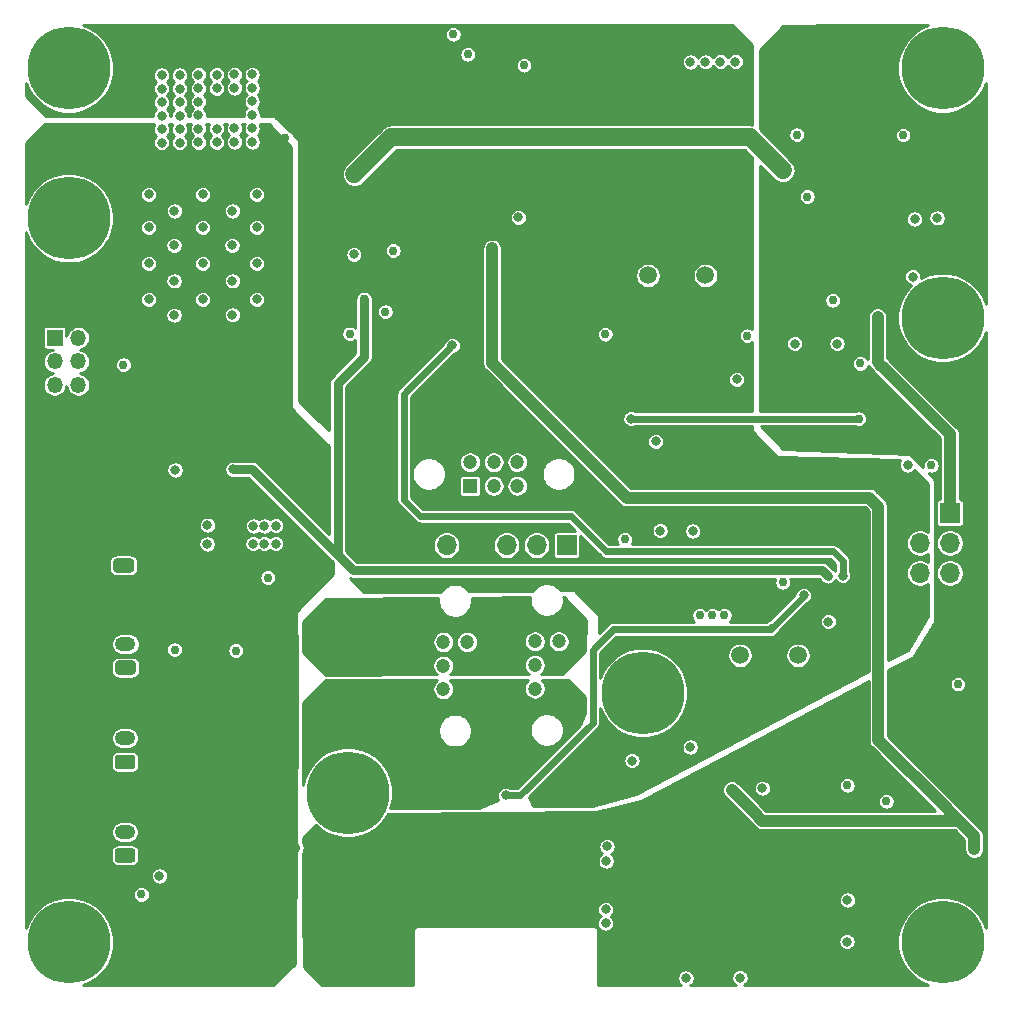
<source format=gbr>
G04 #@! TF.GenerationSoftware,KiCad,Pcbnew,(5.1.9)-1*
G04 #@! TF.CreationDate,2021-07-06T20:59:46-04:00*
G04 #@! TF.ProjectId,payload2020_base_board,7061796c-6f61-4643-9230-32305f626173,rev?*
G04 #@! TF.SameCoordinates,Original*
G04 #@! TF.FileFunction,Copper,L3,Inr*
G04 #@! TF.FilePolarity,Positive*
%FSLAX46Y46*%
G04 Gerber Fmt 4.6, Leading zero omitted, Abs format (unit mm)*
G04 Created by KiCad (PCBNEW (5.1.9)-1) date 2021-07-06 20:59:46*
%MOMM*%
%LPD*%
G01*
G04 APERTURE LIST*
G04 #@! TA.AperFunction,ComponentPad*
%ADD10O,1.350000X1.350000*%
G04 #@! TD*
G04 #@! TA.AperFunction,ComponentPad*
%ADD11R,1.350000X1.350000*%
G04 #@! TD*
G04 #@! TA.AperFunction,ComponentPad*
%ADD12C,7.000000*%
G04 #@! TD*
G04 #@! TA.AperFunction,ComponentPad*
%ADD13R,1.700000X1.700000*%
G04 #@! TD*
G04 #@! TA.AperFunction,ComponentPad*
%ADD14O,1.700000X1.700000*%
G04 #@! TD*
G04 #@! TA.AperFunction,ComponentPad*
%ADD15C,1.500000*%
G04 #@! TD*
G04 #@! TA.AperFunction,ComponentPad*
%ADD16O,1.750000X1.200000*%
G04 #@! TD*
G04 #@! TA.AperFunction,ComponentPad*
%ADD17C,1.200000*%
G04 #@! TD*
G04 #@! TA.AperFunction,ComponentPad*
%ADD18R,1.200000X1.200000*%
G04 #@! TD*
G04 #@! TA.AperFunction,ViaPad*
%ADD19C,0.762000*%
G04 #@! TD*
G04 #@! TA.AperFunction,ViaPad*
%ADD20C,0.800000*%
G04 #@! TD*
G04 #@! TA.AperFunction,Conductor*
%ADD21C,1.500000*%
G04 #@! TD*
G04 #@! TA.AperFunction,Conductor*
%ADD22C,1.000000*%
G04 #@! TD*
G04 #@! TA.AperFunction,Conductor*
%ADD23C,0.203200*%
G04 #@! TD*
G04 #@! TA.AperFunction,Conductor*
%ADD24C,0.600000*%
G04 #@! TD*
G04 #@! TA.AperFunction,Conductor*
%ADD25C,0.700000*%
G04 #@! TD*
G04 #@! TA.AperFunction,Conductor*
%ADD26C,0.800000*%
G04 #@! TD*
G04 #@! TA.AperFunction,Conductor*
%ADD27C,0.254000*%
G04 #@! TD*
G04 #@! TA.AperFunction,Conductor*
%ADD28C,0.100000*%
G04 #@! TD*
G04 APERTURE END LIST*
D10*
X40360600Y-98120200D03*
X40360600Y-96120200D03*
X40360600Y-94120200D03*
X38360600Y-98120200D03*
X38360600Y-96120200D03*
D11*
X38360600Y-94120200D03*
D12*
X113560000Y-145310000D03*
X113560000Y-71310000D03*
X113560000Y-92440000D03*
X39560000Y-71310000D03*
X63200000Y-132630000D03*
X88160000Y-124190000D03*
X39560000Y-145310000D03*
X39560000Y-83990000D03*
D13*
X114170000Y-108955000D03*
D14*
X111630000Y-108955000D03*
X114170000Y-111495000D03*
X111630000Y-111495000D03*
X114170000Y-114035000D03*
X111630000Y-114035000D03*
D15*
X88592000Y-88849200D03*
X93472000Y-88849200D03*
X96415200Y-121005600D03*
X101295200Y-121005600D03*
D16*
X44328080Y-135955020D03*
G04 #@! TA.AperFunction,ComponentPad*
G36*
G01*
X44953081Y-138555020D02*
X43703079Y-138555020D01*
G75*
G02*
X43453080Y-138305021I0J249999D01*
G01*
X43453080Y-137605019D01*
G75*
G02*
X43703079Y-137355020I249999J0D01*
G01*
X44953081Y-137355020D01*
G75*
G02*
X45203080Y-137605019I0J-249999D01*
G01*
X45203080Y-138305021D01*
G75*
G02*
X44953081Y-138555020I-249999J0D01*
G01*
G37*
G04 #@! TD.AperFunction*
X44328080Y-128032760D03*
G04 #@! TA.AperFunction,ComponentPad*
G36*
G01*
X44953081Y-130632760D02*
X43703079Y-130632760D01*
G75*
G02*
X43453080Y-130382761I0J249999D01*
G01*
X43453080Y-129682759D01*
G75*
G02*
X43703079Y-129432760I249999J0D01*
G01*
X44953081Y-129432760D01*
G75*
G02*
X45203080Y-129682759I0J-249999D01*
G01*
X45203080Y-130382761D01*
G75*
G02*
X44953081Y-130632760I-249999J0D01*
G01*
G37*
G04 #@! TD.AperFunction*
X44371260Y-120041920D03*
G04 #@! TA.AperFunction,ComponentPad*
G36*
G01*
X44996261Y-122641920D02*
X43746259Y-122641920D01*
G75*
G02*
X43496260Y-122391921I0J249999D01*
G01*
X43496260Y-121691919D01*
G75*
G02*
X43746259Y-121441920I249999J0D01*
G01*
X44996261Y-121441920D01*
G75*
G02*
X45246260Y-121691919I0J-249999D01*
G01*
X45246260Y-122391921D01*
G75*
G02*
X44996261Y-122641920I-249999J0D01*
G01*
G37*
G04 #@! TD.AperFunction*
D17*
X79035400Y-123832000D03*
X79035400Y-121832000D03*
X79035400Y-119832000D03*
X81035400Y-119832000D03*
D18*
X81035400Y-123832000D03*
D17*
X81035400Y-121832000D03*
X71288400Y-123882800D03*
X71288400Y-121882800D03*
X71288400Y-119882800D03*
X73288400Y-119882800D03*
D18*
X73288400Y-123882800D03*
D17*
X73288400Y-121882800D03*
D14*
X71551800Y-111683800D03*
X74091800Y-111683800D03*
X76631800Y-111683800D03*
X79171800Y-111683800D03*
D13*
X81711800Y-111683800D03*
D17*
X73539600Y-104664000D03*
X75539600Y-104664000D03*
X77539600Y-104664000D03*
X77539600Y-106664000D03*
D18*
X73539600Y-106664000D03*
D17*
X75539600Y-106664000D03*
D16*
X44208700Y-111398300D03*
G04 #@! TA.AperFunction,ComponentPad*
G36*
G01*
X44833701Y-113998300D02*
X43583699Y-113998300D01*
G75*
G02*
X43333700Y-113748301I0J249999D01*
G01*
X43333700Y-113048299D01*
G75*
G02*
X43583699Y-112798300I249999J0D01*
G01*
X44833701Y-112798300D01*
G75*
G02*
X45083700Y-113048299I0J-249999D01*
G01*
X45083700Y-113748301D01*
G75*
G02*
X44833701Y-113998300I-249999J0D01*
G01*
G37*
G04 #@! TD.AperFunction*
D19*
X114848640Y-123446540D03*
X104259380Y-90939620D03*
X102097840Y-82169000D03*
X101213920Y-76928980D03*
X48521620Y-120533160D03*
X53695600Y-120606820D03*
X78112620Y-71041260D03*
X73355200Y-70129400D03*
X66370200Y-91922600D03*
X63365380Y-93799660D03*
X45720000Y-141254480D03*
X44328080Y-137955020D03*
D20*
X105481120Y-141726920D03*
X105453180Y-145244820D03*
X111023400Y-88950800D03*
X110583980Y-104889300D03*
X87249000Y-129921000D03*
X96393000Y-148310600D03*
X96113600Y-97637600D03*
X50901600Y-81991200D03*
X50901600Y-87833200D03*
X50901600Y-90881200D03*
X50901600Y-84785200D03*
X46329600Y-87833200D03*
X46329600Y-90881200D03*
X48486060Y-92209620D03*
X46329600Y-84785200D03*
X48486060Y-89306400D03*
X48486060Y-86299040D03*
X55473600Y-81991200D03*
X55473600Y-84785200D03*
X53398420Y-86291420D03*
X55473600Y-87833200D03*
X53411120Y-89306400D03*
X55473600Y-90881200D03*
X53423820Y-92181680D03*
X50546000Y-77571600D03*
X53594000Y-77546200D03*
X48945800Y-77597000D03*
X47421800Y-77597000D03*
X52095400Y-77571600D03*
X55092600Y-77546200D03*
X50546000Y-76428600D03*
X53594000Y-76403200D03*
X48945800Y-76454000D03*
X47421800Y-76454000D03*
X52095400Y-76428600D03*
X55092600Y-76403200D03*
X48945800Y-75311000D03*
X55092600Y-75260200D03*
X47421800Y-75311000D03*
X50546000Y-75285600D03*
X48945800Y-74168000D03*
X55092600Y-74117200D03*
X47421800Y-74168000D03*
X50546000Y-74142600D03*
X48945800Y-73025000D03*
X55092600Y-72974200D03*
X47421800Y-73025000D03*
X50546000Y-72999600D03*
X52095400Y-72999600D03*
X53594000Y-72974200D03*
X48945800Y-71882000D03*
X53594000Y-71831200D03*
X52095400Y-71856600D03*
X47421800Y-71882000D03*
X50546000Y-71856600D03*
X55092600Y-71831200D03*
X56128920Y-111554260D03*
X55168800Y-111566960D03*
X56126380Y-110055660D03*
X55196740Y-110055660D03*
X57099200Y-110042960D03*
X57099200Y-111566960D03*
X47241460Y-139687300D03*
X103875840Y-118160800D03*
X98282760Y-132257800D03*
X91821000Y-148336000D03*
X48572420Y-105313480D03*
X51274980Y-111582200D03*
X51305460Y-109987080D03*
X63703200Y-87071200D03*
X77622400Y-83921600D03*
D19*
X96994980Y-93954600D03*
D20*
X46329600Y-81991200D03*
X48508920Y-83385660D03*
X53423820Y-83385660D03*
D19*
X84980780Y-93814900D03*
X72110600Y-68427600D03*
X56413400Y-114427000D03*
X110208060Y-76959460D03*
X92986860Y-117612160D03*
X94066360Y-117619780D03*
X95069660Y-117604540D03*
X44196000Y-96418400D03*
D20*
X92176600Y-128778000D03*
D19*
X100025200Y-79933800D03*
D20*
X60180220Y-103327200D03*
D19*
X60172600Y-104444800D03*
X46807120Y-110896400D03*
X46807120Y-109722920D03*
X43525440Y-108442760D03*
X44952920Y-108442760D03*
X58831480Y-137294620D03*
X47579280Y-137307320D03*
X63754000Y-80264000D03*
X57881520Y-77177900D03*
D20*
X56728360Y-77195680D03*
D19*
X60198000Y-105460800D03*
X97556320Y-140863320D03*
D20*
X106885740Y-92354400D03*
X114503200Y-119786400D03*
X99644200Y-99339400D03*
X81627980Y-142623540D03*
X95595440Y-130561080D03*
D19*
X84777580Y-134622540D03*
X103103680Y-73085960D03*
X101229160Y-71325740D03*
X105399840Y-73085960D03*
D20*
X116225320Y-137439400D03*
X95707200Y-132410200D03*
X75422760Y-86563200D03*
D19*
X67030600Y-86741000D03*
X108041440Y-92369640D03*
X74889360Y-132869940D03*
D20*
X94742000Y-70751700D03*
X92405200Y-110490000D03*
X87180420Y-100977700D03*
D19*
X106466640Y-100992940D03*
D20*
X104617520Y-94617540D03*
D19*
X106591100Y-96296480D03*
D20*
X101033580Y-94612460D03*
D19*
X108775500Y-133370320D03*
X105481120Y-132019040D03*
X100012500Y-114830860D03*
D20*
X93477080Y-70759320D03*
X89265760Y-102900480D03*
X89636600Y-110464600D03*
X92199460Y-70774560D03*
D19*
X86644480Y-111175800D03*
D20*
X96012000Y-70744080D03*
D19*
X112593120Y-104929940D03*
D20*
X101782880Y-115928140D03*
X76545440Y-132864860D03*
X105084880Y-114264440D03*
X72039480Y-94775020D03*
X103840280Y-114284760D03*
X53467000Y-105255060D03*
D19*
X64566800Y-90881200D03*
D20*
X110111540Y-120426480D03*
X79705200Y-75636120D03*
X79756000Y-83931760D03*
D19*
X81594960Y-132562600D03*
X66344800Y-97688400D03*
X79740760Y-74470260D03*
X79761080Y-73380600D03*
X80683100Y-74465180D03*
X80683100Y-75636120D03*
X79756000Y-87416640D03*
X67589400Y-69367400D03*
X60147200Y-97637600D03*
D20*
X60706000Y-120472200D03*
X60706000Y-118084600D03*
D19*
X60706000Y-119303800D03*
D20*
X113080800Y-83972400D03*
X111175800Y-84074000D03*
X85140800Y-137185400D03*
X85029040Y-143682720D03*
X85064600Y-138430000D03*
X85029040Y-142509240D03*
D21*
X63754000Y-80264000D02*
X66878200Y-77139800D01*
X88127840Y-77139800D02*
X67287140Y-77139800D01*
X66878200Y-77139800D02*
X67287140Y-77139800D01*
X97231200Y-77139800D02*
X100025200Y-79933800D01*
X88127840Y-77139800D02*
X97231200Y-77139800D01*
D22*
X108112560Y-128188720D02*
X108112560Y-115112800D01*
X113812320Y-133888480D02*
X108112560Y-128188720D01*
X97185480Y-133888480D02*
X96781620Y-133484620D01*
X96781620Y-133484620D02*
X95707200Y-132410200D01*
X97561400Y-134264400D02*
X97185480Y-133888480D01*
X114559080Y-134635240D02*
X114188240Y-134264400D01*
X114188240Y-134264400D02*
X113812320Y-133888480D01*
X116225320Y-137439400D02*
X116225320Y-136301480D01*
X108112560Y-108430060D02*
X108112560Y-115112800D01*
X107337860Y-107655360D02*
X108112560Y-108430060D01*
X75422760Y-96276160D02*
X75422760Y-86563200D01*
X100655120Y-107655360D02*
X107337860Y-107655360D01*
X100655120Y-107655360D02*
X86801960Y-107655360D01*
X86801960Y-107655360D02*
X75422760Y-96276160D01*
D23*
X97561400Y-134264400D02*
X97574100Y-134264400D01*
D22*
X98292920Y-134995920D02*
X97561400Y-134264400D01*
X114919760Y-134995920D02*
X98292920Y-134995920D01*
X116225320Y-136301480D02*
X114919760Y-134995920D01*
X114919760Y-134995920D02*
X114559080Y-134635240D01*
X114170000Y-108955000D02*
X114170000Y-102282800D01*
X114170000Y-102282800D02*
X108482130Y-96594930D01*
X108371640Y-96484440D02*
X108482130Y-96594930D01*
X108041440Y-96154240D02*
X108371640Y-96484440D01*
X108041440Y-92369640D02*
X108041440Y-96154240D01*
D23*
X106451400Y-100990400D02*
X106476800Y-100965000D01*
X106174540Y-100992940D02*
X106172000Y-100990400D01*
X106466640Y-100992940D02*
X106174540Y-100992940D01*
D24*
X87195660Y-100992940D02*
X87180420Y-100977700D01*
X106466640Y-100992940D02*
X87195660Y-100992940D01*
X83916520Y-120553480D02*
X85679280Y-118790720D01*
X83916520Y-124378720D02*
X83916520Y-120553480D01*
X83916520Y-124378720D02*
X83916520Y-126725680D01*
X77777340Y-132864860D02*
X83916520Y-126725680D01*
X76545440Y-132864860D02*
X77777340Y-132864860D01*
X101828600Y-115953540D02*
X99105720Y-118676420D01*
D25*
X98991420Y-118790720D02*
X99105720Y-118676420D01*
D24*
X85679280Y-118790720D02*
X98991420Y-118790720D01*
X69316600Y-109220000D02*
X67945000Y-107848400D01*
X85064600Y-112217200D02*
X101828600Y-112217200D01*
X67945000Y-104391460D02*
X67945000Y-107848400D01*
X67945000Y-98869500D02*
X72039480Y-94775020D01*
X67945000Y-104391460D02*
X67945000Y-98869500D01*
X101828600Y-112217200D02*
X103037640Y-112217200D01*
X105084880Y-114264440D02*
X105084880Y-113014760D01*
X104287320Y-112217200D02*
X103037640Y-112217200D01*
X105084880Y-113014760D02*
X104287320Y-112217200D01*
X82067400Y-109220000D02*
X85064600Y-112217200D01*
X69316600Y-109220000D02*
X82067400Y-109220000D01*
D26*
X55084980Y-105255060D02*
X53467000Y-105255060D01*
X62339220Y-112509300D02*
X62339220Y-97955100D01*
X63647320Y-113817400D02*
X62339220Y-112509300D01*
X62339220Y-112509300D02*
X55084980Y-105255060D01*
X64566800Y-95727520D02*
X64566800Y-90881200D01*
X62339220Y-97955100D02*
X64566800Y-95727520D01*
X100342700Y-113817400D02*
X63647320Y-113817400D01*
X101988620Y-113817400D02*
X100342700Y-113817400D01*
X103372920Y-113817400D02*
X103840280Y-114284760D01*
X101988620Y-113817400D02*
X103372920Y-113817400D01*
D27*
X111745720Y-67915721D02*
X111118390Y-68334889D01*
X110584889Y-68868390D01*
X110165721Y-69495720D01*
X109876992Y-70192772D01*
X109729800Y-70932758D01*
X109729800Y-71687242D01*
X109876992Y-72427228D01*
X110165721Y-73124280D01*
X110584889Y-73751610D01*
X111118390Y-74285111D01*
X111745720Y-74704279D01*
X112442772Y-74993008D01*
X113182758Y-75140200D01*
X113937242Y-75140200D01*
X114677228Y-74993008D01*
X115374280Y-74704279D01*
X116001610Y-74285111D01*
X116535111Y-73751610D01*
X116954279Y-73124280D01*
X117208000Y-72511744D01*
X117208000Y-91238256D01*
X116954279Y-90625720D01*
X116535111Y-89998390D01*
X116001610Y-89464889D01*
X115374280Y-89045721D01*
X114677228Y-88756992D01*
X113937242Y-88609800D01*
X113182758Y-88609800D01*
X112442772Y-88756992D01*
X111749321Y-89044229D01*
X111753600Y-89022718D01*
X111753600Y-88878882D01*
X111725539Y-88737809D01*
X111670495Y-88604921D01*
X111590583Y-88485325D01*
X111488875Y-88383617D01*
X111369279Y-88303705D01*
X111236391Y-88248661D01*
X111095318Y-88220600D01*
X110951482Y-88220600D01*
X110810409Y-88248661D01*
X110677521Y-88303705D01*
X110557925Y-88383617D01*
X110456217Y-88485325D01*
X110376305Y-88604921D01*
X110321261Y-88737809D01*
X110293200Y-88878882D01*
X110293200Y-89022718D01*
X110321261Y-89163791D01*
X110376305Y-89296679D01*
X110456217Y-89416275D01*
X110557925Y-89517983D01*
X110677521Y-89597895D01*
X110810409Y-89652939D01*
X110910442Y-89672837D01*
X110584889Y-89998390D01*
X110165721Y-90625720D01*
X109876992Y-91322772D01*
X109729800Y-92062758D01*
X109729800Y-92817242D01*
X109876992Y-93557228D01*
X110165721Y-94254280D01*
X110584889Y-94881610D01*
X111118390Y-95415111D01*
X111745720Y-95834279D01*
X112442772Y-96123008D01*
X113182758Y-96270200D01*
X113937242Y-96270200D01*
X114677228Y-96123008D01*
X115374280Y-95834279D01*
X116001610Y-95415111D01*
X116535111Y-94881610D01*
X116954279Y-94254280D01*
X117208000Y-93641744D01*
X117208001Y-144108258D01*
X116954279Y-143495720D01*
X116535111Y-142868390D01*
X116001610Y-142334889D01*
X115374280Y-141915721D01*
X114677228Y-141626992D01*
X113937242Y-141479800D01*
X113182758Y-141479800D01*
X112442772Y-141626992D01*
X111745720Y-141915721D01*
X111118390Y-142334889D01*
X110584889Y-142868390D01*
X110165721Y-143495720D01*
X109876992Y-144192772D01*
X109729800Y-144932758D01*
X109729800Y-145687242D01*
X109876992Y-146427228D01*
X110165721Y-147124280D01*
X110584889Y-147751610D01*
X111118390Y-148285111D01*
X111745720Y-148704279D01*
X112358255Y-148958000D01*
X96738143Y-148958000D01*
X96738879Y-148957695D01*
X96858475Y-148877783D01*
X96960183Y-148776075D01*
X97040095Y-148656479D01*
X97095139Y-148523591D01*
X97123200Y-148382518D01*
X97123200Y-148238682D01*
X97095139Y-148097609D01*
X97040095Y-147964721D01*
X96960183Y-147845125D01*
X96858475Y-147743417D01*
X96738879Y-147663505D01*
X96605991Y-147608461D01*
X96464918Y-147580400D01*
X96321082Y-147580400D01*
X96180009Y-147608461D01*
X96047121Y-147663505D01*
X95927525Y-147743417D01*
X95825817Y-147845125D01*
X95745905Y-147964721D01*
X95690861Y-148097609D01*
X95662800Y-148238682D01*
X95662800Y-148382518D01*
X95690861Y-148523591D01*
X95745905Y-148656479D01*
X95825817Y-148776075D01*
X95927525Y-148877783D01*
X96047121Y-148957695D01*
X96047857Y-148958000D01*
X92204436Y-148958000D01*
X92286475Y-148903183D01*
X92388183Y-148801475D01*
X92468095Y-148681879D01*
X92523139Y-148548991D01*
X92551200Y-148407918D01*
X92551200Y-148264082D01*
X92523139Y-148123009D01*
X92468095Y-147990121D01*
X92388183Y-147870525D01*
X92286475Y-147768817D01*
X92166879Y-147688905D01*
X92033991Y-147633861D01*
X91892918Y-147605800D01*
X91749082Y-147605800D01*
X91608009Y-147633861D01*
X91475121Y-147688905D01*
X91355525Y-147768817D01*
X91253817Y-147870525D01*
X91173905Y-147990121D01*
X91118861Y-148123009D01*
X91090800Y-148264082D01*
X91090800Y-148407918D01*
X91118861Y-148548991D01*
X91173905Y-148681879D01*
X91253817Y-148801475D01*
X91355525Y-148903183D01*
X91437564Y-148958000D01*
X84412000Y-148958000D01*
X84412000Y-145172902D01*
X104722980Y-145172902D01*
X104722980Y-145316738D01*
X104751041Y-145457811D01*
X104806085Y-145590699D01*
X104885997Y-145710295D01*
X104987705Y-145812003D01*
X105107301Y-145891915D01*
X105240189Y-145946959D01*
X105381262Y-145975020D01*
X105525098Y-145975020D01*
X105666171Y-145946959D01*
X105799059Y-145891915D01*
X105918655Y-145812003D01*
X106020363Y-145710295D01*
X106100275Y-145590699D01*
X106155319Y-145457811D01*
X106183380Y-145316738D01*
X106183380Y-145172902D01*
X106155319Y-145031829D01*
X106100275Y-144898941D01*
X106020363Y-144779345D01*
X105918655Y-144677637D01*
X105799059Y-144597725D01*
X105666171Y-144542681D01*
X105525098Y-144514620D01*
X105381262Y-144514620D01*
X105240189Y-144542681D01*
X105107301Y-144597725D01*
X104987705Y-144677637D01*
X104885997Y-144779345D01*
X104806085Y-144898941D01*
X104751041Y-145031829D01*
X104722980Y-145172902D01*
X84412000Y-145172902D01*
X84412000Y-144327292D01*
X84413703Y-144310000D01*
X84406907Y-144240996D01*
X84386779Y-144174644D01*
X84354093Y-144113493D01*
X84310106Y-144059894D01*
X84256507Y-144015907D01*
X84195356Y-143983221D01*
X84129004Y-143963093D01*
X84077292Y-143958000D01*
X84077291Y-143958000D01*
X84060000Y-143956297D01*
X84042708Y-143958000D01*
X69077291Y-143958000D01*
X69060000Y-143956297D01*
X69042708Y-143958000D01*
X68990996Y-143963093D01*
X68924644Y-143983221D01*
X68863493Y-144015907D01*
X68809894Y-144059894D01*
X68765907Y-144113493D01*
X68733221Y-144174644D01*
X68713093Y-144240996D01*
X68706297Y-144310000D01*
X68708000Y-144327292D01*
X68708001Y-148958000D01*
X61033736Y-148958000D01*
X59461608Y-147405330D01*
X59431377Y-142437322D01*
X84298840Y-142437322D01*
X84298840Y-142581158D01*
X84326901Y-142722231D01*
X84381945Y-142855119D01*
X84461857Y-142974715D01*
X84563565Y-143076423D01*
X84592834Y-143095980D01*
X84563565Y-143115537D01*
X84461857Y-143217245D01*
X84381945Y-143336841D01*
X84326901Y-143469729D01*
X84298840Y-143610802D01*
X84298840Y-143754638D01*
X84326901Y-143895711D01*
X84381945Y-144028599D01*
X84461857Y-144148195D01*
X84563565Y-144249903D01*
X84683161Y-144329815D01*
X84816049Y-144384859D01*
X84957122Y-144412920D01*
X85100958Y-144412920D01*
X85242031Y-144384859D01*
X85374919Y-144329815D01*
X85494515Y-144249903D01*
X85596223Y-144148195D01*
X85676135Y-144028599D01*
X85731179Y-143895711D01*
X85759240Y-143754638D01*
X85759240Y-143610802D01*
X85731179Y-143469729D01*
X85676135Y-143336841D01*
X85596223Y-143217245D01*
X85494515Y-143115537D01*
X85465246Y-143095980D01*
X85494515Y-143076423D01*
X85596223Y-142974715D01*
X85676135Y-142855119D01*
X85731179Y-142722231D01*
X85759240Y-142581158D01*
X85759240Y-142437322D01*
X85731179Y-142296249D01*
X85676135Y-142163361D01*
X85596223Y-142043765D01*
X85494515Y-141942057D01*
X85374919Y-141862145D01*
X85242031Y-141807101D01*
X85100958Y-141779040D01*
X84957122Y-141779040D01*
X84816049Y-141807101D01*
X84683161Y-141862145D01*
X84563565Y-141942057D01*
X84461857Y-142043765D01*
X84381945Y-142163361D01*
X84326901Y-142296249D01*
X84298840Y-142437322D01*
X59431377Y-142437322D01*
X59426617Y-141655002D01*
X104750920Y-141655002D01*
X104750920Y-141798838D01*
X104778981Y-141939911D01*
X104834025Y-142072799D01*
X104913937Y-142192395D01*
X105015645Y-142294103D01*
X105135241Y-142374015D01*
X105268129Y-142429059D01*
X105409202Y-142457120D01*
X105553038Y-142457120D01*
X105694111Y-142429059D01*
X105826999Y-142374015D01*
X105946595Y-142294103D01*
X106048303Y-142192395D01*
X106128215Y-142072799D01*
X106183259Y-141939911D01*
X106211320Y-141798838D01*
X106211320Y-141655002D01*
X106183259Y-141513929D01*
X106128215Y-141381041D01*
X106048303Y-141261445D01*
X105946595Y-141159737D01*
X105826999Y-141079825D01*
X105694111Y-141024781D01*
X105553038Y-140996720D01*
X105409202Y-140996720D01*
X105268129Y-141024781D01*
X105135241Y-141079825D01*
X105015645Y-141159737D01*
X104913937Y-141261445D01*
X104834025Y-141381041D01*
X104778981Y-141513929D01*
X104750920Y-141655002D01*
X59426617Y-141655002D01*
X59406554Y-138358082D01*
X84334400Y-138358082D01*
X84334400Y-138501918D01*
X84362461Y-138642991D01*
X84417505Y-138775879D01*
X84497417Y-138895475D01*
X84599125Y-138997183D01*
X84718721Y-139077095D01*
X84851609Y-139132139D01*
X84992682Y-139160200D01*
X85136518Y-139160200D01*
X85277591Y-139132139D01*
X85410479Y-139077095D01*
X85530075Y-138997183D01*
X85631783Y-138895475D01*
X85711695Y-138775879D01*
X85766739Y-138642991D01*
X85794800Y-138501918D01*
X85794800Y-138358082D01*
X85766739Y-138217009D01*
X85711695Y-138084121D01*
X85631783Y-137964525D01*
X85530075Y-137862817D01*
X85485454Y-137833002D01*
X85486679Y-137832495D01*
X85606275Y-137752583D01*
X85707983Y-137650875D01*
X85787895Y-137531279D01*
X85842939Y-137398391D01*
X85871000Y-137257318D01*
X85871000Y-137113482D01*
X85842939Y-136972409D01*
X85787895Y-136839521D01*
X85707983Y-136719925D01*
X85606275Y-136618217D01*
X85486679Y-136538305D01*
X85353791Y-136483261D01*
X85212718Y-136455200D01*
X85068882Y-136455200D01*
X84927809Y-136483261D01*
X84794921Y-136538305D01*
X84675325Y-136618217D01*
X84573617Y-136719925D01*
X84493705Y-136839521D01*
X84438661Y-136972409D01*
X84410600Y-137113482D01*
X84410600Y-137257318D01*
X84438661Y-137398391D01*
X84493705Y-137531279D01*
X84573617Y-137650875D01*
X84675325Y-137752583D01*
X84719946Y-137782398D01*
X84718721Y-137782905D01*
X84599125Y-137862817D01*
X84497417Y-137964525D01*
X84417505Y-138084121D01*
X84362461Y-138217009D01*
X84334400Y-138358082D01*
X59406554Y-138358082D01*
X59402670Y-137719899D01*
X59461737Y-137631499D01*
X59515349Y-137502069D01*
X59542680Y-137364667D01*
X59542680Y-137224573D01*
X59515349Y-137087171D01*
X59461737Y-136957741D01*
X59397446Y-136861523D01*
X59395147Y-136483654D01*
X60506497Y-135353218D01*
X60758390Y-135605111D01*
X61385720Y-136024279D01*
X62082772Y-136313008D01*
X62822758Y-136460200D01*
X63577242Y-136460200D01*
X64317228Y-136313008D01*
X65014280Y-136024279D01*
X65641610Y-135605111D01*
X66175111Y-135071610D01*
X66571080Y-134478999D01*
X84183710Y-134286275D01*
X84213514Y-134282392D01*
X87982388Y-133327417D01*
X88010445Y-133316639D01*
X107282360Y-123151273D01*
X107282360Y-128147947D01*
X107278344Y-128188720D01*
X107282360Y-128229493D01*
X107282360Y-128229495D01*
X107294373Y-128351466D01*
X107322112Y-128442909D01*
X107341845Y-128507960D01*
X107418935Y-128652186D01*
X107464115Y-128707238D01*
X107522680Y-128778600D01*
X107554355Y-128804595D01*
X112915480Y-134165720D01*
X98636800Y-134165720D01*
X98119607Y-133648527D01*
X98119602Y-133648523D01*
X97771353Y-133300273D01*
X108064300Y-133300273D01*
X108064300Y-133440367D01*
X108091631Y-133577769D01*
X108145243Y-133707199D01*
X108223075Y-133823683D01*
X108322137Y-133922745D01*
X108438621Y-134000577D01*
X108568051Y-134054189D01*
X108705453Y-134081520D01*
X108845547Y-134081520D01*
X108982949Y-134054189D01*
X109112379Y-134000577D01*
X109228863Y-133922745D01*
X109327925Y-133823683D01*
X109405757Y-133707199D01*
X109459369Y-133577769D01*
X109486700Y-133440367D01*
X109486700Y-133300273D01*
X109459369Y-133162871D01*
X109405757Y-133033441D01*
X109327925Y-132916957D01*
X109228863Y-132817895D01*
X109112379Y-132740063D01*
X108982949Y-132686451D01*
X108845547Y-132659120D01*
X108705453Y-132659120D01*
X108568051Y-132686451D01*
X108438621Y-132740063D01*
X108322137Y-132817895D01*
X108223075Y-132916957D01*
X108145243Y-133033441D01*
X108091631Y-133162871D01*
X108064300Y-133300273D01*
X97771353Y-133300273D01*
X97743687Y-133272607D01*
X97743682Y-133272603D01*
X97339827Y-132868747D01*
X96656962Y-132185882D01*
X97552560Y-132185882D01*
X97552560Y-132329718D01*
X97580621Y-132470791D01*
X97635665Y-132603679D01*
X97715577Y-132723275D01*
X97817285Y-132824983D01*
X97936881Y-132904895D01*
X98069769Y-132959939D01*
X98210842Y-132988000D01*
X98354678Y-132988000D01*
X98495751Y-132959939D01*
X98628639Y-132904895D01*
X98748235Y-132824983D01*
X98849943Y-132723275D01*
X98929855Y-132603679D01*
X98984899Y-132470791D01*
X99012960Y-132329718D01*
X99012960Y-132185882D01*
X98984899Y-132044809D01*
X98945211Y-131948993D01*
X104769920Y-131948993D01*
X104769920Y-132089087D01*
X104797251Y-132226489D01*
X104850863Y-132355919D01*
X104928695Y-132472403D01*
X105027757Y-132571465D01*
X105144241Y-132649297D01*
X105273671Y-132702909D01*
X105411073Y-132730240D01*
X105551167Y-132730240D01*
X105688569Y-132702909D01*
X105817999Y-132649297D01*
X105934483Y-132571465D01*
X106033545Y-132472403D01*
X106111377Y-132355919D01*
X106164989Y-132226489D01*
X106192320Y-132089087D01*
X106192320Y-131948993D01*
X106164989Y-131811591D01*
X106111377Y-131682161D01*
X106033545Y-131565677D01*
X105934483Y-131466615D01*
X105817999Y-131388783D01*
X105688569Y-131335171D01*
X105551167Y-131307840D01*
X105411073Y-131307840D01*
X105273671Y-131335171D01*
X105144241Y-131388783D01*
X105027757Y-131466615D01*
X104928695Y-131565677D01*
X104850863Y-131682161D01*
X104797251Y-131811591D01*
X104769920Y-131948993D01*
X98945211Y-131948993D01*
X98929855Y-131911921D01*
X98849943Y-131792325D01*
X98748235Y-131690617D01*
X98628639Y-131610705D01*
X98495751Y-131555661D01*
X98354678Y-131527600D01*
X98210842Y-131527600D01*
X98069769Y-131555661D01*
X97936881Y-131610705D01*
X97817285Y-131690617D01*
X97715577Y-131792325D01*
X97635665Y-131911921D01*
X97580621Y-132044809D01*
X97552560Y-132185882D01*
X96656962Y-132185882D01*
X96265407Y-131794327D01*
X96170666Y-131716575D01*
X96026440Y-131639485D01*
X95869946Y-131592014D01*
X95707200Y-131575984D01*
X95544454Y-131592014D01*
X95387960Y-131639485D01*
X95243734Y-131716575D01*
X95117321Y-131820321D01*
X95013575Y-131946734D01*
X94936485Y-132090960D01*
X94889014Y-132247454D01*
X94872984Y-132410200D01*
X94889014Y-132572946D01*
X94936485Y-132729440D01*
X95013575Y-132873666D01*
X95091327Y-132968407D01*
X96165747Y-134042827D01*
X96569603Y-134446682D01*
X96569607Y-134446687D01*
X96945523Y-134822602D01*
X96945527Y-134822607D01*
X97677045Y-135554125D01*
X97703040Y-135585800D01*
X97829454Y-135689545D01*
X97973679Y-135766635D01*
X98130173Y-135814107D01*
X98292920Y-135830136D01*
X98333696Y-135826120D01*
X114575880Y-135826120D01*
X115395121Y-136645361D01*
X115395120Y-137480175D01*
X115407133Y-137602146D01*
X115454605Y-137758640D01*
X115531695Y-137902865D01*
X115635440Y-138029280D01*
X115761854Y-138133025D01*
X115906079Y-138210115D01*
X116062573Y-138257587D01*
X116225320Y-138273616D01*
X116388066Y-138257587D01*
X116544560Y-138210115D01*
X116688785Y-138133025D01*
X116815200Y-138029280D01*
X116918945Y-137902866D01*
X116996035Y-137758641D01*
X117043507Y-137602147D01*
X117055520Y-137480176D01*
X117055520Y-136342256D01*
X117059536Y-136301480D01*
X117043507Y-136138733D01*
X116996035Y-135982239D01*
X116918945Y-135838014D01*
X116841193Y-135743273D01*
X116815200Y-135711600D01*
X116783525Y-135685605D01*
X115535633Y-134437713D01*
X115509640Y-134406040D01*
X115477961Y-134380041D01*
X114746447Y-133648527D01*
X114746442Y-133648523D01*
X114370527Y-133272607D01*
X108942760Y-127844840D01*
X108942760Y-123376493D01*
X114137440Y-123376493D01*
X114137440Y-123516587D01*
X114164771Y-123653989D01*
X114218383Y-123783419D01*
X114296215Y-123899903D01*
X114395277Y-123998965D01*
X114511761Y-124076797D01*
X114641191Y-124130409D01*
X114778593Y-124157740D01*
X114918687Y-124157740D01*
X115056089Y-124130409D01*
X115185519Y-124076797D01*
X115302003Y-123998965D01*
X115401065Y-123899903D01*
X115478897Y-123783419D01*
X115532509Y-123653989D01*
X115559840Y-123516587D01*
X115559840Y-123376493D01*
X115532509Y-123239091D01*
X115478897Y-123109661D01*
X115401065Y-122993177D01*
X115302003Y-122894115D01*
X115185519Y-122816283D01*
X115056089Y-122762671D01*
X114918687Y-122735340D01*
X114778593Y-122735340D01*
X114641191Y-122762671D01*
X114511761Y-122816283D01*
X114395277Y-122894115D01*
X114296215Y-122993177D01*
X114218383Y-123109661D01*
X114164771Y-123239091D01*
X114137440Y-123376493D01*
X108942760Y-123376493D01*
X108942760Y-122275462D01*
X111101817Y-121136623D01*
X111122594Y-121122905D01*
X111140294Y-121105398D01*
X111151412Y-121089726D01*
X112914656Y-118156642D01*
X112925330Y-118134149D01*
X112931411Y-118110007D01*
X112932809Y-118090843D01*
X112920815Y-113918760D01*
X112989800Y-113918760D01*
X112989800Y-114151240D01*
X113035155Y-114379252D01*
X113124121Y-114594034D01*
X113253279Y-114787333D01*
X113417667Y-114951721D01*
X113610966Y-115080879D01*
X113825748Y-115169845D01*
X114053760Y-115215200D01*
X114286240Y-115215200D01*
X114514252Y-115169845D01*
X114729034Y-115080879D01*
X114922333Y-114951721D01*
X115086721Y-114787333D01*
X115215879Y-114594034D01*
X115304845Y-114379252D01*
X115350200Y-114151240D01*
X115350200Y-113918760D01*
X115304845Y-113690748D01*
X115215879Y-113475966D01*
X115086721Y-113282667D01*
X114922333Y-113118279D01*
X114729034Y-112989121D01*
X114514252Y-112900155D01*
X114286240Y-112854800D01*
X114053760Y-112854800D01*
X113825748Y-112900155D01*
X113610966Y-112989121D01*
X113417667Y-113118279D01*
X113253279Y-113282667D01*
X113124121Y-113475966D01*
X113035155Y-113690748D01*
X112989800Y-113918760D01*
X112920815Y-113918760D01*
X112913513Y-111378760D01*
X112989800Y-111378760D01*
X112989800Y-111611240D01*
X113035155Y-111839252D01*
X113124121Y-112054034D01*
X113253279Y-112247333D01*
X113417667Y-112411721D01*
X113610966Y-112540879D01*
X113825748Y-112629845D01*
X114053760Y-112675200D01*
X114286240Y-112675200D01*
X114514252Y-112629845D01*
X114729034Y-112540879D01*
X114922333Y-112411721D01*
X115086721Y-112247333D01*
X115215879Y-112054034D01*
X115304845Y-111839252D01*
X115350200Y-111611240D01*
X115350200Y-111378760D01*
X115304845Y-111150748D01*
X115215879Y-110935966D01*
X115086721Y-110742667D01*
X114922333Y-110578279D01*
X114729034Y-110449121D01*
X114514252Y-110360155D01*
X114286240Y-110314800D01*
X114053760Y-110314800D01*
X113825748Y-110360155D01*
X113610966Y-110449121D01*
X113417667Y-110578279D01*
X113253279Y-110742667D01*
X113124121Y-110935966D01*
X113035155Y-111150748D01*
X112989800Y-111378760D01*
X112913513Y-111378760D01*
X112898589Y-106187887D01*
X112896078Y-106163118D01*
X112888782Y-106139314D01*
X112876983Y-106117391D01*
X112862944Y-106100028D01*
X112395221Y-105615709D01*
X112523073Y-105641140D01*
X112663167Y-105641140D01*
X112800569Y-105613809D01*
X112929999Y-105560197D01*
X113046483Y-105482365D01*
X113145545Y-105383303D01*
X113223377Y-105266819D01*
X113276989Y-105137389D01*
X113304320Y-104999987D01*
X113304320Y-104859893D01*
X113276989Y-104722491D01*
X113223377Y-104593061D01*
X113145545Y-104476577D01*
X113046483Y-104377515D01*
X112929999Y-104299683D01*
X112800569Y-104246071D01*
X112663167Y-104218740D01*
X112523073Y-104218740D01*
X112385671Y-104246071D01*
X112256241Y-104299683D01*
X112139757Y-104377515D01*
X112040695Y-104476577D01*
X111962863Y-104593061D01*
X111909251Y-104722491D01*
X111881920Y-104859893D01*
X111881920Y-104999987D01*
X111903015Y-105106037D01*
X110858618Y-104024582D01*
X110839651Y-104008455D01*
X110817902Y-103996338D01*
X110794208Y-103988697D01*
X110772055Y-103985896D01*
X100052786Y-103581205D01*
X98165651Y-101623140D01*
X106129676Y-101623140D01*
X106129761Y-101623197D01*
X106259191Y-101676809D01*
X106396593Y-101704140D01*
X106536687Y-101704140D01*
X106674089Y-101676809D01*
X106803519Y-101623197D01*
X106920003Y-101545365D01*
X107019065Y-101446303D01*
X107096897Y-101329819D01*
X107150509Y-101200389D01*
X107177840Y-101062987D01*
X107177840Y-100922893D01*
X107150509Y-100785491D01*
X107096897Y-100656061D01*
X107019065Y-100539577D01*
X106920003Y-100440515D01*
X106803519Y-100362683D01*
X106674089Y-100309071D01*
X106536687Y-100281740D01*
X106396593Y-100281740D01*
X106259191Y-100309071D01*
X106129761Y-100362683D01*
X106129676Y-100362740D01*
X98122510Y-100362740D01*
X98119004Y-96226433D01*
X105879900Y-96226433D01*
X105879900Y-96366527D01*
X105907231Y-96503929D01*
X105960843Y-96633359D01*
X106038675Y-96749843D01*
X106137737Y-96848905D01*
X106254221Y-96926737D01*
X106383651Y-96980349D01*
X106521053Y-97007680D01*
X106661147Y-97007680D01*
X106798549Y-96980349D01*
X106927979Y-96926737D01*
X107044463Y-96848905D01*
X107143525Y-96749843D01*
X107221357Y-96633359D01*
X107274969Y-96503929D01*
X107278232Y-96487525D01*
X107347815Y-96617706D01*
X107425567Y-96712447D01*
X107425571Y-96712451D01*
X107451561Y-96744120D01*
X107483231Y-96770111D01*
X107755763Y-97042642D01*
X107755767Y-97042647D01*
X107866254Y-97153133D01*
X107866257Y-97153137D01*
X113339801Y-102626681D01*
X113339800Y-107773203D01*
X113320000Y-107773203D01*
X113255270Y-107779578D01*
X113193027Y-107798460D01*
X113135663Y-107829121D01*
X113085384Y-107870384D01*
X113044121Y-107920663D01*
X113013460Y-107978027D01*
X112994578Y-108040270D01*
X112988203Y-108105000D01*
X112988203Y-109805000D01*
X112994578Y-109869730D01*
X113013460Y-109931973D01*
X113044121Y-109989337D01*
X113085384Y-110039616D01*
X113135663Y-110080879D01*
X113193027Y-110111540D01*
X113255270Y-110130422D01*
X113320000Y-110136797D01*
X115020000Y-110136797D01*
X115084730Y-110130422D01*
X115146973Y-110111540D01*
X115204337Y-110080879D01*
X115254616Y-110039616D01*
X115295879Y-109989337D01*
X115326540Y-109931973D01*
X115345422Y-109869730D01*
X115351797Y-109805000D01*
X115351797Y-108105000D01*
X115345422Y-108040270D01*
X115326540Y-107978027D01*
X115295879Y-107920663D01*
X115254616Y-107870384D01*
X115204337Y-107829121D01*
X115146973Y-107798460D01*
X115084730Y-107779578D01*
X115020000Y-107773203D01*
X115000200Y-107773203D01*
X115000200Y-102323573D01*
X115004216Y-102282800D01*
X115000200Y-102242024D01*
X114988187Y-102120053D01*
X114940715Y-101963559D01*
X114863625Y-101819334D01*
X114759880Y-101692920D01*
X114728205Y-101666925D01*
X109040337Y-95979057D01*
X109040333Y-95979054D01*
X108929847Y-95868567D01*
X108929842Y-95868563D01*
X108871640Y-95810361D01*
X108871640Y-92328864D01*
X108859627Y-92206893D01*
X108812155Y-92050399D01*
X108735065Y-91906174D01*
X108631320Y-91779760D01*
X108504905Y-91676015D01*
X108360680Y-91598925D01*
X108204186Y-91551453D01*
X108041440Y-91535424D01*
X107878693Y-91551453D01*
X107722199Y-91598925D01*
X107577974Y-91676015D01*
X107451560Y-91779760D01*
X107347815Y-91906175D01*
X107270725Y-92050400D01*
X107223253Y-92206894D01*
X107211240Y-92328865D01*
X107211241Y-95944461D01*
X107143525Y-95843117D01*
X107044463Y-95744055D01*
X106927979Y-95666223D01*
X106798549Y-95612611D01*
X106661147Y-95585280D01*
X106521053Y-95585280D01*
X106383651Y-95612611D01*
X106254221Y-95666223D01*
X106137737Y-95744055D01*
X106038675Y-95843117D01*
X105960843Y-95959601D01*
X105907231Y-96089031D01*
X105879900Y-96226433D01*
X98119004Y-96226433D01*
X98117575Y-94540542D01*
X100303380Y-94540542D01*
X100303380Y-94684378D01*
X100331441Y-94825451D01*
X100386485Y-94958339D01*
X100466397Y-95077935D01*
X100568105Y-95179643D01*
X100687701Y-95259555D01*
X100820589Y-95314599D01*
X100961662Y-95342660D01*
X101105498Y-95342660D01*
X101246571Y-95314599D01*
X101379459Y-95259555D01*
X101499055Y-95179643D01*
X101600763Y-95077935D01*
X101680675Y-94958339D01*
X101735719Y-94825451D01*
X101763780Y-94684378D01*
X101763780Y-94545622D01*
X103887320Y-94545622D01*
X103887320Y-94689458D01*
X103915381Y-94830531D01*
X103970425Y-94963419D01*
X104050337Y-95083015D01*
X104152045Y-95184723D01*
X104271641Y-95264635D01*
X104404529Y-95319679D01*
X104545602Y-95347740D01*
X104689438Y-95347740D01*
X104830511Y-95319679D01*
X104963399Y-95264635D01*
X105082995Y-95184723D01*
X105184703Y-95083015D01*
X105264615Y-94963419D01*
X105319659Y-94830531D01*
X105347720Y-94689458D01*
X105347720Y-94545622D01*
X105319659Y-94404549D01*
X105264615Y-94271661D01*
X105184703Y-94152065D01*
X105082995Y-94050357D01*
X104963399Y-93970445D01*
X104830511Y-93915401D01*
X104689438Y-93887340D01*
X104545602Y-93887340D01*
X104404529Y-93915401D01*
X104271641Y-93970445D01*
X104152045Y-94050357D01*
X104050337Y-94152065D01*
X103970425Y-94271661D01*
X103915381Y-94404549D01*
X103887320Y-94545622D01*
X101763780Y-94545622D01*
X101763780Y-94540542D01*
X101735719Y-94399469D01*
X101680675Y-94266581D01*
X101600763Y-94146985D01*
X101499055Y-94045277D01*
X101379459Y-93965365D01*
X101246571Y-93910321D01*
X101105498Y-93882260D01*
X100961662Y-93882260D01*
X100820589Y-93910321D01*
X100687701Y-93965365D01*
X100568105Y-94045277D01*
X100466397Y-94146985D01*
X100386485Y-94266581D01*
X100331441Y-94399469D01*
X100303380Y-94540542D01*
X98117575Y-94540542D01*
X98114463Y-90869573D01*
X103548180Y-90869573D01*
X103548180Y-91009667D01*
X103575511Y-91147069D01*
X103629123Y-91276499D01*
X103706955Y-91392983D01*
X103806017Y-91492045D01*
X103922501Y-91569877D01*
X104051931Y-91623489D01*
X104189333Y-91650820D01*
X104329427Y-91650820D01*
X104466829Y-91623489D01*
X104596259Y-91569877D01*
X104712743Y-91492045D01*
X104811805Y-91392983D01*
X104889637Y-91276499D01*
X104943249Y-91147069D01*
X104970580Y-91009667D01*
X104970580Y-90869573D01*
X104943249Y-90732171D01*
X104889637Y-90602741D01*
X104811805Y-90486257D01*
X104712743Y-90387195D01*
X104596259Y-90309363D01*
X104466829Y-90255751D01*
X104329427Y-90228420D01*
X104189333Y-90228420D01*
X104051931Y-90255751D01*
X103922501Y-90309363D01*
X103806017Y-90387195D01*
X103706955Y-90486257D01*
X103629123Y-90602741D01*
X103575511Y-90732171D01*
X103548180Y-90869573D01*
X98114463Y-90869573D01*
X98108641Y-84002082D01*
X110445600Y-84002082D01*
X110445600Y-84145918D01*
X110473661Y-84286991D01*
X110528705Y-84419879D01*
X110608617Y-84539475D01*
X110710325Y-84641183D01*
X110829921Y-84721095D01*
X110962809Y-84776139D01*
X111103882Y-84804200D01*
X111247718Y-84804200D01*
X111388791Y-84776139D01*
X111521679Y-84721095D01*
X111641275Y-84641183D01*
X111742983Y-84539475D01*
X111822895Y-84419879D01*
X111877939Y-84286991D01*
X111906000Y-84145918D01*
X111906000Y-84002082D01*
X111885791Y-83900482D01*
X112350600Y-83900482D01*
X112350600Y-84044318D01*
X112378661Y-84185391D01*
X112433705Y-84318279D01*
X112513617Y-84437875D01*
X112615325Y-84539583D01*
X112734921Y-84619495D01*
X112867809Y-84674539D01*
X113008882Y-84702600D01*
X113152718Y-84702600D01*
X113293791Y-84674539D01*
X113426679Y-84619495D01*
X113546275Y-84539583D01*
X113647983Y-84437875D01*
X113727895Y-84318279D01*
X113782939Y-84185391D01*
X113811000Y-84044318D01*
X113811000Y-83900482D01*
X113782939Y-83759409D01*
X113727895Y-83626521D01*
X113647983Y-83506925D01*
X113546275Y-83405217D01*
X113426679Y-83325305D01*
X113293791Y-83270261D01*
X113152718Y-83242200D01*
X113008882Y-83242200D01*
X112867809Y-83270261D01*
X112734921Y-83325305D01*
X112615325Y-83405217D01*
X112513617Y-83506925D01*
X112433705Y-83626521D01*
X112378661Y-83759409D01*
X112350600Y-83900482D01*
X111885791Y-83900482D01*
X111877939Y-83861009D01*
X111822895Y-83728121D01*
X111742983Y-83608525D01*
X111641275Y-83506817D01*
X111521679Y-83426905D01*
X111388791Y-83371861D01*
X111247718Y-83343800D01*
X111103882Y-83343800D01*
X110962809Y-83371861D01*
X110829921Y-83426905D01*
X110710325Y-83506817D01*
X110608617Y-83608525D01*
X110528705Y-83728121D01*
X110473661Y-83861009D01*
X110445600Y-84002082D01*
X98108641Y-84002082D01*
X98107027Y-82098953D01*
X101386640Y-82098953D01*
X101386640Y-82239047D01*
X101413971Y-82376449D01*
X101467583Y-82505879D01*
X101545415Y-82622363D01*
X101644477Y-82721425D01*
X101760961Y-82799257D01*
X101890391Y-82852869D01*
X102027793Y-82880200D01*
X102167887Y-82880200D01*
X102305289Y-82852869D01*
X102434719Y-82799257D01*
X102551203Y-82721425D01*
X102650265Y-82622363D01*
X102728097Y-82505879D01*
X102781709Y-82376449D01*
X102809040Y-82239047D01*
X102809040Y-82098953D01*
X102781709Y-81961551D01*
X102728097Y-81832121D01*
X102650265Y-81715637D01*
X102551203Y-81616575D01*
X102434719Y-81538743D01*
X102305289Y-81485131D01*
X102167887Y-81457800D01*
X102027793Y-81457800D01*
X101890391Y-81485131D01*
X101760961Y-81538743D01*
X101644477Y-81616575D01*
X101545415Y-81715637D01*
X101467583Y-81832121D01*
X101413971Y-81961551D01*
X101386640Y-82098953D01*
X98107027Y-82098953D01*
X98104858Y-79541091D01*
X99298903Y-80735136D01*
X99422169Y-80836298D01*
X99609825Y-80936603D01*
X99813443Y-80998369D01*
X100025200Y-81019226D01*
X100236956Y-80998369D01*
X100440574Y-80936603D01*
X100628230Y-80836298D01*
X100792712Y-80701312D01*
X100927698Y-80536830D01*
X101028003Y-80349174D01*
X101089769Y-80145556D01*
X101110626Y-79933800D01*
X101089769Y-79722043D01*
X101028003Y-79518425D01*
X100927698Y-79330769D01*
X100826536Y-79207503D01*
X98477966Y-76858933D01*
X100502720Y-76858933D01*
X100502720Y-76999027D01*
X100530051Y-77136429D01*
X100583663Y-77265859D01*
X100661495Y-77382343D01*
X100760557Y-77481405D01*
X100877041Y-77559237D01*
X101006471Y-77612849D01*
X101143873Y-77640180D01*
X101283967Y-77640180D01*
X101421369Y-77612849D01*
X101550799Y-77559237D01*
X101667283Y-77481405D01*
X101766345Y-77382343D01*
X101844177Y-77265859D01*
X101897789Y-77136429D01*
X101925120Y-76999027D01*
X101925120Y-76889413D01*
X109496860Y-76889413D01*
X109496860Y-77029507D01*
X109524191Y-77166909D01*
X109577803Y-77296339D01*
X109655635Y-77412823D01*
X109754697Y-77511885D01*
X109871181Y-77589717D01*
X110000611Y-77643329D01*
X110138013Y-77670660D01*
X110278107Y-77670660D01*
X110415509Y-77643329D01*
X110544939Y-77589717D01*
X110661423Y-77511885D01*
X110760485Y-77412823D01*
X110838317Y-77296339D01*
X110891929Y-77166909D01*
X110919260Y-77029507D01*
X110919260Y-76889413D01*
X110891929Y-76752011D01*
X110838317Y-76622581D01*
X110760485Y-76506097D01*
X110661423Y-76407035D01*
X110544939Y-76329203D01*
X110415509Y-76275591D01*
X110278107Y-76248260D01*
X110138013Y-76248260D01*
X110000611Y-76275591D01*
X109871181Y-76329203D01*
X109754697Y-76407035D01*
X109655635Y-76506097D01*
X109577803Y-76622581D01*
X109524191Y-76752011D01*
X109496860Y-76889413D01*
X101925120Y-76889413D01*
X101925120Y-76858933D01*
X101897789Y-76721531D01*
X101844177Y-76592101D01*
X101766345Y-76475617D01*
X101667283Y-76376555D01*
X101550799Y-76298723D01*
X101421369Y-76245111D01*
X101283967Y-76217780D01*
X101143873Y-76217780D01*
X101006471Y-76245111D01*
X100877041Y-76298723D01*
X100760557Y-76376555D01*
X100661495Y-76475617D01*
X100583663Y-76592101D01*
X100530051Y-76721531D01*
X100502720Y-76858933D01*
X98477966Y-76858933D01*
X98102266Y-76483234D01*
X98096540Y-69728862D01*
X100021762Y-67765507D01*
X105537379Y-67662000D01*
X112358255Y-67662000D01*
X111745720Y-67915721D01*
G04 #@! TA.AperFunction,Conductor*
D28*
G36*
X111745720Y-67915721D02*
G01*
X111118390Y-68334889D01*
X110584889Y-68868390D01*
X110165721Y-69495720D01*
X109876992Y-70192772D01*
X109729800Y-70932758D01*
X109729800Y-71687242D01*
X109876992Y-72427228D01*
X110165721Y-73124280D01*
X110584889Y-73751610D01*
X111118390Y-74285111D01*
X111745720Y-74704279D01*
X112442772Y-74993008D01*
X113182758Y-75140200D01*
X113937242Y-75140200D01*
X114677228Y-74993008D01*
X115374280Y-74704279D01*
X116001610Y-74285111D01*
X116535111Y-73751610D01*
X116954279Y-73124280D01*
X117208000Y-72511744D01*
X117208000Y-91238256D01*
X116954279Y-90625720D01*
X116535111Y-89998390D01*
X116001610Y-89464889D01*
X115374280Y-89045721D01*
X114677228Y-88756992D01*
X113937242Y-88609800D01*
X113182758Y-88609800D01*
X112442772Y-88756992D01*
X111749321Y-89044229D01*
X111753600Y-89022718D01*
X111753600Y-88878882D01*
X111725539Y-88737809D01*
X111670495Y-88604921D01*
X111590583Y-88485325D01*
X111488875Y-88383617D01*
X111369279Y-88303705D01*
X111236391Y-88248661D01*
X111095318Y-88220600D01*
X110951482Y-88220600D01*
X110810409Y-88248661D01*
X110677521Y-88303705D01*
X110557925Y-88383617D01*
X110456217Y-88485325D01*
X110376305Y-88604921D01*
X110321261Y-88737809D01*
X110293200Y-88878882D01*
X110293200Y-89022718D01*
X110321261Y-89163791D01*
X110376305Y-89296679D01*
X110456217Y-89416275D01*
X110557925Y-89517983D01*
X110677521Y-89597895D01*
X110810409Y-89652939D01*
X110910442Y-89672837D01*
X110584889Y-89998390D01*
X110165721Y-90625720D01*
X109876992Y-91322772D01*
X109729800Y-92062758D01*
X109729800Y-92817242D01*
X109876992Y-93557228D01*
X110165721Y-94254280D01*
X110584889Y-94881610D01*
X111118390Y-95415111D01*
X111745720Y-95834279D01*
X112442772Y-96123008D01*
X113182758Y-96270200D01*
X113937242Y-96270200D01*
X114677228Y-96123008D01*
X115374280Y-95834279D01*
X116001610Y-95415111D01*
X116535111Y-94881610D01*
X116954279Y-94254280D01*
X117208000Y-93641744D01*
X117208001Y-144108258D01*
X116954279Y-143495720D01*
X116535111Y-142868390D01*
X116001610Y-142334889D01*
X115374280Y-141915721D01*
X114677228Y-141626992D01*
X113937242Y-141479800D01*
X113182758Y-141479800D01*
X112442772Y-141626992D01*
X111745720Y-141915721D01*
X111118390Y-142334889D01*
X110584889Y-142868390D01*
X110165721Y-143495720D01*
X109876992Y-144192772D01*
X109729800Y-144932758D01*
X109729800Y-145687242D01*
X109876992Y-146427228D01*
X110165721Y-147124280D01*
X110584889Y-147751610D01*
X111118390Y-148285111D01*
X111745720Y-148704279D01*
X112358255Y-148958000D01*
X96738143Y-148958000D01*
X96738879Y-148957695D01*
X96858475Y-148877783D01*
X96960183Y-148776075D01*
X97040095Y-148656479D01*
X97095139Y-148523591D01*
X97123200Y-148382518D01*
X97123200Y-148238682D01*
X97095139Y-148097609D01*
X97040095Y-147964721D01*
X96960183Y-147845125D01*
X96858475Y-147743417D01*
X96738879Y-147663505D01*
X96605991Y-147608461D01*
X96464918Y-147580400D01*
X96321082Y-147580400D01*
X96180009Y-147608461D01*
X96047121Y-147663505D01*
X95927525Y-147743417D01*
X95825817Y-147845125D01*
X95745905Y-147964721D01*
X95690861Y-148097609D01*
X95662800Y-148238682D01*
X95662800Y-148382518D01*
X95690861Y-148523591D01*
X95745905Y-148656479D01*
X95825817Y-148776075D01*
X95927525Y-148877783D01*
X96047121Y-148957695D01*
X96047857Y-148958000D01*
X92204436Y-148958000D01*
X92286475Y-148903183D01*
X92388183Y-148801475D01*
X92468095Y-148681879D01*
X92523139Y-148548991D01*
X92551200Y-148407918D01*
X92551200Y-148264082D01*
X92523139Y-148123009D01*
X92468095Y-147990121D01*
X92388183Y-147870525D01*
X92286475Y-147768817D01*
X92166879Y-147688905D01*
X92033991Y-147633861D01*
X91892918Y-147605800D01*
X91749082Y-147605800D01*
X91608009Y-147633861D01*
X91475121Y-147688905D01*
X91355525Y-147768817D01*
X91253817Y-147870525D01*
X91173905Y-147990121D01*
X91118861Y-148123009D01*
X91090800Y-148264082D01*
X91090800Y-148407918D01*
X91118861Y-148548991D01*
X91173905Y-148681879D01*
X91253817Y-148801475D01*
X91355525Y-148903183D01*
X91437564Y-148958000D01*
X84412000Y-148958000D01*
X84412000Y-145172902D01*
X104722980Y-145172902D01*
X104722980Y-145316738D01*
X104751041Y-145457811D01*
X104806085Y-145590699D01*
X104885997Y-145710295D01*
X104987705Y-145812003D01*
X105107301Y-145891915D01*
X105240189Y-145946959D01*
X105381262Y-145975020D01*
X105525098Y-145975020D01*
X105666171Y-145946959D01*
X105799059Y-145891915D01*
X105918655Y-145812003D01*
X106020363Y-145710295D01*
X106100275Y-145590699D01*
X106155319Y-145457811D01*
X106183380Y-145316738D01*
X106183380Y-145172902D01*
X106155319Y-145031829D01*
X106100275Y-144898941D01*
X106020363Y-144779345D01*
X105918655Y-144677637D01*
X105799059Y-144597725D01*
X105666171Y-144542681D01*
X105525098Y-144514620D01*
X105381262Y-144514620D01*
X105240189Y-144542681D01*
X105107301Y-144597725D01*
X104987705Y-144677637D01*
X104885997Y-144779345D01*
X104806085Y-144898941D01*
X104751041Y-145031829D01*
X104722980Y-145172902D01*
X84412000Y-145172902D01*
X84412000Y-144327292D01*
X84413703Y-144310000D01*
X84406907Y-144240996D01*
X84386779Y-144174644D01*
X84354093Y-144113493D01*
X84310106Y-144059894D01*
X84256507Y-144015907D01*
X84195356Y-143983221D01*
X84129004Y-143963093D01*
X84077292Y-143958000D01*
X84077291Y-143958000D01*
X84060000Y-143956297D01*
X84042708Y-143958000D01*
X69077291Y-143958000D01*
X69060000Y-143956297D01*
X69042708Y-143958000D01*
X68990996Y-143963093D01*
X68924644Y-143983221D01*
X68863493Y-144015907D01*
X68809894Y-144059894D01*
X68765907Y-144113493D01*
X68733221Y-144174644D01*
X68713093Y-144240996D01*
X68706297Y-144310000D01*
X68708000Y-144327292D01*
X68708001Y-148958000D01*
X61033736Y-148958000D01*
X59461608Y-147405330D01*
X59431377Y-142437322D01*
X84298840Y-142437322D01*
X84298840Y-142581158D01*
X84326901Y-142722231D01*
X84381945Y-142855119D01*
X84461857Y-142974715D01*
X84563565Y-143076423D01*
X84592834Y-143095980D01*
X84563565Y-143115537D01*
X84461857Y-143217245D01*
X84381945Y-143336841D01*
X84326901Y-143469729D01*
X84298840Y-143610802D01*
X84298840Y-143754638D01*
X84326901Y-143895711D01*
X84381945Y-144028599D01*
X84461857Y-144148195D01*
X84563565Y-144249903D01*
X84683161Y-144329815D01*
X84816049Y-144384859D01*
X84957122Y-144412920D01*
X85100958Y-144412920D01*
X85242031Y-144384859D01*
X85374919Y-144329815D01*
X85494515Y-144249903D01*
X85596223Y-144148195D01*
X85676135Y-144028599D01*
X85731179Y-143895711D01*
X85759240Y-143754638D01*
X85759240Y-143610802D01*
X85731179Y-143469729D01*
X85676135Y-143336841D01*
X85596223Y-143217245D01*
X85494515Y-143115537D01*
X85465246Y-143095980D01*
X85494515Y-143076423D01*
X85596223Y-142974715D01*
X85676135Y-142855119D01*
X85731179Y-142722231D01*
X85759240Y-142581158D01*
X85759240Y-142437322D01*
X85731179Y-142296249D01*
X85676135Y-142163361D01*
X85596223Y-142043765D01*
X85494515Y-141942057D01*
X85374919Y-141862145D01*
X85242031Y-141807101D01*
X85100958Y-141779040D01*
X84957122Y-141779040D01*
X84816049Y-141807101D01*
X84683161Y-141862145D01*
X84563565Y-141942057D01*
X84461857Y-142043765D01*
X84381945Y-142163361D01*
X84326901Y-142296249D01*
X84298840Y-142437322D01*
X59431377Y-142437322D01*
X59426617Y-141655002D01*
X104750920Y-141655002D01*
X104750920Y-141798838D01*
X104778981Y-141939911D01*
X104834025Y-142072799D01*
X104913937Y-142192395D01*
X105015645Y-142294103D01*
X105135241Y-142374015D01*
X105268129Y-142429059D01*
X105409202Y-142457120D01*
X105553038Y-142457120D01*
X105694111Y-142429059D01*
X105826999Y-142374015D01*
X105946595Y-142294103D01*
X106048303Y-142192395D01*
X106128215Y-142072799D01*
X106183259Y-141939911D01*
X106211320Y-141798838D01*
X106211320Y-141655002D01*
X106183259Y-141513929D01*
X106128215Y-141381041D01*
X106048303Y-141261445D01*
X105946595Y-141159737D01*
X105826999Y-141079825D01*
X105694111Y-141024781D01*
X105553038Y-140996720D01*
X105409202Y-140996720D01*
X105268129Y-141024781D01*
X105135241Y-141079825D01*
X105015645Y-141159737D01*
X104913937Y-141261445D01*
X104834025Y-141381041D01*
X104778981Y-141513929D01*
X104750920Y-141655002D01*
X59426617Y-141655002D01*
X59406554Y-138358082D01*
X84334400Y-138358082D01*
X84334400Y-138501918D01*
X84362461Y-138642991D01*
X84417505Y-138775879D01*
X84497417Y-138895475D01*
X84599125Y-138997183D01*
X84718721Y-139077095D01*
X84851609Y-139132139D01*
X84992682Y-139160200D01*
X85136518Y-139160200D01*
X85277591Y-139132139D01*
X85410479Y-139077095D01*
X85530075Y-138997183D01*
X85631783Y-138895475D01*
X85711695Y-138775879D01*
X85766739Y-138642991D01*
X85794800Y-138501918D01*
X85794800Y-138358082D01*
X85766739Y-138217009D01*
X85711695Y-138084121D01*
X85631783Y-137964525D01*
X85530075Y-137862817D01*
X85485454Y-137833002D01*
X85486679Y-137832495D01*
X85606275Y-137752583D01*
X85707983Y-137650875D01*
X85787895Y-137531279D01*
X85842939Y-137398391D01*
X85871000Y-137257318D01*
X85871000Y-137113482D01*
X85842939Y-136972409D01*
X85787895Y-136839521D01*
X85707983Y-136719925D01*
X85606275Y-136618217D01*
X85486679Y-136538305D01*
X85353791Y-136483261D01*
X85212718Y-136455200D01*
X85068882Y-136455200D01*
X84927809Y-136483261D01*
X84794921Y-136538305D01*
X84675325Y-136618217D01*
X84573617Y-136719925D01*
X84493705Y-136839521D01*
X84438661Y-136972409D01*
X84410600Y-137113482D01*
X84410600Y-137257318D01*
X84438661Y-137398391D01*
X84493705Y-137531279D01*
X84573617Y-137650875D01*
X84675325Y-137752583D01*
X84719946Y-137782398D01*
X84718721Y-137782905D01*
X84599125Y-137862817D01*
X84497417Y-137964525D01*
X84417505Y-138084121D01*
X84362461Y-138217009D01*
X84334400Y-138358082D01*
X59406554Y-138358082D01*
X59402670Y-137719899D01*
X59461737Y-137631499D01*
X59515349Y-137502069D01*
X59542680Y-137364667D01*
X59542680Y-137224573D01*
X59515349Y-137087171D01*
X59461737Y-136957741D01*
X59397446Y-136861523D01*
X59395147Y-136483654D01*
X60506497Y-135353218D01*
X60758390Y-135605111D01*
X61385720Y-136024279D01*
X62082772Y-136313008D01*
X62822758Y-136460200D01*
X63577242Y-136460200D01*
X64317228Y-136313008D01*
X65014280Y-136024279D01*
X65641610Y-135605111D01*
X66175111Y-135071610D01*
X66571080Y-134478999D01*
X84183710Y-134286275D01*
X84213514Y-134282392D01*
X87982388Y-133327417D01*
X88010445Y-133316639D01*
X107282360Y-123151273D01*
X107282360Y-128147947D01*
X107278344Y-128188720D01*
X107282360Y-128229493D01*
X107282360Y-128229495D01*
X107294373Y-128351466D01*
X107322112Y-128442909D01*
X107341845Y-128507960D01*
X107418935Y-128652186D01*
X107464115Y-128707238D01*
X107522680Y-128778600D01*
X107554355Y-128804595D01*
X112915480Y-134165720D01*
X98636800Y-134165720D01*
X98119607Y-133648527D01*
X98119602Y-133648523D01*
X97771353Y-133300273D01*
X108064300Y-133300273D01*
X108064300Y-133440367D01*
X108091631Y-133577769D01*
X108145243Y-133707199D01*
X108223075Y-133823683D01*
X108322137Y-133922745D01*
X108438621Y-134000577D01*
X108568051Y-134054189D01*
X108705453Y-134081520D01*
X108845547Y-134081520D01*
X108982949Y-134054189D01*
X109112379Y-134000577D01*
X109228863Y-133922745D01*
X109327925Y-133823683D01*
X109405757Y-133707199D01*
X109459369Y-133577769D01*
X109486700Y-133440367D01*
X109486700Y-133300273D01*
X109459369Y-133162871D01*
X109405757Y-133033441D01*
X109327925Y-132916957D01*
X109228863Y-132817895D01*
X109112379Y-132740063D01*
X108982949Y-132686451D01*
X108845547Y-132659120D01*
X108705453Y-132659120D01*
X108568051Y-132686451D01*
X108438621Y-132740063D01*
X108322137Y-132817895D01*
X108223075Y-132916957D01*
X108145243Y-133033441D01*
X108091631Y-133162871D01*
X108064300Y-133300273D01*
X97771353Y-133300273D01*
X97743687Y-133272607D01*
X97743682Y-133272603D01*
X97339827Y-132868747D01*
X96656962Y-132185882D01*
X97552560Y-132185882D01*
X97552560Y-132329718D01*
X97580621Y-132470791D01*
X97635665Y-132603679D01*
X97715577Y-132723275D01*
X97817285Y-132824983D01*
X97936881Y-132904895D01*
X98069769Y-132959939D01*
X98210842Y-132988000D01*
X98354678Y-132988000D01*
X98495751Y-132959939D01*
X98628639Y-132904895D01*
X98748235Y-132824983D01*
X98849943Y-132723275D01*
X98929855Y-132603679D01*
X98984899Y-132470791D01*
X99012960Y-132329718D01*
X99012960Y-132185882D01*
X98984899Y-132044809D01*
X98945211Y-131948993D01*
X104769920Y-131948993D01*
X104769920Y-132089087D01*
X104797251Y-132226489D01*
X104850863Y-132355919D01*
X104928695Y-132472403D01*
X105027757Y-132571465D01*
X105144241Y-132649297D01*
X105273671Y-132702909D01*
X105411073Y-132730240D01*
X105551167Y-132730240D01*
X105688569Y-132702909D01*
X105817999Y-132649297D01*
X105934483Y-132571465D01*
X106033545Y-132472403D01*
X106111377Y-132355919D01*
X106164989Y-132226489D01*
X106192320Y-132089087D01*
X106192320Y-131948993D01*
X106164989Y-131811591D01*
X106111377Y-131682161D01*
X106033545Y-131565677D01*
X105934483Y-131466615D01*
X105817999Y-131388783D01*
X105688569Y-131335171D01*
X105551167Y-131307840D01*
X105411073Y-131307840D01*
X105273671Y-131335171D01*
X105144241Y-131388783D01*
X105027757Y-131466615D01*
X104928695Y-131565677D01*
X104850863Y-131682161D01*
X104797251Y-131811591D01*
X104769920Y-131948993D01*
X98945211Y-131948993D01*
X98929855Y-131911921D01*
X98849943Y-131792325D01*
X98748235Y-131690617D01*
X98628639Y-131610705D01*
X98495751Y-131555661D01*
X98354678Y-131527600D01*
X98210842Y-131527600D01*
X98069769Y-131555661D01*
X97936881Y-131610705D01*
X97817285Y-131690617D01*
X97715577Y-131792325D01*
X97635665Y-131911921D01*
X97580621Y-132044809D01*
X97552560Y-132185882D01*
X96656962Y-132185882D01*
X96265407Y-131794327D01*
X96170666Y-131716575D01*
X96026440Y-131639485D01*
X95869946Y-131592014D01*
X95707200Y-131575984D01*
X95544454Y-131592014D01*
X95387960Y-131639485D01*
X95243734Y-131716575D01*
X95117321Y-131820321D01*
X95013575Y-131946734D01*
X94936485Y-132090960D01*
X94889014Y-132247454D01*
X94872984Y-132410200D01*
X94889014Y-132572946D01*
X94936485Y-132729440D01*
X95013575Y-132873666D01*
X95091327Y-132968407D01*
X96165747Y-134042827D01*
X96569603Y-134446682D01*
X96569607Y-134446687D01*
X96945523Y-134822602D01*
X96945527Y-134822607D01*
X97677045Y-135554125D01*
X97703040Y-135585800D01*
X97829454Y-135689545D01*
X97973679Y-135766635D01*
X98130173Y-135814107D01*
X98292920Y-135830136D01*
X98333696Y-135826120D01*
X114575880Y-135826120D01*
X115395121Y-136645361D01*
X115395120Y-137480175D01*
X115407133Y-137602146D01*
X115454605Y-137758640D01*
X115531695Y-137902865D01*
X115635440Y-138029280D01*
X115761854Y-138133025D01*
X115906079Y-138210115D01*
X116062573Y-138257587D01*
X116225320Y-138273616D01*
X116388066Y-138257587D01*
X116544560Y-138210115D01*
X116688785Y-138133025D01*
X116815200Y-138029280D01*
X116918945Y-137902866D01*
X116996035Y-137758641D01*
X117043507Y-137602147D01*
X117055520Y-137480176D01*
X117055520Y-136342256D01*
X117059536Y-136301480D01*
X117043507Y-136138733D01*
X116996035Y-135982239D01*
X116918945Y-135838014D01*
X116841193Y-135743273D01*
X116815200Y-135711600D01*
X116783525Y-135685605D01*
X115535633Y-134437713D01*
X115509640Y-134406040D01*
X115477961Y-134380041D01*
X114746447Y-133648527D01*
X114746442Y-133648523D01*
X114370527Y-133272607D01*
X108942760Y-127844840D01*
X108942760Y-123376493D01*
X114137440Y-123376493D01*
X114137440Y-123516587D01*
X114164771Y-123653989D01*
X114218383Y-123783419D01*
X114296215Y-123899903D01*
X114395277Y-123998965D01*
X114511761Y-124076797D01*
X114641191Y-124130409D01*
X114778593Y-124157740D01*
X114918687Y-124157740D01*
X115056089Y-124130409D01*
X115185519Y-124076797D01*
X115302003Y-123998965D01*
X115401065Y-123899903D01*
X115478897Y-123783419D01*
X115532509Y-123653989D01*
X115559840Y-123516587D01*
X115559840Y-123376493D01*
X115532509Y-123239091D01*
X115478897Y-123109661D01*
X115401065Y-122993177D01*
X115302003Y-122894115D01*
X115185519Y-122816283D01*
X115056089Y-122762671D01*
X114918687Y-122735340D01*
X114778593Y-122735340D01*
X114641191Y-122762671D01*
X114511761Y-122816283D01*
X114395277Y-122894115D01*
X114296215Y-122993177D01*
X114218383Y-123109661D01*
X114164771Y-123239091D01*
X114137440Y-123376493D01*
X108942760Y-123376493D01*
X108942760Y-122275462D01*
X111101817Y-121136623D01*
X111122594Y-121122905D01*
X111140294Y-121105398D01*
X111151412Y-121089726D01*
X112914656Y-118156642D01*
X112925330Y-118134149D01*
X112931411Y-118110007D01*
X112932809Y-118090843D01*
X112920815Y-113918760D01*
X112989800Y-113918760D01*
X112989800Y-114151240D01*
X113035155Y-114379252D01*
X113124121Y-114594034D01*
X113253279Y-114787333D01*
X113417667Y-114951721D01*
X113610966Y-115080879D01*
X113825748Y-115169845D01*
X114053760Y-115215200D01*
X114286240Y-115215200D01*
X114514252Y-115169845D01*
X114729034Y-115080879D01*
X114922333Y-114951721D01*
X115086721Y-114787333D01*
X115215879Y-114594034D01*
X115304845Y-114379252D01*
X115350200Y-114151240D01*
X115350200Y-113918760D01*
X115304845Y-113690748D01*
X115215879Y-113475966D01*
X115086721Y-113282667D01*
X114922333Y-113118279D01*
X114729034Y-112989121D01*
X114514252Y-112900155D01*
X114286240Y-112854800D01*
X114053760Y-112854800D01*
X113825748Y-112900155D01*
X113610966Y-112989121D01*
X113417667Y-113118279D01*
X113253279Y-113282667D01*
X113124121Y-113475966D01*
X113035155Y-113690748D01*
X112989800Y-113918760D01*
X112920815Y-113918760D01*
X112913513Y-111378760D01*
X112989800Y-111378760D01*
X112989800Y-111611240D01*
X113035155Y-111839252D01*
X113124121Y-112054034D01*
X113253279Y-112247333D01*
X113417667Y-112411721D01*
X113610966Y-112540879D01*
X113825748Y-112629845D01*
X114053760Y-112675200D01*
X114286240Y-112675200D01*
X114514252Y-112629845D01*
X114729034Y-112540879D01*
X114922333Y-112411721D01*
X115086721Y-112247333D01*
X115215879Y-112054034D01*
X115304845Y-111839252D01*
X115350200Y-111611240D01*
X115350200Y-111378760D01*
X115304845Y-111150748D01*
X115215879Y-110935966D01*
X115086721Y-110742667D01*
X114922333Y-110578279D01*
X114729034Y-110449121D01*
X114514252Y-110360155D01*
X114286240Y-110314800D01*
X114053760Y-110314800D01*
X113825748Y-110360155D01*
X113610966Y-110449121D01*
X113417667Y-110578279D01*
X113253279Y-110742667D01*
X113124121Y-110935966D01*
X113035155Y-111150748D01*
X112989800Y-111378760D01*
X112913513Y-111378760D01*
X112898589Y-106187887D01*
X112896078Y-106163118D01*
X112888782Y-106139314D01*
X112876983Y-106117391D01*
X112862944Y-106100028D01*
X112395221Y-105615709D01*
X112523073Y-105641140D01*
X112663167Y-105641140D01*
X112800569Y-105613809D01*
X112929999Y-105560197D01*
X113046483Y-105482365D01*
X113145545Y-105383303D01*
X113223377Y-105266819D01*
X113276989Y-105137389D01*
X113304320Y-104999987D01*
X113304320Y-104859893D01*
X113276989Y-104722491D01*
X113223377Y-104593061D01*
X113145545Y-104476577D01*
X113046483Y-104377515D01*
X112929999Y-104299683D01*
X112800569Y-104246071D01*
X112663167Y-104218740D01*
X112523073Y-104218740D01*
X112385671Y-104246071D01*
X112256241Y-104299683D01*
X112139757Y-104377515D01*
X112040695Y-104476577D01*
X111962863Y-104593061D01*
X111909251Y-104722491D01*
X111881920Y-104859893D01*
X111881920Y-104999987D01*
X111903015Y-105106037D01*
X110858618Y-104024582D01*
X110839651Y-104008455D01*
X110817902Y-103996338D01*
X110794208Y-103988697D01*
X110772055Y-103985896D01*
X100052786Y-103581205D01*
X98165651Y-101623140D01*
X106129676Y-101623140D01*
X106129761Y-101623197D01*
X106259191Y-101676809D01*
X106396593Y-101704140D01*
X106536687Y-101704140D01*
X106674089Y-101676809D01*
X106803519Y-101623197D01*
X106920003Y-101545365D01*
X107019065Y-101446303D01*
X107096897Y-101329819D01*
X107150509Y-101200389D01*
X107177840Y-101062987D01*
X107177840Y-100922893D01*
X107150509Y-100785491D01*
X107096897Y-100656061D01*
X107019065Y-100539577D01*
X106920003Y-100440515D01*
X106803519Y-100362683D01*
X106674089Y-100309071D01*
X106536687Y-100281740D01*
X106396593Y-100281740D01*
X106259191Y-100309071D01*
X106129761Y-100362683D01*
X106129676Y-100362740D01*
X98122510Y-100362740D01*
X98119004Y-96226433D01*
X105879900Y-96226433D01*
X105879900Y-96366527D01*
X105907231Y-96503929D01*
X105960843Y-96633359D01*
X106038675Y-96749843D01*
X106137737Y-96848905D01*
X106254221Y-96926737D01*
X106383651Y-96980349D01*
X106521053Y-97007680D01*
X106661147Y-97007680D01*
X106798549Y-96980349D01*
X106927979Y-96926737D01*
X107044463Y-96848905D01*
X107143525Y-96749843D01*
X107221357Y-96633359D01*
X107274969Y-96503929D01*
X107278232Y-96487525D01*
X107347815Y-96617706D01*
X107425567Y-96712447D01*
X107425571Y-96712451D01*
X107451561Y-96744120D01*
X107483231Y-96770111D01*
X107755763Y-97042642D01*
X107755767Y-97042647D01*
X107866254Y-97153133D01*
X107866257Y-97153137D01*
X113339801Y-102626681D01*
X113339800Y-107773203D01*
X113320000Y-107773203D01*
X113255270Y-107779578D01*
X113193027Y-107798460D01*
X113135663Y-107829121D01*
X113085384Y-107870384D01*
X113044121Y-107920663D01*
X113013460Y-107978027D01*
X112994578Y-108040270D01*
X112988203Y-108105000D01*
X112988203Y-109805000D01*
X112994578Y-109869730D01*
X113013460Y-109931973D01*
X113044121Y-109989337D01*
X113085384Y-110039616D01*
X113135663Y-110080879D01*
X113193027Y-110111540D01*
X113255270Y-110130422D01*
X113320000Y-110136797D01*
X115020000Y-110136797D01*
X115084730Y-110130422D01*
X115146973Y-110111540D01*
X115204337Y-110080879D01*
X115254616Y-110039616D01*
X115295879Y-109989337D01*
X115326540Y-109931973D01*
X115345422Y-109869730D01*
X115351797Y-109805000D01*
X115351797Y-108105000D01*
X115345422Y-108040270D01*
X115326540Y-107978027D01*
X115295879Y-107920663D01*
X115254616Y-107870384D01*
X115204337Y-107829121D01*
X115146973Y-107798460D01*
X115084730Y-107779578D01*
X115020000Y-107773203D01*
X115000200Y-107773203D01*
X115000200Y-102323573D01*
X115004216Y-102282800D01*
X115000200Y-102242024D01*
X114988187Y-102120053D01*
X114940715Y-101963559D01*
X114863625Y-101819334D01*
X114759880Y-101692920D01*
X114728205Y-101666925D01*
X109040337Y-95979057D01*
X109040333Y-95979054D01*
X108929847Y-95868567D01*
X108929842Y-95868563D01*
X108871640Y-95810361D01*
X108871640Y-92328864D01*
X108859627Y-92206893D01*
X108812155Y-92050399D01*
X108735065Y-91906174D01*
X108631320Y-91779760D01*
X108504905Y-91676015D01*
X108360680Y-91598925D01*
X108204186Y-91551453D01*
X108041440Y-91535424D01*
X107878693Y-91551453D01*
X107722199Y-91598925D01*
X107577974Y-91676015D01*
X107451560Y-91779760D01*
X107347815Y-91906175D01*
X107270725Y-92050400D01*
X107223253Y-92206894D01*
X107211240Y-92328865D01*
X107211241Y-95944461D01*
X107143525Y-95843117D01*
X107044463Y-95744055D01*
X106927979Y-95666223D01*
X106798549Y-95612611D01*
X106661147Y-95585280D01*
X106521053Y-95585280D01*
X106383651Y-95612611D01*
X106254221Y-95666223D01*
X106137737Y-95744055D01*
X106038675Y-95843117D01*
X105960843Y-95959601D01*
X105907231Y-96089031D01*
X105879900Y-96226433D01*
X98119004Y-96226433D01*
X98117575Y-94540542D01*
X100303380Y-94540542D01*
X100303380Y-94684378D01*
X100331441Y-94825451D01*
X100386485Y-94958339D01*
X100466397Y-95077935D01*
X100568105Y-95179643D01*
X100687701Y-95259555D01*
X100820589Y-95314599D01*
X100961662Y-95342660D01*
X101105498Y-95342660D01*
X101246571Y-95314599D01*
X101379459Y-95259555D01*
X101499055Y-95179643D01*
X101600763Y-95077935D01*
X101680675Y-94958339D01*
X101735719Y-94825451D01*
X101763780Y-94684378D01*
X101763780Y-94545622D01*
X103887320Y-94545622D01*
X103887320Y-94689458D01*
X103915381Y-94830531D01*
X103970425Y-94963419D01*
X104050337Y-95083015D01*
X104152045Y-95184723D01*
X104271641Y-95264635D01*
X104404529Y-95319679D01*
X104545602Y-95347740D01*
X104689438Y-95347740D01*
X104830511Y-95319679D01*
X104963399Y-95264635D01*
X105082995Y-95184723D01*
X105184703Y-95083015D01*
X105264615Y-94963419D01*
X105319659Y-94830531D01*
X105347720Y-94689458D01*
X105347720Y-94545622D01*
X105319659Y-94404549D01*
X105264615Y-94271661D01*
X105184703Y-94152065D01*
X105082995Y-94050357D01*
X104963399Y-93970445D01*
X104830511Y-93915401D01*
X104689438Y-93887340D01*
X104545602Y-93887340D01*
X104404529Y-93915401D01*
X104271641Y-93970445D01*
X104152045Y-94050357D01*
X104050337Y-94152065D01*
X103970425Y-94271661D01*
X103915381Y-94404549D01*
X103887320Y-94545622D01*
X101763780Y-94545622D01*
X101763780Y-94540542D01*
X101735719Y-94399469D01*
X101680675Y-94266581D01*
X101600763Y-94146985D01*
X101499055Y-94045277D01*
X101379459Y-93965365D01*
X101246571Y-93910321D01*
X101105498Y-93882260D01*
X100961662Y-93882260D01*
X100820589Y-93910321D01*
X100687701Y-93965365D01*
X100568105Y-94045277D01*
X100466397Y-94146985D01*
X100386485Y-94266581D01*
X100331441Y-94399469D01*
X100303380Y-94540542D01*
X98117575Y-94540542D01*
X98114463Y-90869573D01*
X103548180Y-90869573D01*
X103548180Y-91009667D01*
X103575511Y-91147069D01*
X103629123Y-91276499D01*
X103706955Y-91392983D01*
X103806017Y-91492045D01*
X103922501Y-91569877D01*
X104051931Y-91623489D01*
X104189333Y-91650820D01*
X104329427Y-91650820D01*
X104466829Y-91623489D01*
X104596259Y-91569877D01*
X104712743Y-91492045D01*
X104811805Y-91392983D01*
X104889637Y-91276499D01*
X104943249Y-91147069D01*
X104970580Y-91009667D01*
X104970580Y-90869573D01*
X104943249Y-90732171D01*
X104889637Y-90602741D01*
X104811805Y-90486257D01*
X104712743Y-90387195D01*
X104596259Y-90309363D01*
X104466829Y-90255751D01*
X104329427Y-90228420D01*
X104189333Y-90228420D01*
X104051931Y-90255751D01*
X103922501Y-90309363D01*
X103806017Y-90387195D01*
X103706955Y-90486257D01*
X103629123Y-90602741D01*
X103575511Y-90732171D01*
X103548180Y-90869573D01*
X98114463Y-90869573D01*
X98108641Y-84002082D01*
X110445600Y-84002082D01*
X110445600Y-84145918D01*
X110473661Y-84286991D01*
X110528705Y-84419879D01*
X110608617Y-84539475D01*
X110710325Y-84641183D01*
X110829921Y-84721095D01*
X110962809Y-84776139D01*
X111103882Y-84804200D01*
X111247718Y-84804200D01*
X111388791Y-84776139D01*
X111521679Y-84721095D01*
X111641275Y-84641183D01*
X111742983Y-84539475D01*
X111822895Y-84419879D01*
X111877939Y-84286991D01*
X111906000Y-84145918D01*
X111906000Y-84002082D01*
X111885791Y-83900482D01*
X112350600Y-83900482D01*
X112350600Y-84044318D01*
X112378661Y-84185391D01*
X112433705Y-84318279D01*
X112513617Y-84437875D01*
X112615325Y-84539583D01*
X112734921Y-84619495D01*
X112867809Y-84674539D01*
X113008882Y-84702600D01*
X113152718Y-84702600D01*
X113293791Y-84674539D01*
X113426679Y-84619495D01*
X113546275Y-84539583D01*
X113647983Y-84437875D01*
X113727895Y-84318279D01*
X113782939Y-84185391D01*
X113811000Y-84044318D01*
X113811000Y-83900482D01*
X113782939Y-83759409D01*
X113727895Y-83626521D01*
X113647983Y-83506925D01*
X113546275Y-83405217D01*
X113426679Y-83325305D01*
X113293791Y-83270261D01*
X113152718Y-83242200D01*
X113008882Y-83242200D01*
X112867809Y-83270261D01*
X112734921Y-83325305D01*
X112615325Y-83405217D01*
X112513617Y-83506925D01*
X112433705Y-83626521D01*
X112378661Y-83759409D01*
X112350600Y-83900482D01*
X111885791Y-83900482D01*
X111877939Y-83861009D01*
X111822895Y-83728121D01*
X111742983Y-83608525D01*
X111641275Y-83506817D01*
X111521679Y-83426905D01*
X111388791Y-83371861D01*
X111247718Y-83343800D01*
X111103882Y-83343800D01*
X110962809Y-83371861D01*
X110829921Y-83426905D01*
X110710325Y-83506817D01*
X110608617Y-83608525D01*
X110528705Y-83728121D01*
X110473661Y-83861009D01*
X110445600Y-84002082D01*
X98108641Y-84002082D01*
X98107027Y-82098953D01*
X101386640Y-82098953D01*
X101386640Y-82239047D01*
X101413971Y-82376449D01*
X101467583Y-82505879D01*
X101545415Y-82622363D01*
X101644477Y-82721425D01*
X101760961Y-82799257D01*
X101890391Y-82852869D01*
X102027793Y-82880200D01*
X102167887Y-82880200D01*
X102305289Y-82852869D01*
X102434719Y-82799257D01*
X102551203Y-82721425D01*
X102650265Y-82622363D01*
X102728097Y-82505879D01*
X102781709Y-82376449D01*
X102809040Y-82239047D01*
X102809040Y-82098953D01*
X102781709Y-81961551D01*
X102728097Y-81832121D01*
X102650265Y-81715637D01*
X102551203Y-81616575D01*
X102434719Y-81538743D01*
X102305289Y-81485131D01*
X102167887Y-81457800D01*
X102027793Y-81457800D01*
X101890391Y-81485131D01*
X101760961Y-81538743D01*
X101644477Y-81616575D01*
X101545415Y-81715637D01*
X101467583Y-81832121D01*
X101413971Y-81961551D01*
X101386640Y-82098953D01*
X98107027Y-82098953D01*
X98104858Y-79541091D01*
X99298903Y-80735136D01*
X99422169Y-80836298D01*
X99609825Y-80936603D01*
X99813443Y-80998369D01*
X100025200Y-81019226D01*
X100236956Y-80998369D01*
X100440574Y-80936603D01*
X100628230Y-80836298D01*
X100792712Y-80701312D01*
X100927698Y-80536830D01*
X101028003Y-80349174D01*
X101089769Y-80145556D01*
X101110626Y-79933800D01*
X101089769Y-79722043D01*
X101028003Y-79518425D01*
X100927698Y-79330769D01*
X100826536Y-79207503D01*
X98477966Y-76858933D01*
X100502720Y-76858933D01*
X100502720Y-76999027D01*
X100530051Y-77136429D01*
X100583663Y-77265859D01*
X100661495Y-77382343D01*
X100760557Y-77481405D01*
X100877041Y-77559237D01*
X101006471Y-77612849D01*
X101143873Y-77640180D01*
X101283967Y-77640180D01*
X101421369Y-77612849D01*
X101550799Y-77559237D01*
X101667283Y-77481405D01*
X101766345Y-77382343D01*
X101844177Y-77265859D01*
X101897789Y-77136429D01*
X101925120Y-76999027D01*
X101925120Y-76889413D01*
X109496860Y-76889413D01*
X109496860Y-77029507D01*
X109524191Y-77166909D01*
X109577803Y-77296339D01*
X109655635Y-77412823D01*
X109754697Y-77511885D01*
X109871181Y-77589717D01*
X110000611Y-77643329D01*
X110138013Y-77670660D01*
X110278107Y-77670660D01*
X110415509Y-77643329D01*
X110544939Y-77589717D01*
X110661423Y-77511885D01*
X110760485Y-77412823D01*
X110838317Y-77296339D01*
X110891929Y-77166909D01*
X110919260Y-77029507D01*
X110919260Y-76889413D01*
X110891929Y-76752011D01*
X110838317Y-76622581D01*
X110760485Y-76506097D01*
X110661423Y-76407035D01*
X110544939Y-76329203D01*
X110415509Y-76275591D01*
X110278107Y-76248260D01*
X110138013Y-76248260D01*
X110000611Y-76275591D01*
X109871181Y-76329203D01*
X109754697Y-76407035D01*
X109655635Y-76506097D01*
X109577803Y-76622581D01*
X109524191Y-76752011D01*
X109496860Y-76889413D01*
X101925120Y-76889413D01*
X101925120Y-76858933D01*
X101897789Y-76721531D01*
X101844177Y-76592101D01*
X101766345Y-76475617D01*
X101667283Y-76376555D01*
X101550799Y-76298723D01*
X101421369Y-76245111D01*
X101283967Y-76217780D01*
X101143873Y-76217780D01*
X101006471Y-76245111D01*
X100877041Y-76298723D01*
X100760557Y-76376555D01*
X100661495Y-76475617D01*
X100583663Y-76592101D01*
X100530051Y-76721531D01*
X100502720Y-76858933D01*
X98477966Y-76858933D01*
X98102266Y-76483234D01*
X98096540Y-69728862D01*
X100021762Y-67765507D01*
X105537379Y-67662000D01*
X112358255Y-67662000D01*
X111745720Y-67915721D01*
G37*
G04 #@! TD.AperFunction*
D27*
X83338542Y-117981294D02*
X83284522Y-120540780D01*
X83283271Y-120553480D01*
X83284080Y-120561698D01*
X83281662Y-120676285D01*
X81313351Y-122607155D01*
X79544590Y-122610513D01*
X79628368Y-122554534D01*
X79757934Y-122424968D01*
X79859733Y-122272615D01*
X79929853Y-122103329D01*
X79965600Y-121923617D01*
X79965600Y-121740383D01*
X79929853Y-121560671D01*
X79859733Y-121391385D01*
X79757934Y-121239032D01*
X79628368Y-121109466D01*
X79476015Y-121007667D01*
X79306729Y-120937547D01*
X79127017Y-120901800D01*
X78943783Y-120901800D01*
X78764071Y-120937547D01*
X78594785Y-121007667D01*
X78442432Y-121109466D01*
X78312866Y-121239032D01*
X78211067Y-121391385D01*
X78140947Y-121560671D01*
X78105200Y-121740383D01*
X78105200Y-121923617D01*
X78140947Y-122103329D01*
X78211067Y-122272615D01*
X78312866Y-122424968D01*
X78442432Y-122554534D01*
X78529095Y-122612440D01*
X71851762Y-122625116D01*
X71881368Y-122605334D01*
X72010934Y-122475768D01*
X72112733Y-122323415D01*
X72182853Y-122154129D01*
X72218600Y-121974417D01*
X72218600Y-121791183D01*
X72182853Y-121611471D01*
X72112733Y-121442185D01*
X72010934Y-121289832D01*
X71881368Y-121160266D01*
X71729015Y-121058467D01*
X71559729Y-120988347D01*
X71380017Y-120952600D01*
X71196783Y-120952600D01*
X71017071Y-120988347D01*
X70847785Y-121058467D01*
X70695432Y-121160266D01*
X70565866Y-121289832D01*
X70464067Y-121442185D01*
X70393947Y-121611471D01*
X70358200Y-121791183D01*
X70358200Y-121974417D01*
X70393947Y-122154129D01*
X70464067Y-122323415D01*
X70565866Y-122475768D01*
X70695432Y-122605334D01*
X70728230Y-122627249D01*
X61333565Y-122645083D01*
X59412199Y-120723490D01*
X59414079Y-119791183D01*
X70358200Y-119791183D01*
X70358200Y-119974417D01*
X70393947Y-120154129D01*
X70464067Y-120323415D01*
X70565866Y-120475768D01*
X70695432Y-120605334D01*
X70847785Y-120707133D01*
X71017071Y-120777253D01*
X71196783Y-120813000D01*
X71380017Y-120813000D01*
X71559729Y-120777253D01*
X71729015Y-120707133D01*
X71881368Y-120605334D01*
X72010934Y-120475768D01*
X72112733Y-120323415D01*
X72182853Y-120154129D01*
X72218600Y-119974417D01*
X72218600Y-119791183D01*
X72358200Y-119791183D01*
X72358200Y-119974417D01*
X72393947Y-120154129D01*
X72464067Y-120323415D01*
X72565866Y-120475768D01*
X72695432Y-120605334D01*
X72847785Y-120707133D01*
X73017071Y-120777253D01*
X73196783Y-120813000D01*
X73380017Y-120813000D01*
X73559729Y-120777253D01*
X73729015Y-120707133D01*
X73881368Y-120605334D01*
X74010934Y-120475768D01*
X74112733Y-120323415D01*
X74182853Y-120154129D01*
X74218600Y-119974417D01*
X74218600Y-119791183D01*
X74208496Y-119740383D01*
X78105200Y-119740383D01*
X78105200Y-119923617D01*
X78140947Y-120103329D01*
X78211067Y-120272615D01*
X78312866Y-120424968D01*
X78442432Y-120554534D01*
X78594785Y-120656333D01*
X78764071Y-120726453D01*
X78943783Y-120762200D01*
X79127017Y-120762200D01*
X79306729Y-120726453D01*
X79476015Y-120656333D01*
X79628368Y-120554534D01*
X79757934Y-120424968D01*
X79859733Y-120272615D01*
X79929853Y-120103329D01*
X79965600Y-119923617D01*
X79965600Y-119740383D01*
X80105200Y-119740383D01*
X80105200Y-119923617D01*
X80140947Y-120103329D01*
X80211067Y-120272615D01*
X80312866Y-120424968D01*
X80442432Y-120554534D01*
X80594785Y-120656333D01*
X80764071Y-120726453D01*
X80943783Y-120762200D01*
X81127017Y-120762200D01*
X81306729Y-120726453D01*
X81476015Y-120656333D01*
X81628368Y-120554534D01*
X81757934Y-120424968D01*
X81859733Y-120272615D01*
X81929853Y-120103329D01*
X81965600Y-119923617D01*
X81965600Y-119740383D01*
X81929853Y-119560671D01*
X81859733Y-119391385D01*
X81757934Y-119239032D01*
X81628368Y-119109466D01*
X81476015Y-119007667D01*
X81306729Y-118937547D01*
X81127017Y-118901800D01*
X80943783Y-118901800D01*
X80764071Y-118937547D01*
X80594785Y-119007667D01*
X80442432Y-119109466D01*
X80312866Y-119239032D01*
X80211067Y-119391385D01*
X80140947Y-119560671D01*
X80105200Y-119740383D01*
X79965600Y-119740383D01*
X79929853Y-119560671D01*
X79859733Y-119391385D01*
X79757934Y-119239032D01*
X79628368Y-119109466D01*
X79476015Y-119007667D01*
X79306729Y-118937547D01*
X79127017Y-118901800D01*
X78943783Y-118901800D01*
X78764071Y-118937547D01*
X78594785Y-119007667D01*
X78442432Y-119109466D01*
X78312866Y-119239032D01*
X78211067Y-119391385D01*
X78140947Y-119560671D01*
X78105200Y-119740383D01*
X74208496Y-119740383D01*
X74182853Y-119611471D01*
X74112733Y-119442185D01*
X74010934Y-119289832D01*
X73881368Y-119160266D01*
X73729015Y-119058467D01*
X73559729Y-118988347D01*
X73380017Y-118952600D01*
X73196783Y-118952600D01*
X73017071Y-118988347D01*
X72847785Y-119058467D01*
X72695432Y-119160266D01*
X72565866Y-119289832D01*
X72464067Y-119442185D01*
X72393947Y-119611471D01*
X72358200Y-119791183D01*
X72218600Y-119791183D01*
X72182853Y-119611471D01*
X72112733Y-119442185D01*
X72010934Y-119289832D01*
X71881368Y-119160266D01*
X71729015Y-119058467D01*
X71559729Y-118988347D01*
X71380017Y-118952600D01*
X71196783Y-118952600D01*
X71017071Y-118988347D01*
X70847785Y-119058467D01*
X70695432Y-119160266D01*
X70565866Y-119289832D01*
X70464067Y-119442185D01*
X70393947Y-119611471D01*
X70358200Y-119791183D01*
X59414079Y-119791183D01*
X59417257Y-118215516D01*
X61347693Y-116270388D01*
X70870722Y-116178986D01*
X70858200Y-116241938D01*
X70858200Y-116523662D01*
X70913162Y-116799974D01*
X71020973Y-117060254D01*
X71177491Y-117294499D01*
X71376701Y-117493709D01*
X71610946Y-117650227D01*
X71871226Y-117758038D01*
X72147538Y-117813000D01*
X72429262Y-117813000D01*
X72705574Y-117758038D01*
X72965854Y-117650227D01*
X73200099Y-117493709D01*
X73399309Y-117294499D01*
X73555827Y-117060254D01*
X73663638Y-116799974D01*
X73718600Y-116523662D01*
X73718600Y-116241938D01*
X73700675Y-116151824D01*
X78622416Y-116104586D01*
X78605200Y-116191138D01*
X78605200Y-116472862D01*
X78660162Y-116749174D01*
X78767973Y-117009454D01*
X78924491Y-117243699D01*
X79123701Y-117442909D01*
X79357946Y-117599427D01*
X79618226Y-117707238D01*
X79894538Y-117762200D01*
X80176262Y-117762200D01*
X80452574Y-117707238D01*
X80712854Y-117599427D01*
X80947099Y-117442909D01*
X81146309Y-117243699D01*
X81302827Y-117009454D01*
X81410638Y-116749174D01*
X81465600Y-116472862D01*
X81465600Y-116191138D01*
X81442999Y-116077514D01*
X81456413Y-116077385D01*
X83338542Y-117981294D01*
G04 #@! TA.AperFunction,Conductor*
D28*
G36*
X83338542Y-117981294D02*
G01*
X83284522Y-120540780D01*
X83283271Y-120553480D01*
X83284080Y-120561698D01*
X83281662Y-120676285D01*
X81313351Y-122607155D01*
X79544590Y-122610513D01*
X79628368Y-122554534D01*
X79757934Y-122424968D01*
X79859733Y-122272615D01*
X79929853Y-122103329D01*
X79965600Y-121923617D01*
X79965600Y-121740383D01*
X79929853Y-121560671D01*
X79859733Y-121391385D01*
X79757934Y-121239032D01*
X79628368Y-121109466D01*
X79476015Y-121007667D01*
X79306729Y-120937547D01*
X79127017Y-120901800D01*
X78943783Y-120901800D01*
X78764071Y-120937547D01*
X78594785Y-121007667D01*
X78442432Y-121109466D01*
X78312866Y-121239032D01*
X78211067Y-121391385D01*
X78140947Y-121560671D01*
X78105200Y-121740383D01*
X78105200Y-121923617D01*
X78140947Y-122103329D01*
X78211067Y-122272615D01*
X78312866Y-122424968D01*
X78442432Y-122554534D01*
X78529095Y-122612440D01*
X71851762Y-122625116D01*
X71881368Y-122605334D01*
X72010934Y-122475768D01*
X72112733Y-122323415D01*
X72182853Y-122154129D01*
X72218600Y-121974417D01*
X72218600Y-121791183D01*
X72182853Y-121611471D01*
X72112733Y-121442185D01*
X72010934Y-121289832D01*
X71881368Y-121160266D01*
X71729015Y-121058467D01*
X71559729Y-120988347D01*
X71380017Y-120952600D01*
X71196783Y-120952600D01*
X71017071Y-120988347D01*
X70847785Y-121058467D01*
X70695432Y-121160266D01*
X70565866Y-121289832D01*
X70464067Y-121442185D01*
X70393947Y-121611471D01*
X70358200Y-121791183D01*
X70358200Y-121974417D01*
X70393947Y-122154129D01*
X70464067Y-122323415D01*
X70565866Y-122475768D01*
X70695432Y-122605334D01*
X70728230Y-122627249D01*
X61333565Y-122645083D01*
X59412199Y-120723490D01*
X59414079Y-119791183D01*
X70358200Y-119791183D01*
X70358200Y-119974417D01*
X70393947Y-120154129D01*
X70464067Y-120323415D01*
X70565866Y-120475768D01*
X70695432Y-120605334D01*
X70847785Y-120707133D01*
X71017071Y-120777253D01*
X71196783Y-120813000D01*
X71380017Y-120813000D01*
X71559729Y-120777253D01*
X71729015Y-120707133D01*
X71881368Y-120605334D01*
X72010934Y-120475768D01*
X72112733Y-120323415D01*
X72182853Y-120154129D01*
X72218600Y-119974417D01*
X72218600Y-119791183D01*
X72358200Y-119791183D01*
X72358200Y-119974417D01*
X72393947Y-120154129D01*
X72464067Y-120323415D01*
X72565866Y-120475768D01*
X72695432Y-120605334D01*
X72847785Y-120707133D01*
X73017071Y-120777253D01*
X73196783Y-120813000D01*
X73380017Y-120813000D01*
X73559729Y-120777253D01*
X73729015Y-120707133D01*
X73881368Y-120605334D01*
X74010934Y-120475768D01*
X74112733Y-120323415D01*
X74182853Y-120154129D01*
X74218600Y-119974417D01*
X74218600Y-119791183D01*
X74208496Y-119740383D01*
X78105200Y-119740383D01*
X78105200Y-119923617D01*
X78140947Y-120103329D01*
X78211067Y-120272615D01*
X78312866Y-120424968D01*
X78442432Y-120554534D01*
X78594785Y-120656333D01*
X78764071Y-120726453D01*
X78943783Y-120762200D01*
X79127017Y-120762200D01*
X79306729Y-120726453D01*
X79476015Y-120656333D01*
X79628368Y-120554534D01*
X79757934Y-120424968D01*
X79859733Y-120272615D01*
X79929853Y-120103329D01*
X79965600Y-119923617D01*
X79965600Y-119740383D01*
X80105200Y-119740383D01*
X80105200Y-119923617D01*
X80140947Y-120103329D01*
X80211067Y-120272615D01*
X80312866Y-120424968D01*
X80442432Y-120554534D01*
X80594785Y-120656333D01*
X80764071Y-120726453D01*
X80943783Y-120762200D01*
X81127017Y-120762200D01*
X81306729Y-120726453D01*
X81476015Y-120656333D01*
X81628368Y-120554534D01*
X81757934Y-120424968D01*
X81859733Y-120272615D01*
X81929853Y-120103329D01*
X81965600Y-119923617D01*
X81965600Y-119740383D01*
X81929853Y-119560671D01*
X81859733Y-119391385D01*
X81757934Y-119239032D01*
X81628368Y-119109466D01*
X81476015Y-119007667D01*
X81306729Y-118937547D01*
X81127017Y-118901800D01*
X80943783Y-118901800D01*
X80764071Y-118937547D01*
X80594785Y-119007667D01*
X80442432Y-119109466D01*
X80312866Y-119239032D01*
X80211067Y-119391385D01*
X80140947Y-119560671D01*
X80105200Y-119740383D01*
X79965600Y-119740383D01*
X79929853Y-119560671D01*
X79859733Y-119391385D01*
X79757934Y-119239032D01*
X79628368Y-119109466D01*
X79476015Y-119007667D01*
X79306729Y-118937547D01*
X79127017Y-118901800D01*
X78943783Y-118901800D01*
X78764071Y-118937547D01*
X78594785Y-119007667D01*
X78442432Y-119109466D01*
X78312866Y-119239032D01*
X78211067Y-119391385D01*
X78140947Y-119560671D01*
X78105200Y-119740383D01*
X74208496Y-119740383D01*
X74182853Y-119611471D01*
X74112733Y-119442185D01*
X74010934Y-119289832D01*
X73881368Y-119160266D01*
X73729015Y-119058467D01*
X73559729Y-118988347D01*
X73380017Y-118952600D01*
X73196783Y-118952600D01*
X73017071Y-118988347D01*
X72847785Y-119058467D01*
X72695432Y-119160266D01*
X72565866Y-119289832D01*
X72464067Y-119442185D01*
X72393947Y-119611471D01*
X72358200Y-119791183D01*
X72218600Y-119791183D01*
X72182853Y-119611471D01*
X72112733Y-119442185D01*
X72010934Y-119289832D01*
X71881368Y-119160266D01*
X71729015Y-119058467D01*
X71559729Y-118988347D01*
X71380017Y-118952600D01*
X71196783Y-118952600D01*
X71017071Y-118988347D01*
X70847785Y-119058467D01*
X70695432Y-119160266D01*
X70565866Y-119289832D01*
X70464067Y-119442185D01*
X70393947Y-119611471D01*
X70358200Y-119791183D01*
X59414079Y-119791183D01*
X59417257Y-118215516D01*
X61347693Y-116270388D01*
X70870722Y-116178986D01*
X70858200Y-116241938D01*
X70858200Y-116523662D01*
X70913162Y-116799974D01*
X71020973Y-117060254D01*
X71177491Y-117294499D01*
X71376701Y-117493709D01*
X71610946Y-117650227D01*
X71871226Y-117758038D01*
X72147538Y-117813000D01*
X72429262Y-117813000D01*
X72705574Y-117758038D01*
X72965854Y-117650227D01*
X73200099Y-117493709D01*
X73399309Y-117294499D01*
X73555827Y-117060254D01*
X73663638Y-116799974D01*
X73718600Y-116523662D01*
X73718600Y-116241938D01*
X73700675Y-116151824D01*
X78622416Y-116104586D01*
X78605200Y-116191138D01*
X78605200Y-116472862D01*
X78660162Y-116749174D01*
X78767973Y-117009454D01*
X78924491Y-117243699D01*
X79123701Y-117442909D01*
X79357946Y-117599427D01*
X79618226Y-117707238D01*
X79894538Y-117762200D01*
X80176262Y-117762200D01*
X80452574Y-117707238D01*
X80712854Y-117599427D01*
X80947099Y-117442909D01*
X81146309Y-117243699D01*
X81302827Y-117009454D01*
X81410638Y-116749174D01*
X81465600Y-116472862D01*
X81465600Y-116191138D01*
X81442999Y-116077514D01*
X81456413Y-116077385D01*
X83338542Y-117981294D01*
G37*
G04 #@! TD.AperFunction*
D27*
X83286320Y-124557471D02*
X83286321Y-125916388D01*
X82879631Y-126871331D01*
X77516304Y-132234660D01*
X76916604Y-132234660D01*
X76891319Y-132217765D01*
X76758431Y-132162721D01*
X76617358Y-132134660D01*
X76473522Y-132134660D01*
X76332449Y-132162721D01*
X76199561Y-132217765D01*
X76079965Y-132297677D01*
X75978257Y-132399385D01*
X75898345Y-132518981D01*
X75843301Y-132651869D01*
X75815240Y-132792942D01*
X75815240Y-132936778D01*
X75843301Y-133077851D01*
X75898345Y-133210739D01*
X75942347Y-133276593D01*
X74337787Y-133923554D01*
X66802890Y-133940649D01*
X66883008Y-133747228D01*
X67030200Y-133007242D01*
X67030200Y-132252758D01*
X66883008Y-131512772D01*
X66594279Y-130815720D01*
X66175111Y-130188390D01*
X65641610Y-129654889D01*
X65014280Y-129235721D01*
X64317228Y-128946992D01*
X63577242Y-128799800D01*
X62822758Y-128799800D01*
X62082772Y-128946992D01*
X61385720Y-129235721D01*
X60758390Y-129654889D01*
X60224889Y-130188390D01*
X59805721Y-130815720D01*
X59516992Y-131512772D01*
X59421661Y-131992034D01*
X59430912Y-127241938D01*
X70858200Y-127241938D01*
X70858200Y-127523662D01*
X70913162Y-127799974D01*
X71020973Y-128060254D01*
X71177491Y-128294499D01*
X71376701Y-128493709D01*
X71610946Y-128650227D01*
X71871226Y-128758038D01*
X72147538Y-128813000D01*
X72429262Y-128813000D01*
X72705574Y-128758038D01*
X72965854Y-128650227D01*
X73200099Y-128493709D01*
X73399309Y-128294499D01*
X73555827Y-128060254D01*
X73663638Y-127799974D01*
X73718600Y-127523662D01*
X73718600Y-127241938D01*
X73708496Y-127191138D01*
X78605200Y-127191138D01*
X78605200Y-127472862D01*
X78660162Y-127749174D01*
X78767973Y-128009454D01*
X78924491Y-128243699D01*
X79123701Y-128442909D01*
X79357946Y-128599427D01*
X79618226Y-128707238D01*
X79894538Y-128762200D01*
X80176262Y-128762200D01*
X80452574Y-128707238D01*
X80712854Y-128599427D01*
X80947099Y-128442909D01*
X81146309Y-128243699D01*
X81302827Y-128009454D01*
X81410638Y-127749174D01*
X81465600Y-127472862D01*
X81465600Y-127191138D01*
X81410638Y-126914826D01*
X81302827Y-126654546D01*
X81146309Y-126420301D01*
X80947099Y-126221091D01*
X80712854Y-126064573D01*
X80452574Y-125956762D01*
X80176262Y-125901800D01*
X79894538Y-125901800D01*
X79618226Y-125956762D01*
X79357946Y-126064573D01*
X79123701Y-126221091D01*
X78924491Y-126420301D01*
X78767973Y-126654546D01*
X78660162Y-126914826D01*
X78605200Y-127191138D01*
X73708496Y-127191138D01*
X73663638Y-126965626D01*
X73555827Y-126705346D01*
X73399309Y-126471101D01*
X73200099Y-126271891D01*
X72965854Y-126115373D01*
X72705574Y-126007562D01*
X72429262Y-125952600D01*
X72147538Y-125952600D01*
X71871226Y-126007562D01*
X71610946Y-126115373D01*
X71376701Y-126271891D01*
X71177491Y-126471101D01*
X71020973Y-126705346D01*
X70913162Y-126965626D01*
X70858200Y-127241938D01*
X59430912Y-127241938D01*
X59435178Y-125051634D01*
X61364724Y-123125493D01*
X70750019Y-123123792D01*
X70695432Y-123160266D01*
X70565866Y-123289832D01*
X70464067Y-123442185D01*
X70393947Y-123611471D01*
X70358200Y-123791183D01*
X70358200Y-123974417D01*
X70393947Y-124154129D01*
X70464067Y-124323415D01*
X70565866Y-124475768D01*
X70695432Y-124605334D01*
X70847785Y-124707133D01*
X71017071Y-124777253D01*
X71196783Y-124813000D01*
X71380017Y-124813000D01*
X71559729Y-124777253D01*
X71729015Y-124707133D01*
X71881368Y-124605334D01*
X72010934Y-124475768D01*
X72112733Y-124323415D01*
X72182853Y-124154129D01*
X72218600Y-123974417D01*
X72218600Y-123791183D01*
X72182853Y-123611471D01*
X72112733Y-123442185D01*
X72010934Y-123289832D01*
X71881368Y-123160266D01*
X71826489Y-123123597D01*
X78429497Y-123122401D01*
X78312866Y-123239032D01*
X78211067Y-123391385D01*
X78140947Y-123560671D01*
X78105200Y-123740383D01*
X78105200Y-123923617D01*
X78140947Y-124103329D01*
X78211067Y-124272615D01*
X78312866Y-124424968D01*
X78442432Y-124554534D01*
X78594785Y-124656333D01*
X78764071Y-124726453D01*
X78943783Y-124762200D01*
X79127017Y-124762200D01*
X79306729Y-124726453D01*
X79476015Y-124656333D01*
X79628368Y-124554534D01*
X79757934Y-124424968D01*
X79859733Y-124272615D01*
X79929853Y-124103329D01*
X79965600Y-123923617D01*
X79965600Y-123740383D01*
X79929853Y-123560671D01*
X79859733Y-123391385D01*
X79757934Y-123239032D01*
X79641083Y-123122181D01*
X81848488Y-123121781D01*
X83286320Y-124557471D01*
G04 #@! TA.AperFunction,Conductor*
D28*
G36*
X83286320Y-124557471D02*
G01*
X83286321Y-125916388D01*
X82879631Y-126871331D01*
X77516304Y-132234660D01*
X76916604Y-132234660D01*
X76891319Y-132217765D01*
X76758431Y-132162721D01*
X76617358Y-132134660D01*
X76473522Y-132134660D01*
X76332449Y-132162721D01*
X76199561Y-132217765D01*
X76079965Y-132297677D01*
X75978257Y-132399385D01*
X75898345Y-132518981D01*
X75843301Y-132651869D01*
X75815240Y-132792942D01*
X75815240Y-132936778D01*
X75843301Y-133077851D01*
X75898345Y-133210739D01*
X75942347Y-133276593D01*
X74337787Y-133923554D01*
X66802890Y-133940649D01*
X66883008Y-133747228D01*
X67030200Y-133007242D01*
X67030200Y-132252758D01*
X66883008Y-131512772D01*
X66594279Y-130815720D01*
X66175111Y-130188390D01*
X65641610Y-129654889D01*
X65014280Y-129235721D01*
X64317228Y-128946992D01*
X63577242Y-128799800D01*
X62822758Y-128799800D01*
X62082772Y-128946992D01*
X61385720Y-129235721D01*
X60758390Y-129654889D01*
X60224889Y-130188390D01*
X59805721Y-130815720D01*
X59516992Y-131512772D01*
X59421661Y-131992034D01*
X59430912Y-127241938D01*
X70858200Y-127241938D01*
X70858200Y-127523662D01*
X70913162Y-127799974D01*
X71020973Y-128060254D01*
X71177491Y-128294499D01*
X71376701Y-128493709D01*
X71610946Y-128650227D01*
X71871226Y-128758038D01*
X72147538Y-128813000D01*
X72429262Y-128813000D01*
X72705574Y-128758038D01*
X72965854Y-128650227D01*
X73200099Y-128493709D01*
X73399309Y-128294499D01*
X73555827Y-128060254D01*
X73663638Y-127799974D01*
X73718600Y-127523662D01*
X73718600Y-127241938D01*
X73708496Y-127191138D01*
X78605200Y-127191138D01*
X78605200Y-127472862D01*
X78660162Y-127749174D01*
X78767973Y-128009454D01*
X78924491Y-128243699D01*
X79123701Y-128442909D01*
X79357946Y-128599427D01*
X79618226Y-128707238D01*
X79894538Y-128762200D01*
X80176262Y-128762200D01*
X80452574Y-128707238D01*
X80712854Y-128599427D01*
X80947099Y-128442909D01*
X81146309Y-128243699D01*
X81302827Y-128009454D01*
X81410638Y-127749174D01*
X81465600Y-127472862D01*
X81465600Y-127191138D01*
X81410638Y-126914826D01*
X81302827Y-126654546D01*
X81146309Y-126420301D01*
X80947099Y-126221091D01*
X80712854Y-126064573D01*
X80452574Y-125956762D01*
X80176262Y-125901800D01*
X79894538Y-125901800D01*
X79618226Y-125956762D01*
X79357946Y-126064573D01*
X79123701Y-126221091D01*
X78924491Y-126420301D01*
X78767973Y-126654546D01*
X78660162Y-126914826D01*
X78605200Y-127191138D01*
X73708496Y-127191138D01*
X73663638Y-126965626D01*
X73555827Y-126705346D01*
X73399309Y-126471101D01*
X73200099Y-126271891D01*
X72965854Y-126115373D01*
X72705574Y-126007562D01*
X72429262Y-125952600D01*
X72147538Y-125952600D01*
X71871226Y-126007562D01*
X71610946Y-126115373D01*
X71376701Y-126271891D01*
X71177491Y-126471101D01*
X71020973Y-126705346D01*
X70913162Y-126965626D01*
X70858200Y-127241938D01*
X59430912Y-127241938D01*
X59435178Y-125051634D01*
X61364724Y-123125493D01*
X70750019Y-123123792D01*
X70695432Y-123160266D01*
X70565866Y-123289832D01*
X70464067Y-123442185D01*
X70393947Y-123611471D01*
X70358200Y-123791183D01*
X70358200Y-123974417D01*
X70393947Y-124154129D01*
X70464067Y-124323415D01*
X70565866Y-124475768D01*
X70695432Y-124605334D01*
X70847785Y-124707133D01*
X71017071Y-124777253D01*
X71196783Y-124813000D01*
X71380017Y-124813000D01*
X71559729Y-124777253D01*
X71729015Y-124707133D01*
X71881368Y-124605334D01*
X72010934Y-124475768D01*
X72112733Y-124323415D01*
X72182853Y-124154129D01*
X72218600Y-123974417D01*
X72218600Y-123791183D01*
X72182853Y-123611471D01*
X72112733Y-123442185D01*
X72010934Y-123289832D01*
X71881368Y-123160266D01*
X71826489Y-123123597D01*
X78429497Y-123122401D01*
X78312866Y-123239032D01*
X78211067Y-123391385D01*
X78140947Y-123560671D01*
X78105200Y-123740383D01*
X78105200Y-123923617D01*
X78140947Y-124103329D01*
X78211067Y-124272615D01*
X78312866Y-124424968D01*
X78442432Y-124554534D01*
X78594785Y-124656333D01*
X78764071Y-124726453D01*
X78943783Y-124762200D01*
X79127017Y-124762200D01*
X79306729Y-124726453D01*
X79476015Y-124656333D01*
X79628368Y-124554534D01*
X79757934Y-124424968D01*
X79859733Y-124272615D01*
X79929853Y-124103329D01*
X79965600Y-123923617D01*
X79965600Y-123740383D01*
X79929853Y-123560671D01*
X79859733Y-123391385D01*
X79757934Y-123239032D01*
X79641083Y-123122181D01*
X81848488Y-123121781D01*
X83286320Y-124557471D01*
G37*
G04 #@! TD.AperFunction*
D27*
X97434400Y-69349868D02*
X97434400Y-76074387D01*
X97284261Y-76059600D01*
X97284251Y-76059600D01*
X97231200Y-76054375D01*
X97178149Y-76059600D01*
X66931250Y-76059600D01*
X66878199Y-76054375D01*
X66825148Y-76059600D01*
X66825139Y-76059600D01*
X66666444Y-76075230D01*
X66462825Y-76136997D01*
X66275170Y-76237301D01*
X66110688Y-76372288D01*
X66076862Y-76413505D01*
X62952664Y-79537704D01*
X62851502Y-79660970D01*
X62751197Y-79848626D01*
X62689431Y-80052244D01*
X62668575Y-80264000D01*
X62689431Y-80475756D01*
X62751197Y-80679374D01*
X62851502Y-80867030D01*
X62986488Y-81031512D01*
X63150970Y-81166498D01*
X63338626Y-81266803D01*
X63542244Y-81328569D01*
X63754000Y-81349425D01*
X63965756Y-81328569D01*
X64169374Y-81266803D01*
X64357030Y-81166498D01*
X64480296Y-81065336D01*
X67325633Y-78220000D01*
X96783768Y-78220000D01*
X97434400Y-78870632D01*
X97434400Y-93392859D01*
X97331859Y-93324343D01*
X97202429Y-93270731D01*
X97065027Y-93243400D01*
X96924933Y-93243400D01*
X96787531Y-93270731D01*
X96658101Y-93324343D01*
X96541617Y-93402175D01*
X96442555Y-93501237D01*
X96364723Y-93617721D01*
X96311111Y-93747151D01*
X96283780Y-93884553D01*
X96283780Y-94024647D01*
X96311111Y-94162049D01*
X96364723Y-94291479D01*
X96442555Y-94407963D01*
X96541617Y-94507025D01*
X96658101Y-94584857D01*
X96787531Y-94638469D01*
X96924933Y-94665800D01*
X97065027Y-94665800D01*
X97202429Y-94638469D01*
X97331859Y-94584857D01*
X97434400Y-94516341D01*
X97434400Y-100362740D01*
X87574392Y-100362740D01*
X87526299Y-100330605D01*
X87393411Y-100275561D01*
X87252338Y-100247500D01*
X87108502Y-100247500D01*
X86967429Y-100275561D01*
X86834541Y-100330605D01*
X86714945Y-100410517D01*
X86613237Y-100512225D01*
X86533325Y-100631821D01*
X86478281Y-100764709D01*
X86450220Y-100905782D01*
X86450220Y-101049618D01*
X86478281Y-101190691D01*
X86533325Y-101323579D01*
X86613237Y-101443175D01*
X86714945Y-101544883D01*
X86834541Y-101624795D01*
X86967429Y-101679839D01*
X87108502Y-101707900D01*
X87252338Y-101707900D01*
X87393411Y-101679839D01*
X87526299Y-101624795D01*
X87528776Y-101623140D01*
X97434400Y-101623140D01*
X97434400Y-101992680D01*
X97436840Y-102017456D01*
X97444067Y-102041281D01*
X97455803Y-102063237D01*
X97470258Y-102081123D01*
X99469354Y-104141236D01*
X99488359Y-104157317D01*
X99510137Y-104169382D01*
X99533850Y-104176966D01*
X99556679Y-104179736D01*
X109970652Y-104492885D01*
X109936885Y-104543421D01*
X109881841Y-104676309D01*
X109853780Y-104817382D01*
X109853780Y-104961218D01*
X109881841Y-105102291D01*
X109936885Y-105235179D01*
X110016797Y-105354775D01*
X110118505Y-105456483D01*
X110238101Y-105536395D01*
X110370989Y-105591439D01*
X110512062Y-105619500D01*
X110655898Y-105619500D01*
X110796971Y-105591439D01*
X110929859Y-105536395D01*
X111049455Y-105456483D01*
X111151163Y-105354775D01*
X111170757Y-105325450D01*
X112303411Y-106491315D01*
X112308117Y-110528689D01*
X112189034Y-110449121D01*
X111974252Y-110360155D01*
X111746240Y-110314800D01*
X111513760Y-110314800D01*
X111285748Y-110360155D01*
X111070966Y-110449121D01*
X110877667Y-110578279D01*
X110713279Y-110742667D01*
X110584121Y-110935966D01*
X110495155Y-111150748D01*
X110449800Y-111378760D01*
X110449800Y-111611240D01*
X110495155Y-111839252D01*
X110584121Y-112054034D01*
X110713279Y-112247333D01*
X110877667Y-112411721D01*
X111070966Y-112540879D01*
X111285748Y-112629845D01*
X111513760Y-112675200D01*
X111746240Y-112675200D01*
X111974252Y-112629845D01*
X112189034Y-112540879D01*
X112310367Y-112459807D01*
X112311079Y-113070669D01*
X112189034Y-112989121D01*
X111974252Y-112900155D01*
X111746240Y-112854800D01*
X111513760Y-112854800D01*
X111285748Y-112900155D01*
X111070966Y-112989121D01*
X110877667Y-113118279D01*
X110713279Y-113282667D01*
X110584121Y-113475966D01*
X110495155Y-113690748D01*
X110449800Y-113918760D01*
X110449800Y-114151240D01*
X110495155Y-114379252D01*
X110584121Y-114594034D01*
X110713279Y-114787333D01*
X110877667Y-114951721D01*
X111070966Y-115080879D01*
X111285748Y-115169845D01*
X111513760Y-115215200D01*
X111746240Y-115215200D01*
X111974252Y-115169845D01*
X112189034Y-115080879D01*
X112313325Y-114997830D01*
X112316428Y-117659853D01*
X110589232Y-120538494D01*
X108942760Y-121414136D01*
X108942760Y-108470832D01*
X108946776Y-108430059D01*
X108941128Y-108372713D01*
X108930747Y-108267313D01*
X108883275Y-108110819D01*
X108806185Y-107966594D01*
X108702440Y-107840180D01*
X108670767Y-107814187D01*
X107953732Y-107097152D01*
X107927740Y-107065480D01*
X107801326Y-106961735D01*
X107657101Y-106884645D01*
X107500607Y-106837173D01*
X107378636Y-106825160D01*
X107378633Y-106825160D01*
X107337860Y-106821144D01*
X107297087Y-106825160D01*
X87145841Y-106825160D01*
X83149243Y-102828562D01*
X88535560Y-102828562D01*
X88535560Y-102972398D01*
X88563621Y-103113471D01*
X88618665Y-103246359D01*
X88698577Y-103365955D01*
X88800285Y-103467663D01*
X88919881Y-103547575D01*
X89052769Y-103602619D01*
X89193842Y-103630680D01*
X89337678Y-103630680D01*
X89478751Y-103602619D01*
X89611639Y-103547575D01*
X89731235Y-103467663D01*
X89832943Y-103365955D01*
X89912855Y-103246359D01*
X89967899Y-103113471D01*
X89995960Y-102972398D01*
X89995960Y-102828562D01*
X89967899Y-102687489D01*
X89912855Y-102554601D01*
X89832943Y-102435005D01*
X89731235Y-102333297D01*
X89611639Y-102253385D01*
X89478751Y-102198341D01*
X89337678Y-102170280D01*
X89193842Y-102170280D01*
X89052769Y-102198341D01*
X88919881Y-102253385D01*
X88800285Y-102333297D01*
X88698577Y-102435005D01*
X88618665Y-102554601D01*
X88563621Y-102687489D01*
X88535560Y-102828562D01*
X83149243Y-102828562D01*
X77886363Y-97565682D01*
X95383400Y-97565682D01*
X95383400Y-97709518D01*
X95411461Y-97850591D01*
X95466505Y-97983479D01*
X95546417Y-98103075D01*
X95648125Y-98204783D01*
X95767721Y-98284695D01*
X95900609Y-98339739D01*
X96041682Y-98367800D01*
X96185518Y-98367800D01*
X96326591Y-98339739D01*
X96459479Y-98284695D01*
X96579075Y-98204783D01*
X96680783Y-98103075D01*
X96760695Y-97983479D01*
X96815739Y-97850591D01*
X96843800Y-97709518D01*
X96843800Y-97565682D01*
X96815739Y-97424609D01*
X96760695Y-97291721D01*
X96680783Y-97172125D01*
X96579075Y-97070417D01*
X96459479Y-96990505D01*
X96326591Y-96935461D01*
X96185518Y-96907400D01*
X96041682Y-96907400D01*
X95900609Y-96935461D01*
X95767721Y-96990505D01*
X95648125Y-97070417D01*
X95546417Y-97172125D01*
X95466505Y-97291721D01*
X95411461Y-97424609D01*
X95383400Y-97565682D01*
X77886363Y-97565682D01*
X76252960Y-95932280D01*
X76252960Y-93744853D01*
X84269580Y-93744853D01*
X84269580Y-93884947D01*
X84296911Y-94022349D01*
X84350523Y-94151779D01*
X84428355Y-94268263D01*
X84527417Y-94367325D01*
X84643901Y-94445157D01*
X84773331Y-94498769D01*
X84910733Y-94526100D01*
X85050827Y-94526100D01*
X85188229Y-94498769D01*
X85317659Y-94445157D01*
X85434143Y-94367325D01*
X85533205Y-94268263D01*
X85611037Y-94151779D01*
X85664649Y-94022349D01*
X85691980Y-93884947D01*
X85691980Y-93744853D01*
X85664649Y-93607451D01*
X85611037Y-93478021D01*
X85533205Y-93361537D01*
X85434143Y-93262475D01*
X85317659Y-93184643D01*
X85188229Y-93131031D01*
X85050827Y-93103700D01*
X84910733Y-93103700D01*
X84773331Y-93131031D01*
X84643901Y-93184643D01*
X84527417Y-93262475D01*
X84428355Y-93361537D01*
X84350523Y-93478021D01*
X84296911Y-93607451D01*
X84269580Y-93744853D01*
X76252960Y-93744853D01*
X76252960Y-88742810D01*
X87511800Y-88742810D01*
X87511800Y-88955590D01*
X87553311Y-89164283D01*
X87634739Y-89360867D01*
X87752954Y-89537788D01*
X87903412Y-89688246D01*
X88080333Y-89806461D01*
X88276917Y-89887889D01*
X88485610Y-89929400D01*
X88698390Y-89929400D01*
X88907083Y-89887889D01*
X89103667Y-89806461D01*
X89280588Y-89688246D01*
X89431046Y-89537788D01*
X89549261Y-89360867D01*
X89630689Y-89164283D01*
X89672200Y-88955590D01*
X89672200Y-88742810D01*
X92391800Y-88742810D01*
X92391800Y-88955590D01*
X92433311Y-89164283D01*
X92514739Y-89360867D01*
X92632954Y-89537788D01*
X92783412Y-89688246D01*
X92960333Y-89806461D01*
X93156917Y-89887889D01*
X93365610Y-89929400D01*
X93578390Y-89929400D01*
X93787083Y-89887889D01*
X93983667Y-89806461D01*
X94160588Y-89688246D01*
X94311046Y-89537788D01*
X94429261Y-89360867D01*
X94510689Y-89164283D01*
X94552200Y-88955590D01*
X94552200Y-88742810D01*
X94510689Y-88534117D01*
X94429261Y-88337533D01*
X94311046Y-88160612D01*
X94160588Y-88010154D01*
X93983667Y-87891939D01*
X93787083Y-87810511D01*
X93578390Y-87769000D01*
X93365610Y-87769000D01*
X93156917Y-87810511D01*
X92960333Y-87891939D01*
X92783412Y-88010154D01*
X92632954Y-88160612D01*
X92514739Y-88337533D01*
X92433311Y-88534117D01*
X92391800Y-88742810D01*
X89672200Y-88742810D01*
X89630689Y-88534117D01*
X89549261Y-88337533D01*
X89431046Y-88160612D01*
X89280588Y-88010154D01*
X89103667Y-87891939D01*
X88907083Y-87810511D01*
X88698390Y-87769000D01*
X88485610Y-87769000D01*
X88276917Y-87810511D01*
X88080333Y-87891939D01*
X87903412Y-88010154D01*
X87752954Y-88160612D01*
X87634739Y-88337533D01*
X87553311Y-88534117D01*
X87511800Y-88742810D01*
X76252960Y-88742810D01*
X76252960Y-86522424D01*
X76240947Y-86400453D01*
X76193475Y-86243959D01*
X76116385Y-86099734D01*
X76012640Y-85973320D01*
X75886226Y-85869575D01*
X75742001Y-85792485D01*
X75585507Y-85745013D01*
X75422760Y-85728984D01*
X75260014Y-85745013D01*
X75103520Y-85792485D01*
X74959295Y-85869575D01*
X74832881Y-85973320D01*
X74729136Y-86099734D01*
X74652046Y-86243959D01*
X74604574Y-86400453D01*
X74592561Y-86522424D01*
X74592560Y-96235387D01*
X74588544Y-96276160D01*
X74592560Y-96316933D01*
X74592560Y-96316935D01*
X74604573Y-96438906D01*
X74624298Y-96503929D01*
X74652045Y-96595400D01*
X74729135Y-96739626D01*
X74781703Y-96803680D01*
X74832880Y-96866040D01*
X74864555Y-96892035D01*
X86186090Y-108213571D01*
X86212080Y-108245240D01*
X86243749Y-108271230D01*
X86243752Y-108271233D01*
X86338493Y-108348985D01*
X86482719Y-108426075D01*
X86639213Y-108473547D01*
X86761184Y-108485560D01*
X86761187Y-108485560D01*
X86801960Y-108489576D01*
X86842733Y-108485560D01*
X106993980Y-108485560D01*
X107282360Y-108773940D01*
X107282361Y-115072024D01*
X107282360Y-122297186D01*
X87591839Y-132769186D01*
X83855540Y-133730473D01*
X78897396Y-133804142D01*
X78563710Y-132969726D01*
X81684355Y-129849082D01*
X86518800Y-129849082D01*
X86518800Y-129992918D01*
X86546861Y-130133991D01*
X86601905Y-130266879D01*
X86681817Y-130386475D01*
X86783525Y-130488183D01*
X86903121Y-130568095D01*
X87036009Y-130623139D01*
X87177082Y-130651200D01*
X87320918Y-130651200D01*
X87461991Y-130623139D01*
X87594879Y-130568095D01*
X87714475Y-130488183D01*
X87816183Y-130386475D01*
X87896095Y-130266879D01*
X87951139Y-130133991D01*
X87979200Y-129992918D01*
X87979200Y-129849082D01*
X87951139Y-129708009D01*
X87896095Y-129575121D01*
X87816183Y-129455525D01*
X87714475Y-129353817D01*
X87594879Y-129273905D01*
X87461991Y-129218861D01*
X87320918Y-129190800D01*
X87177082Y-129190800D01*
X87036009Y-129218861D01*
X86903121Y-129273905D01*
X86783525Y-129353817D01*
X86681817Y-129455525D01*
X86601905Y-129575121D01*
X86546861Y-129708009D01*
X86518800Y-129849082D01*
X81684355Y-129849082D01*
X82827355Y-128706082D01*
X91446400Y-128706082D01*
X91446400Y-128849918D01*
X91474461Y-128990991D01*
X91529505Y-129123879D01*
X91609417Y-129243475D01*
X91711125Y-129345183D01*
X91830721Y-129425095D01*
X91963609Y-129480139D01*
X92104682Y-129508200D01*
X92248518Y-129508200D01*
X92389591Y-129480139D01*
X92522479Y-129425095D01*
X92642075Y-129345183D01*
X92743783Y-129243475D01*
X92823695Y-129123879D01*
X92878739Y-128990991D01*
X92906800Y-128849918D01*
X92906800Y-128706082D01*
X92878739Y-128565009D01*
X92823695Y-128432121D01*
X92743783Y-128312525D01*
X92642075Y-128210817D01*
X92522479Y-128130905D01*
X92389591Y-128075861D01*
X92248518Y-128047800D01*
X92104682Y-128047800D01*
X91963609Y-128075861D01*
X91830721Y-128130905D01*
X91711125Y-128210817D01*
X91609417Y-128312525D01*
X91529505Y-128432121D01*
X91474461Y-128565009D01*
X91446400Y-128706082D01*
X82827355Y-128706082D01*
X84340250Y-127193188D01*
X84364295Y-127173455D01*
X84443047Y-127077494D01*
X84501566Y-126968014D01*
X84537601Y-126849221D01*
X84546720Y-126756636D01*
X84549769Y-126725680D01*
X84546720Y-126694724D01*
X84546720Y-125475566D01*
X84765721Y-126004280D01*
X85184889Y-126631610D01*
X85718390Y-127165111D01*
X86345720Y-127584279D01*
X87042772Y-127873008D01*
X87782758Y-128020200D01*
X88537242Y-128020200D01*
X89277228Y-127873008D01*
X89974280Y-127584279D01*
X90601610Y-127165111D01*
X91135111Y-126631610D01*
X91554279Y-126004280D01*
X91843008Y-125307228D01*
X91990200Y-124567242D01*
X91990200Y-123812758D01*
X91843008Y-123072772D01*
X91554279Y-122375720D01*
X91135111Y-121748390D01*
X90601610Y-121214889D01*
X90129163Y-120899210D01*
X95335000Y-120899210D01*
X95335000Y-121111990D01*
X95376511Y-121320683D01*
X95457939Y-121517267D01*
X95576154Y-121694188D01*
X95726612Y-121844646D01*
X95903533Y-121962861D01*
X96100117Y-122044289D01*
X96308810Y-122085800D01*
X96521590Y-122085800D01*
X96730283Y-122044289D01*
X96926867Y-121962861D01*
X97103788Y-121844646D01*
X97254246Y-121694188D01*
X97372461Y-121517267D01*
X97453889Y-121320683D01*
X97495400Y-121111990D01*
X97495400Y-120899210D01*
X100215000Y-120899210D01*
X100215000Y-121111990D01*
X100256511Y-121320683D01*
X100337939Y-121517267D01*
X100456154Y-121694188D01*
X100606612Y-121844646D01*
X100783533Y-121962861D01*
X100980117Y-122044289D01*
X101188810Y-122085800D01*
X101401590Y-122085800D01*
X101610283Y-122044289D01*
X101806867Y-121962861D01*
X101983788Y-121844646D01*
X102134246Y-121694188D01*
X102252461Y-121517267D01*
X102333889Y-121320683D01*
X102375400Y-121111990D01*
X102375400Y-120899210D01*
X102333889Y-120690517D01*
X102252461Y-120493933D01*
X102134246Y-120317012D01*
X101983788Y-120166554D01*
X101806867Y-120048339D01*
X101610283Y-119966911D01*
X101401590Y-119925400D01*
X101188810Y-119925400D01*
X100980117Y-119966911D01*
X100783533Y-120048339D01*
X100606612Y-120166554D01*
X100456154Y-120317012D01*
X100337939Y-120493933D01*
X100256511Y-120690517D01*
X100215000Y-120899210D01*
X97495400Y-120899210D01*
X97453889Y-120690517D01*
X97372461Y-120493933D01*
X97254246Y-120317012D01*
X97103788Y-120166554D01*
X96926867Y-120048339D01*
X96730283Y-119966911D01*
X96521590Y-119925400D01*
X96308810Y-119925400D01*
X96100117Y-119966911D01*
X95903533Y-120048339D01*
X95726612Y-120166554D01*
X95576154Y-120317012D01*
X95457939Y-120493933D01*
X95376511Y-120690517D01*
X95335000Y-120899210D01*
X90129163Y-120899210D01*
X89974280Y-120795721D01*
X89277228Y-120506992D01*
X88537242Y-120359800D01*
X87782758Y-120359800D01*
X87042772Y-120506992D01*
X86345720Y-120795721D01*
X85718390Y-121214889D01*
X85184889Y-121748390D01*
X84765721Y-122375720D01*
X84546720Y-122904434D01*
X84546720Y-120814516D01*
X85940317Y-119420920D01*
X98727497Y-119420920D01*
X98729860Y-119422183D01*
X98858078Y-119461077D01*
X98991420Y-119474210D01*
X99124762Y-119461077D01*
X99252980Y-119422183D01*
X99371147Y-119359021D01*
X99448766Y-119295321D01*
X99610321Y-119133766D01*
X99674021Y-119056147D01*
X99737183Y-118937979D01*
X99737961Y-118935416D01*
X100584495Y-118088882D01*
X103145640Y-118088882D01*
X103145640Y-118232718D01*
X103173701Y-118373791D01*
X103228745Y-118506679D01*
X103308657Y-118626275D01*
X103410365Y-118727983D01*
X103529961Y-118807895D01*
X103662849Y-118862939D01*
X103803922Y-118891000D01*
X103947758Y-118891000D01*
X104088831Y-118862939D01*
X104221719Y-118807895D01*
X104341315Y-118727983D01*
X104443023Y-118626275D01*
X104522935Y-118506679D01*
X104577979Y-118373791D01*
X104606040Y-118232718D01*
X104606040Y-118088882D01*
X104577979Y-117947809D01*
X104522935Y-117814921D01*
X104443023Y-117695325D01*
X104341315Y-117593617D01*
X104221719Y-117513705D01*
X104088831Y-117458661D01*
X103947758Y-117430600D01*
X103803922Y-117430600D01*
X103662849Y-117458661D01*
X103529961Y-117513705D01*
X103410365Y-117593617D01*
X103308657Y-117695325D01*
X103228745Y-117814921D01*
X103173701Y-117947809D01*
X103145640Y-118088882D01*
X100584495Y-118088882D01*
X102076494Y-116596884D01*
X102128759Y-116575235D01*
X102248355Y-116495323D01*
X102350063Y-116393615D01*
X102429975Y-116274019D01*
X102485019Y-116141131D01*
X102513080Y-116000058D01*
X102513080Y-115856222D01*
X102485019Y-115715149D01*
X102429975Y-115582261D01*
X102350063Y-115462665D01*
X102248355Y-115360957D01*
X102128759Y-115281045D01*
X101995871Y-115226001D01*
X101854798Y-115197940D01*
X101710962Y-115197940D01*
X101569889Y-115226001D01*
X101437001Y-115281045D01*
X101317405Y-115360957D01*
X101215697Y-115462665D01*
X101135785Y-115582261D01*
X101080741Y-115715149D01*
X101057149Y-115833753D01*
X98846724Y-118044179D01*
X98844161Y-118044957D01*
X98725993Y-118108119D01*
X98662142Y-118160520D01*
X95517703Y-118160520D01*
X95523023Y-118156965D01*
X95622085Y-118057903D01*
X95699917Y-117941419D01*
X95753529Y-117811989D01*
X95780860Y-117674587D01*
X95780860Y-117534493D01*
X95753529Y-117397091D01*
X95699917Y-117267661D01*
X95622085Y-117151177D01*
X95523023Y-117052115D01*
X95406539Y-116974283D01*
X95277109Y-116920671D01*
X95139707Y-116893340D01*
X94999613Y-116893340D01*
X94862211Y-116920671D01*
X94732781Y-116974283D01*
X94616297Y-117052115D01*
X94560390Y-117108022D01*
X94519723Y-117067355D01*
X94403239Y-116989523D01*
X94273809Y-116935911D01*
X94136407Y-116908580D01*
X93996313Y-116908580D01*
X93858911Y-116935911D01*
X93729481Y-116989523D01*
X93612997Y-117067355D01*
X93530420Y-117149932D01*
X93440223Y-117059735D01*
X93323739Y-116981903D01*
X93194309Y-116928291D01*
X93056907Y-116900960D01*
X92916813Y-116900960D01*
X92779411Y-116928291D01*
X92649981Y-116981903D01*
X92533497Y-117059735D01*
X92434435Y-117158797D01*
X92356603Y-117275281D01*
X92302991Y-117404711D01*
X92275660Y-117542113D01*
X92275660Y-117682207D01*
X92302991Y-117819609D01*
X92356603Y-117949039D01*
X92434435Y-118065523D01*
X92529432Y-118160520D01*
X85710233Y-118160520D01*
X85679279Y-118157471D01*
X85648325Y-118160520D01*
X85648324Y-118160520D01*
X85555739Y-118169639D01*
X85436946Y-118205674D01*
X85327466Y-118264193D01*
X85231505Y-118342945D01*
X85211768Y-118366995D01*
X84455963Y-119122801D01*
X84451145Y-117594990D01*
X84448627Y-117570221D01*
X84441325Y-117546419D01*
X84429520Y-117524500D01*
X84413333Y-117504976D01*
X82407137Y-115525991D01*
X82387785Y-115510329D01*
X82365749Y-115498743D01*
X82341875Y-115491679D01*
X82316616Y-115489412D01*
X81200322Y-115501136D01*
X81146309Y-115420301D01*
X80947099Y-115221091D01*
X80712854Y-115064573D01*
X80452574Y-114956762D01*
X80176262Y-114901800D01*
X79894538Y-114901800D01*
X79618226Y-114956762D01*
X79357946Y-115064573D01*
X79123701Y-115221091D01*
X78924491Y-115420301D01*
X78854012Y-115525780D01*
X73473603Y-115582290D01*
X73399309Y-115471101D01*
X73200099Y-115271891D01*
X72965854Y-115115373D01*
X72705574Y-115007562D01*
X72429262Y-114952600D01*
X72147538Y-114952600D01*
X71871226Y-115007562D01*
X71610946Y-115115373D01*
X71376701Y-115271891D01*
X71177491Y-115471101D01*
X71086444Y-115607362D01*
X64603386Y-115675453D01*
X63395828Y-114504168D01*
X63504176Y-114537035D01*
X63611448Y-114547600D01*
X63611450Y-114547600D01*
X63647320Y-114551133D01*
X63683190Y-114547600D01*
X99360033Y-114547600D01*
X99328631Y-114623411D01*
X99301300Y-114760813D01*
X99301300Y-114900907D01*
X99328631Y-115038309D01*
X99382243Y-115167739D01*
X99460075Y-115284223D01*
X99559137Y-115383285D01*
X99675621Y-115461117D01*
X99805051Y-115514729D01*
X99942453Y-115542060D01*
X100082547Y-115542060D01*
X100219949Y-115514729D01*
X100349379Y-115461117D01*
X100465863Y-115383285D01*
X100564925Y-115284223D01*
X100642757Y-115167739D01*
X100696369Y-115038309D01*
X100723700Y-114900907D01*
X100723700Y-114760813D01*
X100696369Y-114623411D01*
X100664967Y-114547600D01*
X103070462Y-114547600D01*
X103273095Y-114750232D01*
X103273097Y-114750235D01*
X103374805Y-114851943D01*
X103404777Y-114871970D01*
X103432639Y-114894836D01*
X103464428Y-114911827D01*
X103494401Y-114931855D01*
X103527708Y-114945651D01*
X103559492Y-114962640D01*
X103593980Y-114973102D01*
X103627289Y-114986899D01*
X103662647Y-114993932D01*
X103697135Y-115004394D01*
X103733004Y-115007927D01*
X103768362Y-115014960D01*
X103804410Y-115014960D01*
X103840280Y-115018493D01*
X103876150Y-115014960D01*
X103912198Y-115014960D01*
X103947557Y-115007927D01*
X103983424Y-115004394D01*
X104017910Y-114993933D01*
X104053271Y-114986899D01*
X104086583Y-114973101D01*
X104121067Y-114962640D01*
X104152847Y-114945653D01*
X104186159Y-114931855D01*
X104216136Y-114911825D01*
X104247920Y-114894836D01*
X104275780Y-114871972D01*
X104305755Y-114851943D01*
X104331246Y-114826452D01*
X104359107Y-114803587D01*
X104381972Y-114775726D01*
X104407463Y-114750235D01*
X104427492Y-114720260D01*
X104450356Y-114692400D01*
X104467345Y-114660616D01*
X104469369Y-114657587D01*
X104517697Y-114729915D01*
X104619405Y-114831623D01*
X104739001Y-114911535D01*
X104871889Y-114966579D01*
X105012962Y-114994640D01*
X105156798Y-114994640D01*
X105297871Y-114966579D01*
X105430759Y-114911535D01*
X105550355Y-114831623D01*
X105652063Y-114729915D01*
X105731975Y-114610319D01*
X105787019Y-114477431D01*
X105815080Y-114336358D01*
X105815080Y-114192522D01*
X105787019Y-114051449D01*
X105731975Y-113918561D01*
X105715080Y-113893276D01*
X105715080Y-113045713D01*
X105718129Y-113014759D01*
X105715080Y-112983804D01*
X105705961Y-112891219D01*
X105669926Y-112772426D01*
X105612492Y-112664975D01*
X105611407Y-112662945D01*
X105583764Y-112629262D01*
X105532655Y-112566985D01*
X105508605Y-112547248D01*
X104754837Y-111793480D01*
X104735095Y-111769425D01*
X104639134Y-111690673D01*
X104529654Y-111632154D01*
X104410861Y-111596119D01*
X104318276Y-111587000D01*
X104318274Y-111587000D01*
X104287320Y-111583951D01*
X104256366Y-111587000D01*
X87225077Y-111587000D01*
X87274737Y-111512679D01*
X87328349Y-111383249D01*
X87355680Y-111245847D01*
X87355680Y-111105753D01*
X87328349Y-110968351D01*
X87274737Y-110838921D01*
X87196905Y-110722437D01*
X87097843Y-110623375D01*
X86981359Y-110545543D01*
X86851929Y-110491931D01*
X86714527Y-110464600D01*
X86574433Y-110464600D01*
X86437031Y-110491931D01*
X86307601Y-110545543D01*
X86191117Y-110623375D01*
X86092055Y-110722437D01*
X86014223Y-110838921D01*
X85960611Y-110968351D01*
X85933280Y-111105753D01*
X85933280Y-111245847D01*
X85960611Y-111383249D01*
X86014223Y-111512679D01*
X86063883Y-111587000D01*
X85325637Y-111587000D01*
X84131319Y-110392682D01*
X88906400Y-110392682D01*
X88906400Y-110536518D01*
X88934461Y-110677591D01*
X88989505Y-110810479D01*
X89069417Y-110930075D01*
X89171125Y-111031783D01*
X89290721Y-111111695D01*
X89423609Y-111166739D01*
X89564682Y-111194800D01*
X89708518Y-111194800D01*
X89849591Y-111166739D01*
X89982479Y-111111695D01*
X90102075Y-111031783D01*
X90203783Y-110930075D01*
X90283695Y-110810479D01*
X90338739Y-110677591D01*
X90366800Y-110536518D01*
X90366800Y-110418082D01*
X91675000Y-110418082D01*
X91675000Y-110561918D01*
X91703061Y-110702991D01*
X91758105Y-110835879D01*
X91838017Y-110955475D01*
X91939725Y-111057183D01*
X92059321Y-111137095D01*
X92192209Y-111192139D01*
X92333282Y-111220200D01*
X92477118Y-111220200D01*
X92618191Y-111192139D01*
X92751079Y-111137095D01*
X92870675Y-111057183D01*
X92972383Y-110955475D01*
X93052295Y-110835879D01*
X93107339Y-110702991D01*
X93135400Y-110561918D01*
X93135400Y-110418082D01*
X93107339Y-110277009D01*
X93052295Y-110144121D01*
X92972383Y-110024525D01*
X92870675Y-109922817D01*
X92751079Y-109842905D01*
X92618191Y-109787861D01*
X92477118Y-109759800D01*
X92333282Y-109759800D01*
X92192209Y-109787861D01*
X92059321Y-109842905D01*
X91939725Y-109922817D01*
X91838017Y-110024525D01*
X91758105Y-110144121D01*
X91703061Y-110277009D01*
X91675000Y-110418082D01*
X90366800Y-110418082D01*
X90366800Y-110392682D01*
X90338739Y-110251609D01*
X90283695Y-110118721D01*
X90203783Y-109999125D01*
X90102075Y-109897417D01*
X89982479Y-109817505D01*
X89849591Y-109762461D01*
X89708518Y-109734400D01*
X89564682Y-109734400D01*
X89423609Y-109762461D01*
X89290721Y-109817505D01*
X89171125Y-109897417D01*
X89069417Y-109999125D01*
X88989505Y-110118721D01*
X88934461Y-110251609D01*
X88906400Y-110392682D01*
X84131319Y-110392682D01*
X82534917Y-108796281D01*
X82515175Y-108772225D01*
X82419214Y-108693473D01*
X82309734Y-108634954D01*
X82190941Y-108598919D01*
X82098356Y-108589800D01*
X82098354Y-108589800D01*
X82067400Y-108586751D01*
X82036446Y-108589800D01*
X69577637Y-108589800D01*
X68575200Y-107587364D01*
X68575200Y-105523138D01*
X68609400Y-105523138D01*
X68609400Y-105804862D01*
X68664362Y-106081174D01*
X68772173Y-106341454D01*
X68928691Y-106575699D01*
X69127901Y-106774909D01*
X69362146Y-106931427D01*
X69622426Y-107039238D01*
X69898738Y-107094200D01*
X70180462Y-107094200D01*
X70456774Y-107039238D01*
X70717054Y-106931427D01*
X70951299Y-106774909D01*
X71150509Y-106575699D01*
X71307027Y-106341454D01*
X71414838Y-106081174D01*
X71418254Y-106064000D01*
X72607803Y-106064000D01*
X72607803Y-107264000D01*
X72614178Y-107328730D01*
X72633060Y-107390973D01*
X72663721Y-107448337D01*
X72704984Y-107498616D01*
X72755263Y-107539879D01*
X72812627Y-107570540D01*
X72874870Y-107589422D01*
X72939600Y-107595797D01*
X74139600Y-107595797D01*
X74204330Y-107589422D01*
X74266573Y-107570540D01*
X74323937Y-107539879D01*
X74374216Y-107498616D01*
X74415479Y-107448337D01*
X74446140Y-107390973D01*
X74465022Y-107328730D01*
X74471397Y-107264000D01*
X74471397Y-106572383D01*
X74609400Y-106572383D01*
X74609400Y-106755617D01*
X74645147Y-106935329D01*
X74715267Y-107104615D01*
X74817066Y-107256968D01*
X74946632Y-107386534D01*
X75098985Y-107488333D01*
X75268271Y-107558453D01*
X75447983Y-107594200D01*
X75631217Y-107594200D01*
X75810929Y-107558453D01*
X75980215Y-107488333D01*
X76132568Y-107386534D01*
X76262134Y-107256968D01*
X76363933Y-107104615D01*
X76434053Y-106935329D01*
X76469800Y-106755617D01*
X76469800Y-106572383D01*
X76609400Y-106572383D01*
X76609400Y-106755617D01*
X76645147Y-106935329D01*
X76715267Y-107104615D01*
X76817066Y-107256968D01*
X76946632Y-107386534D01*
X77098985Y-107488333D01*
X77268271Y-107558453D01*
X77447983Y-107594200D01*
X77631217Y-107594200D01*
X77810929Y-107558453D01*
X77980215Y-107488333D01*
X78132568Y-107386534D01*
X78262134Y-107256968D01*
X78363933Y-107104615D01*
X78434053Y-106935329D01*
X78469800Y-106755617D01*
X78469800Y-106572383D01*
X78434053Y-106392671D01*
X78363933Y-106223385D01*
X78262134Y-106071032D01*
X78132568Y-105941466D01*
X77980215Y-105839667D01*
X77810929Y-105769547D01*
X77631217Y-105733800D01*
X77447983Y-105733800D01*
X77268271Y-105769547D01*
X77098985Y-105839667D01*
X76946632Y-105941466D01*
X76817066Y-106071032D01*
X76715267Y-106223385D01*
X76645147Y-106392671D01*
X76609400Y-106572383D01*
X76469800Y-106572383D01*
X76434053Y-106392671D01*
X76363933Y-106223385D01*
X76262134Y-106071032D01*
X76132568Y-105941466D01*
X75980215Y-105839667D01*
X75810929Y-105769547D01*
X75631217Y-105733800D01*
X75447983Y-105733800D01*
X75268271Y-105769547D01*
X75098985Y-105839667D01*
X74946632Y-105941466D01*
X74817066Y-106071032D01*
X74715267Y-106223385D01*
X74645147Y-106392671D01*
X74609400Y-106572383D01*
X74471397Y-106572383D01*
X74471397Y-106064000D01*
X74465022Y-105999270D01*
X74446140Y-105937027D01*
X74415479Y-105879663D01*
X74374216Y-105829384D01*
X74323937Y-105788121D01*
X74266573Y-105757460D01*
X74204330Y-105738578D01*
X74139600Y-105732203D01*
X72939600Y-105732203D01*
X72874870Y-105738578D01*
X72812627Y-105757460D01*
X72755263Y-105788121D01*
X72704984Y-105829384D01*
X72663721Y-105879663D01*
X72633060Y-105937027D01*
X72614178Y-105999270D01*
X72607803Y-106064000D01*
X71418254Y-106064000D01*
X71469800Y-105804862D01*
X71469800Y-105523138D01*
X71414838Y-105246826D01*
X71307027Y-104986546D01*
X71150509Y-104752301D01*
X70970591Y-104572383D01*
X72609400Y-104572383D01*
X72609400Y-104755617D01*
X72645147Y-104935329D01*
X72715267Y-105104615D01*
X72817066Y-105256968D01*
X72946632Y-105386534D01*
X73098985Y-105488333D01*
X73268271Y-105558453D01*
X73447983Y-105594200D01*
X73631217Y-105594200D01*
X73810929Y-105558453D01*
X73980215Y-105488333D01*
X74132568Y-105386534D01*
X74262134Y-105256968D01*
X74363933Y-105104615D01*
X74434053Y-104935329D01*
X74469800Y-104755617D01*
X74469800Y-104572383D01*
X74609400Y-104572383D01*
X74609400Y-104755617D01*
X74645147Y-104935329D01*
X74715267Y-105104615D01*
X74817066Y-105256968D01*
X74946632Y-105386534D01*
X75098985Y-105488333D01*
X75268271Y-105558453D01*
X75447983Y-105594200D01*
X75631217Y-105594200D01*
X75810929Y-105558453D01*
X75980215Y-105488333D01*
X76132568Y-105386534D01*
X76262134Y-105256968D01*
X76363933Y-105104615D01*
X76434053Y-104935329D01*
X76469800Y-104755617D01*
X76469800Y-104572383D01*
X76609400Y-104572383D01*
X76609400Y-104755617D01*
X76645147Y-104935329D01*
X76715267Y-105104615D01*
X76817066Y-105256968D01*
X76946632Y-105386534D01*
X77098985Y-105488333D01*
X77268271Y-105558453D01*
X77447983Y-105594200D01*
X77631217Y-105594200D01*
X77810929Y-105558453D01*
X77896187Y-105523138D01*
X79609400Y-105523138D01*
X79609400Y-105804862D01*
X79664362Y-106081174D01*
X79772173Y-106341454D01*
X79928691Y-106575699D01*
X80127901Y-106774909D01*
X80362146Y-106931427D01*
X80622426Y-107039238D01*
X80898738Y-107094200D01*
X81180462Y-107094200D01*
X81456774Y-107039238D01*
X81717054Y-106931427D01*
X81951299Y-106774909D01*
X82150509Y-106575699D01*
X82307027Y-106341454D01*
X82414838Y-106081174D01*
X82469800Y-105804862D01*
X82469800Y-105523138D01*
X82414838Y-105246826D01*
X82307027Y-104986546D01*
X82150509Y-104752301D01*
X81951299Y-104553091D01*
X81717054Y-104396573D01*
X81456774Y-104288762D01*
X81180462Y-104233800D01*
X80898738Y-104233800D01*
X80622426Y-104288762D01*
X80362146Y-104396573D01*
X80127901Y-104553091D01*
X79928691Y-104752301D01*
X79772173Y-104986546D01*
X79664362Y-105246826D01*
X79609400Y-105523138D01*
X77896187Y-105523138D01*
X77980215Y-105488333D01*
X78132568Y-105386534D01*
X78262134Y-105256968D01*
X78363933Y-105104615D01*
X78434053Y-104935329D01*
X78469800Y-104755617D01*
X78469800Y-104572383D01*
X78434053Y-104392671D01*
X78363933Y-104223385D01*
X78262134Y-104071032D01*
X78132568Y-103941466D01*
X77980215Y-103839667D01*
X77810929Y-103769547D01*
X77631217Y-103733800D01*
X77447983Y-103733800D01*
X77268271Y-103769547D01*
X77098985Y-103839667D01*
X76946632Y-103941466D01*
X76817066Y-104071032D01*
X76715267Y-104223385D01*
X76645147Y-104392671D01*
X76609400Y-104572383D01*
X76469800Y-104572383D01*
X76434053Y-104392671D01*
X76363933Y-104223385D01*
X76262134Y-104071032D01*
X76132568Y-103941466D01*
X75980215Y-103839667D01*
X75810929Y-103769547D01*
X75631217Y-103733800D01*
X75447983Y-103733800D01*
X75268271Y-103769547D01*
X75098985Y-103839667D01*
X74946632Y-103941466D01*
X74817066Y-104071032D01*
X74715267Y-104223385D01*
X74645147Y-104392671D01*
X74609400Y-104572383D01*
X74469800Y-104572383D01*
X74434053Y-104392671D01*
X74363933Y-104223385D01*
X74262134Y-104071032D01*
X74132568Y-103941466D01*
X73980215Y-103839667D01*
X73810929Y-103769547D01*
X73631217Y-103733800D01*
X73447983Y-103733800D01*
X73268271Y-103769547D01*
X73098985Y-103839667D01*
X72946632Y-103941466D01*
X72817066Y-104071032D01*
X72715267Y-104223385D01*
X72645147Y-104392671D01*
X72609400Y-104572383D01*
X70970591Y-104572383D01*
X70951299Y-104553091D01*
X70717054Y-104396573D01*
X70456774Y-104288762D01*
X70180462Y-104233800D01*
X69898738Y-104233800D01*
X69622426Y-104288762D01*
X69362146Y-104396573D01*
X69127901Y-104553091D01*
X68928691Y-104752301D01*
X68772173Y-104986546D01*
X68664362Y-105246826D01*
X68609400Y-105523138D01*
X68575200Y-105523138D01*
X68575200Y-99130536D01*
X72222645Y-95483092D01*
X72252471Y-95477159D01*
X72385359Y-95422115D01*
X72504955Y-95342203D01*
X72606663Y-95240495D01*
X72686575Y-95120899D01*
X72741619Y-94988011D01*
X72769680Y-94846938D01*
X72769680Y-94703102D01*
X72741619Y-94562029D01*
X72686575Y-94429141D01*
X72606663Y-94309545D01*
X72504955Y-94207837D01*
X72385359Y-94127925D01*
X72252471Y-94072881D01*
X72111398Y-94044820D01*
X71967562Y-94044820D01*
X71826489Y-94072881D01*
X71693601Y-94127925D01*
X71574005Y-94207837D01*
X71472297Y-94309545D01*
X71392385Y-94429141D01*
X71337341Y-94562029D01*
X71331408Y-94591855D01*
X67521276Y-98401988D01*
X67497226Y-98421725D01*
X67454386Y-98473927D01*
X67418473Y-98517687D01*
X67359954Y-98627167D01*
X67323920Y-98745960D01*
X67311751Y-98869500D01*
X67314801Y-98900464D01*
X67314800Y-104360504D01*
X67314800Y-104360505D01*
X67314801Y-107817437D01*
X67311751Y-107848400D01*
X67315882Y-107890335D01*
X67323394Y-107966595D01*
X67323920Y-107971940D01*
X67359954Y-108090733D01*
X67418473Y-108200213D01*
X67418474Y-108200214D01*
X67497226Y-108296175D01*
X67521276Y-108315912D01*
X68849088Y-109643725D01*
X68868825Y-109667775D01*
X68931102Y-109718884D01*
X68964785Y-109746527D01*
X68994596Y-109762461D01*
X69074266Y-109805046D01*
X69193059Y-109841081D01*
X69285644Y-109850200D01*
X69285645Y-109850200D01*
X69316599Y-109853249D01*
X69347553Y-109850200D01*
X81806364Y-109850200D01*
X82458167Y-110502003D01*
X80861800Y-110502003D01*
X80797070Y-110508378D01*
X80734827Y-110527260D01*
X80677463Y-110557921D01*
X80627184Y-110599184D01*
X80585921Y-110649463D01*
X80555260Y-110706827D01*
X80536378Y-110769070D01*
X80530003Y-110833800D01*
X80530003Y-112533800D01*
X80536378Y-112598530D01*
X80555260Y-112660773D01*
X80585921Y-112718137D01*
X80627184Y-112768416D01*
X80677463Y-112809679D01*
X80734827Y-112840340D01*
X80797070Y-112859222D01*
X80861800Y-112865597D01*
X82561800Y-112865597D01*
X82626530Y-112859222D01*
X82688773Y-112840340D01*
X82746137Y-112809679D01*
X82796416Y-112768416D01*
X82837679Y-112718137D01*
X82868340Y-112660773D01*
X82887222Y-112598530D01*
X82893597Y-112533800D01*
X82893597Y-110937433D01*
X84597088Y-112640925D01*
X84616825Y-112664975D01*
X84712786Y-112743727D01*
X84822266Y-112802246D01*
X84941059Y-112838281D01*
X85033644Y-112847400D01*
X85033646Y-112847400D01*
X85064600Y-112850449D01*
X85095554Y-112847400D01*
X104026284Y-112847400D01*
X104454681Y-113275798D01*
X104454680Y-113885209D01*
X104450356Y-113877119D01*
X104427490Y-113849257D01*
X104407463Y-113819285D01*
X104305755Y-113717577D01*
X104305752Y-113717575D01*
X103914621Y-113326443D01*
X103891748Y-113298572D01*
X103780560Y-113207323D01*
X103653707Y-113139519D01*
X103516064Y-113097765D01*
X103408792Y-113087200D01*
X103408790Y-113087200D01*
X103372920Y-113083667D01*
X103337050Y-113087200D01*
X63949778Y-113087200D01*
X63069420Y-112206842D01*
X63069420Y-111567560D01*
X70371600Y-111567560D01*
X70371600Y-111800040D01*
X70416955Y-112028052D01*
X70505921Y-112242834D01*
X70635079Y-112436133D01*
X70799467Y-112600521D01*
X70992766Y-112729679D01*
X71207548Y-112818645D01*
X71435560Y-112864000D01*
X71668040Y-112864000D01*
X71896052Y-112818645D01*
X72110834Y-112729679D01*
X72304133Y-112600521D01*
X72468521Y-112436133D01*
X72597679Y-112242834D01*
X72686645Y-112028052D01*
X72732000Y-111800040D01*
X72732000Y-111567560D01*
X75451600Y-111567560D01*
X75451600Y-111800040D01*
X75496955Y-112028052D01*
X75585921Y-112242834D01*
X75715079Y-112436133D01*
X75879467Y-112600521D01*
X76072766Y-112729679D01*
X76287548Y-112818645D01*
X76515560Y-112864000D01*
X76748040Y-112864000D01*
X76976052Y-112818645D01*
X77190834Y-112729679D01*
X77384133Y-112600521D01*
X77548521Y-112436133D01*
X77677679Y-112242834D01*
X77766645Y-112028052D01*
X77812000Y-111800040D01*
X77812000Y-111567560D01*
X77991600Y-111567560D01*
X77991600Y-111800040D01*
X78036955Y-112028052D01*
X78125921Y-112242834D01*
X78255079Y-112436133D01*
X78419467Y-112600521D01*
X78612766Y-112729679D01*
X78827548Y-112818645D01*
X79055560Y-112864000D01*
X79288040Y-112864000D01*
X79516052Y-112818645D01*
X79730834Y-112729679D01*
X79924133Y-112600521D01*
X80088521Y-112436133D01*
X80217679Y-112242834D01*
X80306645Y-112028052D01*
X80352000Y-111800040D01*
X80352000Y-111567560D01*
X80306645Y-111339548D01*
X80217679Y-111124766D01*
X80088521Y-110931467D01*
X79924133Y-110767079D01*
X79730834Y-110637921D01*
X79516052Y-110548955D01*
X79288040Y-110503600D01*
X79055560Y-110503600D01*
X78827548Y-110548955D01*
X78612766Y-110637921D01*
X78419467Y-110767079D01*
X78255079Y-110931467D01*
X78125921Y-111124766D01*
X78036955Y-111339548D01*
X77991600Y-111567560D01*
X77812000Y-111567560D01*
X77766645Y-111339548D01*
X77677679Y-111124766D01*
X77548521Y-110931467D01*
X77384133Y-110767079D01*
X77190834Y-110637921D01*
X76976052Y-110548955D01*
X76748040Y-110503600D01*
X76515560Y-110503600D01*
X76287548Y-110548955D01*
X76072766Y-110637921D01*
X75879467Y-110767079D01*
X75715079Y-110931467D01*
X75585921Y-111124766D01*
X75496955Y-111339548D01*
X75451600Y-111567560D01*
X72732000Y-111567560D01*
X72686645Y-111339548D01*
X72597679Y-111124766D01*
X72468521Y-110931467D01*
X72304133Y-110767079D01*
X72110834Y-110637921D01*
X71896052Y-110548955D01*
X71668040Y-110503600D01*
X71435560Y-110503600D01*
X71207548Y-110548955D01*
X70992766Y-110637921D01*
X70799467Y-110767079D01*
X70635079Y-110931467D01*
X70505921Y-111124766D01*
X70416955Y-111339548D01*
X70371600Y-111567560D01*
X63069420Y-111567560D01*
X63069420Y-98257558D01*
X65057762Y-96269216D01*
X65085627Y-96246348D01*
X65176877Y-96135160D01*
X65244681Y-96008307D01*
X65286435Y-95870664D01*
X65297000Y-95763392D01*
X65297000Y-95763390D01*
X65300533Y-95727520D01*
X65297000Y-95691650D01*
X65297000Y-91852553D01*
X65659000Y-91852553D01*
X65659000Y-91992647D01*
X65686331Y-92130049D01*
X65739943Y-92259479D01*
X65817775Y-92375963D01*
X65916837Y-92475025D01*
X66033321Y-92552857D01*
X66162751Y-92606469D01*
X66300153Y-92633800D01*
X66440247Y-92633800D01*
X66577649Y-92606469D01*
X66707079Y-92552857D01*
X66823563Y-92475025D01*
X66922625Y-92375963D01*
X67000457Y-92259479D01*
X67054069Y-92130049D01*
X67081400Y-91992647D01*
X67081400Y-91852553D01*
X67054069Y-91715151D01*
X67000457Y-91585721D01*
X66922625Y-91469237D01*
X66823563Y-91370175D01*
X66707079Y-91292343D01*
X66577649Y-91238731D01*
X66440247Y-91211400D01*
X66300153Y-91211400D01*
X66162751Y-91238731D01*
X66033321Y-91292343D01*
X65916837Y-91370175D01*
X65817775Y-91469237D01*
X65739943Y-91585721D01*
X65686331Y-91715151D01*
X65659000Y-91852553D01*
X65297000Y-91852553D01*
X65297000Y-90845328D01*
X65286435Y-90738056D01*
X65244681Y-90600413D01*
X65176877Y-90473560D01*
X65085628Y-90362372D01*
X64974440Y-90271123D01*
X64847587Y-90203319D01*
X64709944Y-90161565D01*
X64566800Y-90147467D01*
X64423657Y-90161565D01*
X64286014Y-90203319D01*
X64159161Y-90271123D01*
X64047973Y-90362372D01*
X63956724Y-90473560D01*
X63888920Y-90600413D01*
X63847166Y-90738056D01*
X63836601Y-90845328D01*
X63836601Y-93265093D01*
X63818743Y-93247235D01*
X63702259Y-93169403D01*
X63572829Y-93115791D01*
X63435427Y-93088460D01*
X63295333Y-93088460D01*
X63157931Y-93115791D01*
X63028501Y-93169403D01*
X62912017Y-93247235D01*
X62812955Y-93346297D01*
X62735123Y-93462781D01*
X62681511Y-93592211D01*
X62654180Y-93729613D01*
X62654180Y-93869707D01*
X62681511Y-94007109D01*
X62735123Y-94136539D01*
X62812955Y-94253023D01*
X62912017Y-94352085D01*
X63028501Y-94429917D01*
X63157931Y-94483529D01*
X63295333Y-94510860D01*
X63435427Y-94510860D01*
X63572829Y-94483529D01*
X63702259Y-94429917D01*
X63818743Y-94352085D01*
X63836600Y-94334228D01*
X63836600Y-95425062D01*
X61848258Y-97413404D01*
X61820393Y-97436272D01*
X61797526Y-97464136D01*
X61729144Y-97547460D01*
X61661340Y-97674313D01*
X61619586Y-97811956D01*
X61605487Y-97955100D01*
X61609021Y-97990980D01*
X61609021Y-101935150D01*
X60677005Y-101052349D01*
X59051297Y-99477787D01*
X59079648Y-86999282D01*
X62973000Y-86999282D01*
X62973000Y-87143118D01*
X63001061Y-87284191D01*
X63056105Y-87417079D01*
X63136017Y-87536675D01*
X63237725Y-87638383D01*
X63357321Y-87718295D01*
X63490209Y-87773339D01*
X63631282Y-87801400D01*
X63775118Y-87801400D01*
X63916191Y-87773339D01*
X64049079Y-87718295D01*
X64168675Y-87638383D01*
X64270383Y-87536675D01*
X64350295Y-87417079D01*
X64405339Y-87284191D01*
X64433400Y-87143118D01*
X64433400Y-86999282D01*
X64405339Y-86858209D01*
X64350295Y-86725321D01*
X64313968Y-86670953D01*
X66319400Y-86670953D01*
X66319400Y-86811047D01*
X66346731Y-86948449D01*
X66400343Y-87077879D01*
X66478175Y-87194363D01*
X66577237Y-87293425D01*
X66693721Y-87371257D01*
X66823151Y-87424869D01*
X66960553Y-87452200D01*
X67100647Y-87452200D01*
X67238049Y-87424869D01*
X67367479Y-87371257D01*
X67483963Y-87293425D01*
X67583025Y-87194363D01*
X67660857Y-87077879D01*
X67714469Y-86948449D01*
X67741800Y-86811047D01*
X67741800Y-86670953D01*
X67714469Y-86533551D01*
X67660857Y-86404121D01*
X67583025Y-86287637D01*
X67483963Y-86188575D01*
X67367479Y-86110743D01*
X67238049Y-86057131D01*
X67100647Y-86029800D01*
X66960553Y-86029800D01*
X66823151Y-86057131D01*
X66693721Y-86110743D01*
X66577237Y-86188575D01*
X66478175Y-86287637D01*
X66400343Y-86404121D01*
X66346731Y-86533551D01*
X66319400Y-86670953D01*
X64313968Y-86670953D01*
X64270383Y-86605725D01*
X64168675Y-86504017D01*
X64049079Y-86424105D01*
X63916191Y-86369061D01*
X63775118Y-86341000D01*
X63631282Y-86341000D01*
X63490209Y-86369061D01*
X63357321Y-86424105D01*
X63237725Y-86504017D01*
X63136017Y-86605725D01*
X63056105Y-86725321D01*
X63001061Y-86858209D01*
X62973000Y-86999282D01*
X59079648Y-86999282D01*
X59086804Y-83849682D01*
X76892200Y-83849682D01*
X76892200Y-83993518D01*
X76920261Y-84134591D01*
X76975305Y-84267479D01*
X77055217Y-84387075D01*
X77156925Y-84488783D01*
X77276521Y-84568695D01*
X77409409Y-84623739D01*
X77550482Y-84651800D01*
X77694318Y-84651800D01*
X77835391Y-84623739D01*
X77968279Y-84568695D01*
X78087875Y-84488783D01*
X78189583Y-84387075D01*
X78269495Y-84267479D01*
X78324539Y-84134591D01*
X78352600Y-83993518D01*
X78352600Y-83849682D01*
X78324539Y-83708609D01*
X78269495Y-83575721D01*
X78189583Y-83456125D01*
X78087875Y-83354417D01*
X77968279Y-83274505D01*
X77835391Y-83219461D01*
X77694318Y-83191400D01*
X77550482Y-83191400D01*
X77409409Y-83219461D01*
X77276521Y-83274505D01*
X77156925Y-83354417D01*
X77055217Y-83456125D01*
X76975305Y-83575721D01*
X76920261Y-83708609D01*
X76892200Y-83849682D01*
X59086804Y-83849682D01*
X59101256Y-77489084D01*
X59098872Y-77464302D01*
X59091699Y-77440461D01*
X59080013Y-77418478D01*
X59064214Y-77399148D01*
X58514451Y-76847477D01*
X58511777Y-76841021D01*
X58433945Y-76724537D01*
X58334883Y-76625475D01*
X58218399Y-76547643D01*
X58213726Y-76545707D01*
X57068759Y-75396766D01*
X57049541Y-75380939D01*
X57027605Y-75369165D01*
X57003793Y-75361896D01*
X56978953Y-75359413D01*
X55817646Y-75358027D01*
X55822800Y-75332118D01*
X55822800Y-75188282D01*
X55794739Y-75047209D01*
X55739695Y-74914321D01*
X55659783Y-74794725D01*
X55558075Y-74693017D01*
X55551614Y-74688700D01*
X55558075Y-74684383D01*
X55659783Y-74582675D01*
X55739695Y-74463079D01*
X55794739Y-74330191D01*
X55822800Y-74189118D01*
X55822800Y-74045282D01*
X55794739Y-73904209D01*
X55739695Y-73771321D01*
X55659783Y-73651725D01*
X55558075Y-73550017D01*
X55551614Y-73545700D01*
X55558075Y-73541383D01*
X55659783Y-73439675D01*
X55739695Y-73320079D01*
X55794739Y-73187191D01*
X55822800Y-73046118D01*
X55822800Y-72902282D01*
X55794739Y-72761209D01*
X55739695Y-72628321D01*
X55659783Y-72508725D01*
X55558075Y-72407017D01*
X55551614Y-72402700D01*
X55558075Y-72398383D01*
X55659783Y-72296675D01*
X55739695Y-72177079D01*
X55794739Y-72044191D01*
X55822800Y-71903118D01*
X55822800Y-71759282D01*
X55794739Y-71618209D01*
X55739695Y-71485321D01*
X55659783Y-71365725D01*
X55558075Y-71264017D01*
X55438479Y-71184105D01*
X55305591Y-71129061D01*
X55164518Y-71101000D01*
X55020682Y-71101000D01*
X54879609Y-71129061D01*
X54746721Y-71184105D01*
X54627125Y-71264017D01*
X54525417Y-71365725D01*
X54445505Y-71485321D01*
X54390461Y-71618209D01*
X54362400Y-71759282D01*
X54362400Y-71903118D01*
X54390461Y-72044191D01*
X54445505Y-72177079D01*
X54525417Y-72296675D01*
X54627125Y-72398383D01*
X54633586Y-72402700D01*
X54627125Y-72407017D01*
X54525417Y-72508725D01*
X54445505Y-72628321D01*
X54390461Y-72761209D01*
X54362400Y-72902282D01*
X54362400Y-73046118D01*
X54390461Y-73187191D01*
X54445505Y-73320079D01*
X54525417Y-73439675D01*
X54627125Y-73541383D01*
X54633586Y-73545700D01*
X54627125Y-73550017D01*
X54525417Y-73651725D01*
X54445505Y-73771321D01*
X54390461Y-73904209D01*
X54362400Y-74045282D01*
X54362400Y-74189118D01*
X54390461Y-74330191D01*
X54445505Y-74463079D01*
X54525417Y-74582675D01*
X54627125Y-74684383D01*
X54633586Y-74688700D01*
X54627125Y-74693017D01*
X54525417Y-74794725D01*
X54445505Y-74914321D01*
X54390461Y-75047209D01*
X54362400Y-75188282D01*
X54362400Y-75332118D01*
X54367209Y-75356296D01*
X51276200Y-75352608D01*
X51276200Y-75213682D01*
X51248139Y-75072609D01*
X51193095Y-74939721D01*
X51113183Y-74820125D01*
X51011475Y-74718417D01*
X51005014Y-74714100D01*
X51011475Y-74709783D01*
X51113183Y-74608075D01*
X51193095Y-74488479D01*
X51248139Y-74355591D01*
X51276200Y-74214518D01*
X51276200Y-74070682D01*
X51248139Y-73929609D01*
X51193095Y-73796721D01*
X51113183Y-73677125D01*
X51011475Y-73575417D01*
X51005014Y-73571100D01*
X51011475Y-73566783D01*
X51113183Y-73465075D01*
X51193095Y-73345479D01*
X51248139Y-73212591D01*
X51276200Y-73071518D01*
X51276200Y-72927682D01*
X51248139Y-72786609D01*
X51193095Y-72653721D01*
X51113183Y-72534125D01*
X51011475Y-72432417D01*
X51005014Y-72428100D01*
X51011475Y-72423783D01*
X51113183Y-72322075D01*
X51193095Y-72202479D01*
X51248139Y-72069591D01*
X51276200Y-71928518D01*
X51276200Y-71784682D01*
X51365200Y-71784682D01*
X51365200Y-71928518D01*
X51393261Y-72069591D01*
X51448305Y-72202479D01*
X51528217Y-72322075D01*
X51629925Y-72423783D01*
X51636386Y-72428100D01*
X51629925Y-72432417D01*
X51528217Y-72534125D01*
X51448305Y-72653721D01*
X51393261Y-72786609D01*
X51365200Y-72927682D01*
X51365200Y-73071518D01*
X51393261Y-73212591D01*
X51448305Y-73345479D01*
X51528217Y-73465075D01*
X51629925Y-73566783D01*
X51749521Y-73646695D01*
X51882409Y-73701739D01*
X52023482Y-73729800D01*
X52167318Y-73729800D01*
X52308391Y-73701739D01*
X52441279Y-73646695D01*
X52560875Y-73566783D01*
X52662583Y-73465075D01*
X52742495Y-73345479D01*
X52797539Y-73212591D01*
X52825600Y-73071518D01*
X52825600Y-72927682D01*
X52797539Y-72786609D01*
X52742495Y-72653721D01*
X52662583Y-72534125D01*
X52560875Y-72432417D01*
X52554414Y-72428100D01*
X52560875Y-72423783D01*
X52662583Y-72322075D01*
X52742495Y-72202479D01*
X52797539Y-72069591D01*
X52825600Y-71928518D01*
X52825600Y-71784682D01*
X52820548Y-71759282D01*
X52863800Y-71759282D01*
X52863800Y-71903118D01*
X52891861Y-72044191D01*
X52946905Y-72177079D01*
X53026817Y-72296675D01*
X53128525Y-72398383D01*
X53134986Y-72402700D01*
X53128525Y-72407017D01*
X53026817Y-72508725D01*
X52946905Y-72628321D01*
X52891861Y-72761209D01*
X52863800Y-72902282D01*
X52863800Y-73046118D01*
X52891861Y-73187191D01*
X52946905Y-73320079D01*
X53026817Y-73439675D01*
X53128525Y-73541383D01*
X53248121Y-73621295D01*
X53381009Y-73676339D01*
X53522082Y-73704400D01*
X53665918Y-73704400D01*
X53806991Y-73676339D01*
X53939879Y-73621295D01*
X54059475Y-73541383D01*
X54161183Y-73439675D01*
X54241095Y-73320079D01*
X54296139Y-73187191D01*
X54324200Y-73046118D01*
X54324200Y-72902282D01*
X54296139Y-72761209D01*
X54241095Y-72628321D01*
X54161183Y-72508725D01*
X54059475Y-72407017D01*
X54053014Y-72402700D01*
X54059475Y-72398383D01*
X54161183Y-72296675D01*
X54241095Y-72177079D01*
X54296139Y-72044191D01*
X54324200Y-71903118D01*
X54324200Y-71759282D01*
X54296139Y-71618209D01*
X54241095Y-71485321D01*
X54161183Y-71365725D01*
X54059475Y-71264017D01*
X53939879Y-71184105D01*
X53806991Y-71129061D01*
X53665918Y-71101000D01*
X53522082Y-71101000D01*
X53381009Y-71129061D01*
X53248121Y-71184105D01*
X53128525Y-71264017D01*
X53026817Y-71365725D01*
X52946905Y-71485321D01*
X52891861Y-71618209D01*
X52863800Y-71759282D01*
X52820548Y-71759282D01*
X52797539Y-71643609D01*
X52742495Y-71510721D01*
X52662583Y-71391125D01*
X52560875Y-71289417D01*
X52441279Y-71209505D01*
X52308391Y-71154461D01*
X52167318Y-71126400D01*
X52023482Y-71126400D01*
X51882409Y-71154461D01*
X51749521Y-71209505D01*
X51629925Y-71289417D01*
X51528217Y-71391125D01*
X51448305Y-71510721D01*
X51393261Y-71643609D01*
X51365200Y-71784682D01*
X51276200Y-71784682D01*
X51248139Y-71643609D01*
X51193095Y-71510721D01*
X51113183Y-71391125D01*
X51011475Y-71289417D01*
X50891879Y-71209505D01*
X50758991Y-71154461D01*
X50617918Y-71126400D01*
X50474082Y-71126400D01*
X50333009Y-71154461D01*
X50200121Y-71209505D01*
X50080525Y-71289417D01*
X49978817Y-71391125D01*
X49898905Y-71510721D01*
X49843861Y-71643609D01*
X49815800Y-71784682D01*
X49815800Y-71928518D01*
X49843861Y-72069591D01*
X49898905Y-72202479D01*
X49978817Y-72322075D01*
X50080525Y-72423783D01*
X50086986Y-72428100D01*
X50080525Y-72432417D01*
X49978817Y-72534125D01*
X49898905Y-72653721D01*
X49843861Y-72786609D01*
X49815800Y-72927682D01*
X49815800Y-73071518D01*
X49843861Y-73212591D01*
X49898905Y-73345479D01*
X49978817Y-73465075D01*
X50080525Y-73566783D01*
X50086986Y-73571100D01*
X50080525Y-73575417D01*
X49978817Y-73677125D01*
X49898905Y-73796721D01*
X49843861Y-73929609D01*
X49815800Y-74070682D01*
X49815800Y-74214518D01*
X49843861Y-74355591D01*
X49898905Y-74488479D01*
X49978817Y-74608075D01*
X50080525Y-74709783D01*
X50086986Y-74714100D01*
X50080525Y-74718417D01*
X49978817Y-74820125D01*
X49898905Y-74939721D01*
X49843861Y-75072609D01*
X49815800Y-75213682D01*
X49815800Y-75350865D01*
X49676000Y-75350698D01*
X49676000Y-75239082D01*
X49647939Y-75098009D01*
X49592895Y-74965121D01*
X49512983Y-74845525D01*
X49411275Y-74743817D01*
X49404814Y-74739500D01*
X49411275Y-74735183D01*
X49512983Y-74633475D01*
X49592895Y-74513879D01*
X49647939Y-74380991D01*
X49676000Y-74239918D01*
X49676000Y-74096082D01*
X49647939Y-73955009D01*
X49592895Y-73822121D01*
X49512983Y-73702525D01*
X49411275Y-73600817D01*
X49404814Y-73596500D01*
X49411275Y-73592183D01*
X49512983Y-73490475D01*
X49592895Y-73370879D01*
X49647939Y-73237991D01*
X49676000Y-73096918D01*
X49676000Y-72953082D01*
X49647939Y-72812009D01*
X49592895Y-72679121D01*
X49512983Y-72559525D01*
X49411275Y-72457817D01*
X49404814Y-72453500D01*
X49411275Y-72449183D01*
X49512983Y-72347475D01*
X49592895Y-72227879D01*
X49647939Y-72094991D01*
X49676000Y-71953918D01*
X49676000Y-71810082D01*
X49647939Y-71669009D01*
X49592895Y-71536121D01*
X49512983Y-71416525D01*
X49411275Y-71314817D01*
X49291679Y-71234905D01*
X49158791Y-71179861D01*
X49017718Y-71151800D01*
X48873882Y-71151800D01*
X48732809Y-71179861D01*
X48599921Y-71234905D01*
X48480325Y-71314817D01*
X48378617Y-71416525D01*
X48298705Y-71536121D01*
X48243661Y-71669009D01*
X48215600Y-71810082D01*
X48215600Y-71953918D01*
X48243661Y-72094991D01*
X48298705Y-72227879D01*
X48378617Y-72347475D01*
X48480325Y-72449183D01*
X48486786Y-72453500D01*
X48480325Y-72457817D01*
X48378617Y-72559525D01*
X48298705Y-72679121D01*
X48243661Y-72812009D01*
X48215600Y-72953082D01*
X48215600Y-73096918D01*
X48243661Y-73237991D01*
X48298705Y-73370879D01*
X48378617Y-73490475D01*
X48480325Y-73592183D01*
X48486786Y-73596500D01*
X48480325Y-73600817D01*
X48378617Y-73702525D01*
X48298705Y-73822121D01*
X48243661Y-73955009D01*
X48215600Y-74096082D01*
X48215600Y-74239918D01*
X48243661Y-74380991D01*
X48298705Y-74513879D01*
X48378617Y-74633475D01*
X48480325Y-74735183D01*
X48486786Y-74739500D01*
X48480325Y-74743817D01*
X48378617Y-74845525D01*
X48298705Y-74965121D01*
X48243661Y-75098009D01*
X48215600Y-75239082D01*
X48215600Y-75348956D01*
X48152000Y-75348880D01*
X48152000Y-75239082D01*
X48123939Y-75098009D01*
X48068895Y-74965121D01*
X47988983Y-74845525D01*
X47887275Y-74743817D01*
X47880814Y-74739500D01*
X47887275Y-74735183D01*
X47988983Y-74633475D01*
X48068895Y-74513879D01*
X48123939Y-74380991D01*
X48152000Y-74239918D01*
X48152000Y-74096082D01*
X48123939Y-73955009D01*
X48068895Y-73822121D01*
X47988983Y-73702525D01*
X47887275Y-73600817D01*
X47880814Y-73596500D01*
X47887275Y-73592183D01*
X47988983Y-73490475D01*
X48068895Y-73370879D01*
X48123939Y-73237991D01*
X48152000Y-73096918D01*
X48152000Y-72953082D01*
X48123939Y-72812009D01*
X48068895Y-72679121D01*
X47988983Y-72559525D01*
X47887275Y-72457817D01*
X47880814Y-72453500D01*
X47887275Y-72449183D01*
X47988983Y-72347475D01*
X48068895Y-72227879D01*
X48123939Y-72094991D01*
X48152000Y-71953918D01*
X48152000Y-71810082D01*
X48123939Y-71669009D01*
X48068895Y-71536121D01*
X47988983Y-71416525D01*
X47887275Y-71314817D01*
X47767679Y-71234905D01*
X47634791Y-71179861D01*
X47493718Y-71151800D01*
X47349882Y-71151800D01*
X47208809Y-71179861D01*
X47075921Y-71234905D01*
X46956325Y-71314817D01*
X46854617Y-71416525D01*
X46774705Y-71536121D01*
X46719661Y-71669009D01*
X46691600Y-71810082D01*
X46691600Y-71953918D01*
X46719661Y-72094991D01*
X46774705Y-72227879D01*
X46854617Y-72347475D01*
X46956325Y-72449183D01*
X46962786Y-72453500D01*
X46956325Y-72457817D01*
X46854617Y-72559525D01*
X46774705Y-72679121D01*
X46719661Y-72812009D01*
X46691600Y-72953082D01*
X46691600Y-73096918D01*
X46719661Y-73237991D01*
X46774705Y-73370879D01*
X46854617Y-73490475D01*
X46956325Y-73592183D01*
X46962786Y-73596500D01*
X46956325Y-73600817D01*
X46854617Y-73702525D01*
X46774705Y-73822121D01*
X46719661Y-73955009D01*
X46691600Y-74096082D01*
X46691600Y-74239918D01*
X46719661Y-74380991D01*
X46774705Y-74513879D01*
X46854617Y-74633475D01*
X46956325Y-74735183D01*
X46962786Y-74739500D01*
X46956325Y-74743817D01*
X46854617Y-74845525D01*
X46774705Y-74965121D01*
X46719661Y-75098009D01*
X46691600Y-75239082D01*
X46691600Y-75347137D01*
X37617539Y-75336309D01*
X35912000Y-73640292D01*
X35912000Y-72511745D01*
X36165721Y-73124280D01*
X36584889Y-73751610D01*
X37118390Y-74285111D01*
X37745720Y-74704279D01*
X38442772Y-74993008D01*
X39182758Y-75140200D01*
X39937242Y-75140200D01*
X40677228Y-74993008D01*
X41374280Y-74704279D01*
X42001610Y-74285111D01*
X42535111Y-73751610D01*
X42954279Y-73124280D01*
X43243008Y-72427228D01*
X43390200Y-71687242D01*
X43390200Y-70971213D01*
X77401420Y-70971213D01*
X77401420Y-71111307D01*
X77428751Y-71248709D01*
X77482363Y-71378139D01*
X77560195Y-71494623D01*
X77659257Y-71593685D01*
X77775741Y-71671517D01*
X77905171Y-71725129D01*
X78042573Y-71752460D01*
X78182667Y-71752460D01*
X78320069Y-71725129D01*
X78449499Y-71671517D01*
X78565983Y-71593685D01*
X78665045Y-71494623D01*
X78742877Y-71378139D01*
X78796489Y-71248709D01*
X78823820Y-71111307D01*
X78823820Y-70971213D01*
X78796489Y-70833811D01*
X78742877Y-70704381D01*
X78741716Y-70702642D01*
X91469260Y-70702642D01*
X91469260Y-70846478D01*
X91497321Y-70987551D01*
X91552365Y-71120439D01*
X91632277Y-71240035D01*
X91733985Y-71341743D01*
X91853581Y-71421655D01*
X91986469Y-71476699D01*
X92127542Y-71504760D01*
X92271378Y-71504760D01*
X92412451Y-71476699D01*
X92545339Y-71421655D01*
X92664935Y-71341743D01*
X92766643Y-71240035D01*
X92843362Y-71125218D01*
X92909897Y-71224795D01*
X93011605Y-71326503D01*
X93131201Y-71406415D01*
X93264089Y-71461459D01*
X93405162Y-71489520D01*
X93548998Y-71489520D01*
X93690071Y-71461459D01*
X93822959Y-71406415D01*
X93942555Y-71326503D01*
X94044263Y-71224795D01*
X94112086Y-71123292D01*
X94174817Y-71217175D01*
X94276525Y-71318883D01*
X94396121Y-71398795D01*
X94529009Y-71453839D01*
X94670082Y-71481900D01*
X94813918Y-71481900D01*
X94954991Y-71453839D01*
X95087879Y-71398795D01*
X95207475Y-71318883D01*
X95309183Y-71217175D01*
X95379546Y-71111870D01*
X95444817Y-71209555D01*
X95546525Y-71311263D01*
X95666121Y-71391175D01*
X95799009Y-71446219D01*
X95940082Y-71474280D01*
X96083918Y-71474280D01*
X96224991Y-71446219D01*
X96357879Y-71391175D01*
X96477475Y-71311263D01*
X96579183Y-71209555D01*
X96659095Y-71089959D01*
X96714139Y-70957071D01*
X96742200Y-70815998D01*
X96742200Y-70672162D01*
X96714139Y-70531089D01*
X96659095Y-70398201D01*
X96579183Y-70278605D01*
X96477475Y-70176897D01*
X96357879Y-70096985D01*
X96224991Y-70041941D01*
X96083918Y-70013880D01*
X95940082Y-70013880D01*
X95799009Y-70041941D01*
X95666121Y-70096985D01*
X95546525Y-70176897D01*
X95444817Y-70278605D01*
X95374454Y-70383910D01*
X95309183Y-70286225D01*
X95207475Y-70184517D01*
X95087879Y-70104605D01*
X94954991Y-70049561D01*
X94813918Y-70021500D01*
X94670082Y-70021500D01*
X94529009Y-70049561D01*
X94396121Y-70104605D01*
X94276525Y-70184517D01*
X94174817Y-70286225D01*
X94106994Y-70387728D01*
X94044263Y-70293845D01*
X93942555Y-70192137D01*
X93822959Y-70112225D01*
X93690071Y-70057181D01*
X93548998Y-70029120D01*
X93405162Y-70029120D01*
X93264089Y-70057181D01*
X93131201Y-70112225D01*
X93011605Y-70192137D01*
X92909897Y-70293845D01*
X92833178Y-70408662D01*
X92766643Y-70309085D01*
X92664935Y-70207377D01*
X92545339Y-70127465D01*
X92412451Y-70072421D01*
X92271378Y-70044360D01*
X92127542Y-70044360D01*
X91986469Y-70072421D01*
X91853581Y-70127465D01*
X91733985Y-70207377D01*
X91632277Y-70309085D01*
X91552365Y-70428681D01*
X91497321Y-70561569D01*
X91469260Y-70702642D01*
X78741716Y-70702642D01*
X78665045Y-70587897D01*
X78565983Y-70488835D01*
X78449499Y-70411003D01*
X78320069Y-70357391D01*
X78182667Y-70330060D01*
X78042573Y-70330060D01*
X77905171Y-70357391D01*
X77775741Y-70411003D01*
X77659257Y-70488835D01*
X77560195Y-70587897D01*
X77482363Y-70704381D01*
X77428751Y-70833811D01*
X77401420Y-70971213D01*
X43390200Y-70971213D01*
X43390200Y-70932758D01*
X43243008Y-70192772D01*
X43187744Y-70059353D01*
X72644000Y-70059353D01*
X72644000Y-70199447D01*
X72671331Y-70336849D01*
X72724943Y-70466279D01*
X72802775Y-70582763D01*
X72901837Y-70681825D01*
X73018321Y-70759657D01*
X73147751Y-70813269D01*
X73285153Y-70840600D01*
X73425247Y-70840600D01*
X73562649Y-70813269D01*
X73692079Y-70759657D01*
X73808563Y-70681825D01*
X73907625Y-70582763D01*
X73985457Y-70466279D01*
X74039069Y-70336849D01*
X74066400Y-70199447D01*
X74066400Y-70059353D01*
X74039069Y-69921951D01*
X73985457Y-69792521D01*
X73907625Y-69676037D01*
X73808563Y-69576975D01*
X73692079Y-69499143D01*
X73562649Y-69445531D01*
X73425247Y-69418200D01*
X73285153Y-69418200D01*
X73147751Y-69445531D01*
X73018321Y-69499143D01*
X72901837Y-69576975D01*
X72802775Y-69676037D01*
X72724943Y-69792521D01*
X72671331Y-69921951D01*
X72644000Y-70059353D01*
X43187744Y-70059353D01*
X42954279Y-69495720D01*
X42535111Y-68868390D01*
X42024274Y-68357553D01*
X71399400Y-68357553D01*
X71399400Y-68497647D01*
X71426731Y-68635049D01*
X71480343Y-68764479D01*
X71558175Y-68880963D01*
X71657237Y-68980025D01*
X71773721Y-69057857D01*
X71903151Y-69111469D01*
X72040553Y-69138800D01*
X72180647Y-69138800D01*
X72318049Y-69111469D01*
X72447479Y-69057857D01*
X72563963Y-68980025D01*
X72663025Y-68880963D01*
X72740857Y-68764479D01*
X72794469Y-68635049D01*
X72821800Y-68497647D01*
X72821800Y-68357553D01*
X72794469Y-68220151D01*
X72740857Y-68090721D01*
X72663025Y-67974237D01*
X72563963Y-67875175D01*
X72447479Y-67797343D01*
X72318049Y-67743731D01*
X72180647Y-67716400D01*
X72040553Y-67716400D01*
X71903151Y-67743731D01*
X71773721Y-67797343D01*
X71657237Y-67875175D01*
X71558175Y-67974237D01*
X71480343Y-68090721D01*
X71426731Y-68220151D01*
X71399400Y-68357553D01*
X42024274Y-68357553D01*
X42001610Y-68334889D01*
X41374280Y-67915721D01*
X40761745Y-67662000D01*
X95748259Y-67662000D01*
X97434400Y-69349868D01*
G04 #@! TA.AperFunction,Conductor*
D28*
G36*
X97434400Y-69349868D02*
G01*
X97434400Y-76074387D01*
X97284261Y-76059600D01*
X97284251Y-76059600D01*
X97231200Y-76054375D01*
X97178149Y-76059600D01*
X66931250Y-76059600D01*
X66878199Y-76054375D01*
X66825148Y-76059600D01*
X66825139Y-76059600D01*
X66666444Y-76075230D01*
X66462825Y-76136997D01*
X66275170Y-76237301D01*
X66110688Y-76372288D01*
X66076862Y-76413505D01*
X62952664Y-79537704D01*
X62851502Y-79660970D01*
X62751197Y-79848626D01*
X62689431Y-80052244D01*
X62668575Y-80264000D01*
X62689431Y-80475756D01*
X62751197Y-80679374D01*
X62851502Y-80867030D01*
X62986488Y-81031512D01*
X63150970Y-81166498D01*
X63338626Y-81266803D01*
X63542244Y-81328569D01*
X63754000Y-81349425D01*
X63965756Y-81328569D01*
X64169374Y-81266803D01*
X64357030Y-81166498D01*
X64480296Y-81065336D01*
X67325633Y-78220000D01*
X96783768Y-78220000D01*
X97434400Y-78870632D01*
X97434400Y-93392859D01*
X97331859Y-93324343D01*
X97202429Y-93270731D01*
X97065027Y-93243400D01*
X96924933Y-93243400D01*
X96787531Y-93270731D01*
X96658101Y-93324343D01*
X96541617Y-93402175D01*
X96442555Y-93501237D01*
X96364723Y-93617721D01*
X96311111Y-93747151D01*
X96283780Y-93884553D01*
X96283780Y-94024647D01*
X96311111Y-94162049D01*
X96364723Y-94291479D01*
X96442555Y-94407963D01*
X96541617Y-94507025D01*
X96658101Y-94584857D01*
X96787531Y-94638469D01*
X96924933Y-94665800D01*
X97065027Y-94665800D01*
X97202429Y-94638469D01*
X97331859Y-94584857D01*
X97434400Y-94516341D01*
X97434400Y-100362740D01*
X87574392Y-100362740D01*
X87526299Y-100330605D01*
X87393411Y-100275561D01*
X87252338Y-100247500D01*
X87108502Y-100247500D01*
X86967429Y-100275561D01*
X86834541Y-100330605D01*
X86714945Y-100410517D01*
X86613237Y-100512225D01*
X86533325Y-100631821D01*
X86478281Y-100764709D01*
X86450220Y-100905782D01*
X86450220Y-101049618D01*
X86478281Y-101190691D01*
X86533325Y-101323579D01*
X86613237Y-101443175D01*
X86714945Y-101544883D01*
X86834541Y-101624795D01*
X86967429Y-101679839D01*
X87108502Y-101707900D01*
X87252338Y-101707900D01*
X87393411Y-101679839D01*
X87526299Y-101624795D01*
X87528776Y-101623140D01*
X97434400Y-101623140D01*
X97434400Y-101992680D01*
X97436840Y-102017456D01*
X97444067Y-102041281D01*
X97455803Y-102063237D01*
X97470258Y-102081123D01*
X99469354Y-104141236D01*
X99488359Y-104157317D01*
X99510137Y-104169382D01*
X99533850Y-104176966D01*
X99556679Y-104179736D01*
X109970652Y-104492885D01*
X109936885Y-104543421D01*
X109881841Y-104676309D01*
X109853780Y-104817382D01*
X109853780Y-104961218D01*
X109881841Y-105102291D01*
X109936885Y-105235179D01*
X110016797Y-105354775D01*
X110118505Y-105456483D01*
X110238101Y-105536395D01*
X110370989Y-105591439D01*
X110512062Y-105619500D01*
X110655898Y-105619500D01*
X110796971Y-105591439D01*
X110929859Y-105536395D01*
X111049455Y-105456483D01*
X111151163Y-105354775D01*
X111170757Y-105325450D01*
X112303411Y-106491315D01*
X112308117Y-110528689D01*
X112189034Y-110449121D01*
X111974252Y-110360155D01*
X111746240Y-110314800D01*
X111513760Y-110314800D01*
X111285748Y-110360155D01*
X111070966Y-110449121D01*
X110877667Y-110578279D01*
X110713279Y-110742667D01*
X110584121Y-110935966D01*
X110495155Y-111150748D01*
X110449800Y-111378760D01*
X110449800Y-111611240D01*
X110495155Y-111839252D01*
X110584121Y-112054034D01*
X110713279Y-112247333D01*
X110877667Y-112411721D01*
X111070966Y-112540879D01*
X111285748Y-112629845D01*
X111513760Y-112675200D01*
X111746240Y-112675200D01*
X111974252Y-112629845D01*
X112189034Y-112540879D01*
X112310367Y-112459807D01*
X112311079Y-113070669D01*
X112189034Y-112989121D01*
X111974252Y-112900155D01*
X111746240Y-112854800D01*
X111513760Y-112854800D01*
X111285748Y-112900155D01*
X111070966Y-112989121D01*
X110877667Y-113118279D01*
X110713279Y-113282667D01*
X110584121Y-113475966D01*
X110495155Y-113690748D01*
X110449800Y-113918760D01*
X110449800Y-114151240D01*
X110495155Y-114379252D01*
X110584121Y-114594034D01*
X110713279Y-114787333D01*
X110877667Y-114951721D01*
X111070966Y-115080879D01*
X111285748Y-115169845D01*
X111513760Y-115215200D01*
X111746240Y-115215200D01*
X111974252Y-115169845D01*
X112189034Y-115080879D01*
X112313325Y-114997830D01*
X112316428Y-117659853D01*
X110589232Y-120538494D01*
X108942760Y-121414136D01*
X108942760Y-108470832D01*
X108946776Y-108430059D01*
X108941128Y-108372713D01*
X108930747Y-108267313D01*
X108883275Y-108110819D01*
X108806185Y-107966594D01*
X108702440Y-107840180D01*
X108670767Y-107814187D01*
X107953732Y-107097152D01*
X107927740Y-107065480D01*
X107801326Y-106961735D01*
X107657101Y-106884645D01*
X107500607Y-106837173D01*
X107378636Y-106825160D01*
X107378633Y-106825160D01*
X107337860Y-106821144D01*
X107297087Y-106825160D01*
X87145841Y-106825160D01*
X83149243Y-102828562D01*
X88535560Y-102828562D01*
X88535560Y-102972398D01*
X88563621Y-103113471D01*
X88618665Y-103246359D01*
X88698577Y-103365955D01*
X88800285Y-103467663D01*
X88919881Y-103547575D01*
X89052769Y-103602619D01*
X89193842Y-103630680D01*
X89337678Y-103630680D01*
X89478751Y-103602619D01*
X89611639Y-103547575D01*
X89731235Y-103467663D01*
X89832943Y-103365955D01*
X89912855Y-103246359D01*
X89967899Y-103113471D01*
X89995960Y-102972398D01*
X89995960Y-102828562D01*
X89967899Y-102687489D01*
X89912855Y-102554601D01*
X89832943Y-102435005D01*
X89731235Y-102333297D01*
X89611639Y-102253385D01*
X89478751Y-102198341D01*
X89337678Y-102170280D01*
X89193842Y-102170280D01*
X89052769Y-102198341D01*
X88919881Y-102253385D01*
X88800285Y-102333297D01*
X88698577Y-102435005D01*
X88618665Y-102554601D01*
X88563621Y-102687489D01*
X88535560Y-102828562D01*
X83149243Y-102828562D01*
X77886363Y-97565682D01*
X95383400Y-97565682D01*
X95383400Y-97709518D01*
X95411461Y-97850591D01*
X95466505Y-97983479D01*
X95546417Y-98103075D01*
X95648125Y-98204783D01*
X95767721Y-98284695D01*
X95900609Y-98339739D01*
X96041682Y-98367800D01*
X96185518Y-98367800D01*
X96326591Y-98339739D01*
X96459479Y-98284695D01*
X96579075Y-98204783D01*
X96680783Y-98103075D01*
X96760695Y-97983479D01*
X96815739Y-97850591D01*
X96843800Y-97709518D01*
X96843800Y-97565682D01*
X96815739Y-97424609D01*
X96760695Y-97291721D01*
X96680783Y-97172125D01*
X96579075Y-97070417D01*
X96459479Y-96990505D01*
X96326591Y-96935461D01*
X96185518Y-96907400D01*
X96041682Y-96907400D01*
X95900609Y-96935461D01*
X95767721Y-96990505D01*
X95648125Y-97070417D01*
X95546417Y-97172125D01*
X95466505Y-97291721D01*
X95411461Y-97424609D01*
X95383400Y-97565682D01*
X77886363Y-97565682D01*
X76252960Y-95932280D01*
X76252960Y-93744853D01*
X84269580Y-93744853D01*
X84269580Y-93884947D01*
X84296911Y-94022349D01*
X84350523Y-94151779D01*
X84428355Y-94268263D01*
X84527417Y-94367325D01*
X84643901Y-94445157D01*
X84773331Y-94498769D01*
X84910733Y-94526100D01*
X85050827Y-94526100D01*
X85188229Y-94498769D01*
X85317659Y-94445157D01*
X85434143Y-94367325D01*
X85533205Y-94268263D01*
X85611037Y-94151779D01*
X85664649Y-94022349D01*
X85691980Y-93884947D01*
X85691980Y-93744853D01*
X85664649Y-93607451D01*
X85611037Y-93478021D01*
X85533205Y-93361537D01*
X85434143Y-93262475D01*
X85317659Y-93184643D01*
X85188229Y-93131031D01*
X85050827Y-93103700D01*
X84910733Y-93103700D01*
X84773331Y-93131031D01*
X84643901Y-93184643D01*
X84527417Y-93262475D01*
X84428355Y-93361537D01*
X84350523Y-93478021D01*
X84296911Y-93607451D01*
X84269580Y-93744853D01*
X76252960Y-93744853D01*
X76252960Y-88742810D01*
X87511800Y-88742810D01*
X87511800Y-88955590D01*
X87553311Y-89164283D01*
X87634739Y-89360867D01*
X87752954Y-89537788D01*
X87903412Y-89688246D01*
X88080333Y-89806461D01*
X88276917Y-89887889D01*
X88485610Y-89929400D01*
X88698390Y-89929400D01*
X88907083Y-89887889D01*
X89103667Y-89806461D01*
X89280588Y-89688246D01*
X89431046Y-89537788D01*
X89549261Y-89360867D01*
X89630689Y-89164283D01*
X89672200Y-88955590D01*
X89672200Y-88742810D01*
X92391800Y-88742810D01*
X92391800Y-88955590D01*
X92433311Y-89164283D01*
X92514739Y-89360867D01*
X92632954Y-89537788D01*
X92783412Y-89688246D01*
X92960333Y-89806461D01*
X93156917Y-89887889D01*
X93365610Y-89929400D01*
X93578390Y-89929400D01*
X93787083Y-89887889D01*
X93983667Y-89806461D01*
X94160588Y-89688246D01*
X94311046Y-89537788D01*
X94429261Y-89360867D01*
X94510689Y-89164283D01*
X94552200Y-88955590D01*
X94552200Y-88742810D01*
X94510689Y-88534117D01*
X94429261Y-88337533D01*
X94311046Y-88160612D01*
X94160588Y-88010154D01*
X93983667Y-87891939D01*
X93787083Y-87810511D01*
X93578390Y-87769000D01*
X93365610Y-87769000D01*
X93156917Y-87810511D01*
X92960333Y-87891939D01*
X92783412Y-88010154D01*
X92632954Y-88160612D01*
X92514739Y-88337533D01*
X92433311Y-88534117D01*
X92391800Y-88742810D01*
X89672200Y-88742810D01*
X89630689Y-88534117D01*
X89549261Y-88337533D01*
X89431046Y-88160612D01*
X89280588Y-88010154D01*
X89103667Y-87891939D01*
X88907083Y-87810511D01*
X88698390Y-87769000D01*
X88485610Y-87769000D01*
X88276917Y-87810511D01*
X88080333Y-87891939D01*
X87903412Y-88010154D01*
X87752954Y-88160612D01*
X87634739Y-88337533D01*
X87553311Y-88534117D01*
X87511800Y-88742810D01*
X76252960Y-88742810D01*
X76252960Y-86522424D01*
X76240947Y-86400453D01*
X76193475Y-86243959D01*
X76116385Y-86099734D01*
X76012640Y-85973320D01*
X75886226Y-85869575D01*
X75742001Y-85792485D01*
X75585507Y-85745013D01*
X75422760Y-85728984D01*
X75260014Y-85745013D01*
X75103520Y-85792485D01*
X74959295Y-85869575D01*
X74832881Y-85973320D01*
X74729136Y-86099734D01*
X74652046Y-86243959D01*
X74604574Y-86400453D01*
X74592561Y-86522424D01*
X74592560Y-96235387D01*
X74588544Y-96276160D01*
X74592560Y-96316933D01*
X74592560Y-96316935D01*
X74604573Y-96438906D01*
X74624298Y-96503929D01*
X74652045Y-96595400D01*
X74729135Y-96739626D01*
X74781703Y-96803680D01*
X74832880Y-96866040D01*
X74864555Y-96892035D01*
X86186090Y-108213571D01*
X86212080Y-108245240D01*
X86243749Y-108271230D01*
X86243752Y-108271233D01*
X86338493Y-108348985D01*
X86482719Y-108426075D01*
X86639213Y-108473547D01*
X86761184Y-108485560D01*
X86761187Y-108485560D01*
X86801960Y-108489576D01*
X86842733Y-108485560D01*
X106993980Y-108485560D01*
X107282360Y-108773940D01*
X107282361Y-115072024D01*
X107282360Y-122297186D01*
X87591839Y-132769186D01*
X83855540Y-133730473D01*
X78897396Y-133804142D01*
X78563710Y-132969726D01*
X81684355Y-129849082D01*
X86518800Y-129849082D01*
X86518800Y-129992918D01*
X86546861Y-130133991D01*
X86601905Y-130266879D01*
X86681817Y-130386475D01*
X86783525Y-130488183D01*
X86903121Y-130568095D01*
X87036009Y-130623139D01*
X87177082Y-130651200D01*
X87320918Y-130651200D01*
X87461991Y-130623139D01*
X87594879Y-130568095D01*
X87714475Y-130488183D01*
X87816183Y-130386475D01*
X87896095Y-130266879D01*
X87951139Y-130133991D01*
X87979200Y-129992918D01*
X87979200Y-129849082D01*
X87951139Y-129708009D01*
X87896095Y-129575121D01*
X87816183Y-129455525D01*
X87714475Y-129353817D01*
X87594879Y-129273905D01*
X87461991Y-129218861D01*
X87320918Y-129190800D01*
X87177082Y-129190800D01*
X87036009Y-129218861D01*
X86903121Y-129273905D01*
X86783525Y-129353817D01*
X86681817Y-129455525D01*
X86601905Y-129575121D01*
X86546861Y-129708009D01*
X86518800Y-129849082D01*
X81684355Y-129849082D01*
X82827355Y-128706082D01*
X91446400Y-128706082D01*
X91446400Y-128849918D01*
X91474461Y-128990991D01*
X91529505Y-129123879D01*
X91609417Y-129243475D01*
X91711125Y-129345183D01*
X91830721Y-129425095D01*
X91963609Y-129480139D01*
X92104682Y-129508200D01*
X92248518Y-129508200D01*
X92389591Y-129480139D01*
X92522479Y-129425095D01*
X92642075Y-129345183D01*
X92743783Y-129243475D01*
X92823695Y-129123879D01*
X92878739Y-128990991D01*
X92906800Y-128849918D01*
X92906800Y-128706082D01*
X92878739Y-128565009D01*
X92823695Y-128432121D01*
X92743783Y-128312525D01*
X92642075Y-128210817D01*
X92522479Y-128130905D01*
X92389591Y-128075861D01*
X92248518Y-128047800D01*
X92104682Y-128047800D01*
X91963609Y-128075861D01*
X91830721Y-128130905D01*
X91711125Y-128210817D01*
X91609417Y-128312525D01*
X91529505Y-128432121D01*
X91474461Y-128565009D01*
X91446400Y-128706082D01*
X82827355Y-128706082D01*
X84340250Y-127193188D01*
X84364295Y-127173455D01*
X84443047Y-127077494D01*
X84501566Y-126968014D01*
X84537601Y-126849221D01*
X84546720Y-126756636D01*
X84549769Y-126725680D01*
X84546720Y-126694724D01*
X84546720Y-125475566D01*
X84765721Y-126004280D01*
X85184889Y-126631610D01*
X85718390Y-127165111D01*
X86345720Y-127584279D01*
X87042772Y-127873008D01*
X87782758Y-128020200D01*
X88537242Y-128020200D01*
X89277228Y-127873008D01*
X89974280Y-127584279D01*
X90601610Y-127165111D01*
X91135111Y-126631610D01*
X91554279Y-126004280D01*
X91843008Y-125307228D01*
X91990200Y-124567242D01*
X91990200Y-123812758D01*
X91843008Y-123072772D01*
X91554279Y-122375720D01*
X91135111Y-121748390D01*
X90601610Y-121214889D01*
X90129163Y-120899210D01*
X95335000Y-120899210D01*
X95335000Y-121111990D01*
X95376511Y-121320683D01*
X95457939Y-121517267D01*
X95576154Y-121694188D01*
X95726612Y-121844646D01*
X95903533Y-121962861D01*
X96100117Y-122044289D01*
X96308810Y-122085800D01*
X96521590Y-122085800D01*
X96730283Y-122044289D01*
X96926867Y-121962861D01*
X97103788Y-121844646D01*
X97254246Y-121694188D01*
X97372461Y-121517267D01*
X97453889Y-121320683D01*
X97495400Y-121111990D01*
X97495400Y-120899210D01*
X100215000Y-120899210D01*
X100215000Y-121111990D01*
X100256511Y-121320683D01*
X100337939Y-121517267D01*
X100456154Y-121694188D01*
X100606612Y-121844646D01*
X100783533Y-121962861D01*
X100980117Y-122044289D01*
X101188810Y-122085800D01*
X101401590Y-122085800D01*
X101610283Y-122044289D01*
X101806867Y-121962861D01*
X101983788Y-121844646D01*
X102134246Y-121694188D01*
X102252461Y-121517267D01*
X102333889Y-121320683D01*
X102375400Y-121111990D01*
X102375400Y-120899210D01*
X102333889Y-120690517D01*
X102252461Y-120493933D01*
X102134246Y-120317012D01*
X101983788Y-120166554D01*
X101806867Y-120048339D01*
X101610283Y-119966911D01*
X101401590Y-119925400D01*
X101188810Y-119925400D01*
X100980117Y-119966911D01*
X100783533Y-120048339D01*
X100606612Y-120166554D01*
X100456154Y-120317012D01*
X100337939Y-120493933D01*
X100256511Y-120690517D01*
X100215000Y-120899210D01*
X97495400Y-120899210D01*
X97453889Y-120690517D01*
X97372461Y-120493933D01*
X97254246Y-120317012D01*
X97103788Y-120166554D01*
X96926867Y-120048339D01*
X96730283Y-119966911D01*
X96521590Y-119925400D01*
X96308810Y-119925400D01*
X96100117Y-119966911D01*
X95903533Y-120048339D01*
X95726612Y-120166554D01*
X95576154Y-120317012D01*
X95457939Y-120493933D01*
X95376511Y-120690517D01*
X95335000Y-120899210D01*
X90129163Y-120899210D01*
X89974280Y-120795721D01*
X89277228Y-120506992D01*
X88537242Y-120359800D01*
X87782758Y-120359800D01*
X87042772Y-120506992D01*
X86345720Y-120795721D01*
X85718390Y-121214889D01*
X85184889Y-121748390D01*
X84765721Y-122375720D01*
X84546720Y-122904434D01*
X84546720Y-120814516D01*
X85940317Y-119420920D01*
X98727497Y-119420920D01*
X98729860Y-119422183D01*
X98858078Y-119461077D01*
X98991420Y-119474210D01*
X99124762Y-119461077D01*
X99252980Y-119422183D01*
X99371147Y-119359021D01*
X99448766Y-119295321D01*
X99610321Y-119133766D01*
X99674021Y-119056147D01*
X99737183Y-118937979D01*
X99737961Y-118935416D01*
X100584495Y-118088882D01*
X103145640Y-118088882D01*
X103145640Y-118232718D01*
X103173701Y-118373791D01*
X103228745Y-118506679D01*
X103308657Y-118626275D01*
X103410365Y-118727983D01*
X103529961Y-118807895D01*
X103662849Y-118862939D01*
X103803922Y-118891000D01*
X103947758Y-118891000D01*
X104088831Y-118862939D01*
X104221719Y-118807895D01*
X104341315Y-118727983D01*
X104443023Y-118626275D01*
X104522935Y-118506679D01*
X104577979Y-118373791D01*
X104606040Y-118232718D01*
X104606040Y-118088882D01*
X104577979Y-117947809D01*
X104522935Y-117814921D01*
X104443023Y-117695325D01*
X104341315Y-117593617D01*
X104221719Y-117513705D01*
X104088831Y-117458661D01*
X103947758Y-117430600D01*
X103803922Y-117430600D01*
X103662849Y-117458661D01*
X103529961Y-117513705D01*
X103410365Y-117593617D01*
X103308657Y-117695325D01*
X103228745Y-117814921D01*
X103173701Y-117947809D01*
X103145640Y-118088882D01*
X100584495Y-118088882D01*
X102076494Y-116596884D01*
X102128759Y-116575235D01*
X102248355Y-116495323D01*
X102350063Y-116393615D01*
X102429975Y-116274019D01*
X102485019Y-116141131D01*
X102513080Y-116000058D01*
X102513080Y-115856222D01*
X102485019Y-115715149D01*
X102429975Y-115582261D01*
X102350063Y-115462665D01*
X102248355Y-115360957D01*
X102128759Y-115281045D01*
X101995871Y-115226001D01*
X101854798Y-115197940D01*
X101710962Y-115197940D01*
X101569889Y-115226001D01*
X101437001Y-115281045D01*
X101317405Y-115360957D01*
X101215697Y-115462665D01*
X101135785Y-115582261D01*
X101080741Y-115715149D01*
X101057149Y-115833753D01*
X98846724Y-118044179D01*
X98844161Y-118044957D01*
X98725993Y-118108119D01*
X98662142Y-118160520D01*
X95517703Y-118160520D01*
X95523023Y-118156965D01*
X95622085Y-118057903D01*
X95699917Y-117941419D01*
X95753529Y-117811989D01*
X95780860Y-117674587D01*
X95780860Y-117534493D01*
X95753529Y-117397091D01*
X95699917Y-117267661D01*
X95622085Y-117151177D01*
X95523023Y-117052115D01*
X95406539Y-116974283D01*
X95277109Y-116920671D01*
X95139707Y-116893340D01*
X94999613Y-116893340D01*
X94862211Y-116920671D01*
X94732781Y-116974283D01*
X94616297Y-117052115D01*
X94560390Y-117108022D01*
X94519723Y-117067355D01*
X94403239Y-116989523D01*
X94273809Y-116935911D01*
X94136407Y-116908580D01*
X93996313Y-116908580D01*
X93858911Y-116935911D01*
X93729481Y-116989523D01*
X93612997Y-117067355D01*
X93530420Y-117149932D01*
X93440223Y-117059735D01*
X93323739Y-116981903D01*
X93194309Y-116928291D01*
X93056907Y-116900960D01*
X92916813Y-116900960D01*
X92779411Y-116928291D01*
X92649981Y-116981903D01*
X92533497Y-117059735D01*
X92434435Y-117158797D01*
X92356603Y-117275281D01*
X92302991Y-117404711D01*
X92275660Y-117542113D01*
X92275660Y-117682207D01*
X92302991Y-117819609D01*
X92356603Y-117949039D01*
X92434435Y-118065523D01*
X92529432Y-118160520D01*
X85710233Y-118160520D01*
X85679279Y-118157471D01*
X85648325Y-118160520D01*
X85648324Y-118160520D01*
X85555739Y-118169639D01*
X85436946Y-118205674D01*
X85327466Y-118264193D01*
X85231505Y-118342945D01*
X85211768Y-118366995D01*
X84455963Y-119122801D01*
X84451145Y-117594990D01*
X84448627Y-117570221D01*
X84441325Y-117546419D01*
X84429520Y-117524500D01*
X84413333Y-117504976D01*
X82407137Y-115525991D01*
X82387785Y-115510329D01*
X82365749Y-115498743D01*
X82341875Y-115491679D01*
X82316616Y-115489412D01*
X81200322Y-115501136D01*
X81146309Y-115420301D01*
X80947099Y-115221091D01*
X80712854Y-115064573D01*
X80452574Y-114956762D01*
X80176262Y-114901800D01*
X79894538Y-114901800D01*
X79618226Y-114956762D01*
X79357946Y-115064573D01*
X79123701Y-115221091D01*
X78924491Y-115420301D01*
X78854012Y-115525780D01*
X73473603Y-115582290D01*
X73399309Y-115471101D01*
X73200099Y-115271891D01*
X72965854Y-115115373D01*
X72705574Y-115007562D01*
X72429262Y-114952600D01*
X72147538Y-114952600D01*
X71871226Y-115007562D01*
X71610946Y-115115373D01*
X71376701Y-115271891D01*
X71177491Y-115471101D01*
X71086444Y-115607362D01*
X64603386Y-115675453D01*
X63395828Y-114504168D01*
X63504176Y-114537035D01*
X63611448Y-114547600D01*
X63611450Y-114547600D01*
X63647320Y-114551133D01*
X63683190Y-114547600D01*
X99360033Y-114547600D01*
X99328631Y-114623411D01*
X99301300Y-114760813D01*
X99301300Y-114900907D01*
X99328631Y-115038309D01*
X99382243Y-115167739D01*
X99460075Y-115284223D01*
X99559137Y-115383285D01*
X99675621Y-115461117D01*
X99805051Y-115514729D01*
X99942453Y-115542060D01*
X100082547Y-115542060D01*
X100219949Y-115514729D01*
X100349379Y-115461117D01*
X100465863Y-115383285D01*
X100564925Y-115284223D01*
X100642757Y-115167739D01*
X100696369Y-115038309D01*
X100723700Y-114900907D01*
X100723700Y-114760813D01*
X100696369Y-114623411D01*
X100664967Y-114547600D01*
X103070462Y-114547600D01*
X103273095Y-114750232D01*
X103273097Y-114750235D01*
X103374805Y-114851943D01*
X103404777Y-114871970D01*
X103432639Y-114894836D01*
X103464428Y-114911827D01*
X103494401Y-114931855D01*
X103527708Y-114945651D01*
X103559492Y-114962640D01*
X103593980Y-114973102D01*
X103627289Y-114986899D01*
X103662647Y-114993932D01*
X103697135Y-115004394D01*
X103733004Y-115007927D01*
X103768362Y-115014960D01*
X103804410Y-115014960D01*
X103840280Y-115018493D01*
X103876150Y-115014960D01*
X103912198Y-115014960D01*
X103947557Y-115007927D01*
X103983424Y-115004394D01*
X104017910Y-114993933D01*
X104053271Y-114986899D01*
X104086583Y-114973101D01*
X104121067Y-114962640D01*
X104152847Y-114945653D01*
X104186159Y-114931855D01*
X104216136Y-114911825D01*
X104247920Y-114894836D01*
X104275780Y-114871972D01*
X104305755Y-114851943D01*
X104331246Y-114826452D01*
X104359107Y-114803587D01*
X104381972Y-114775726D01*
X104407463Y-114750235D01*
X104427492Y-114720260D01*
X104450356Y-114692400D01*
X104467345Y-114660616D01*
X104469369Y-114657587D01*
X104517697Y-114729915D01*
X104619405Y-114831623D01*
X104739001Y-114911535D01*
X104871889Y-114966579D01*
X105012962Y-114994640D01*
X105156798Y-114994640D01*
X105297871Y-114966579D01*
X105430759Y-114911535D01*
X105550355Y-114831623D01*
X105652063Y-114729915D01*
X105731975Y-114610319D01*
X105787019Y-114477431D01*
X105815080Y-114336358D01*
X105815080Y-114192522D01*
X105787019Y-114051449D01*
X105731975Y-113918561D01*
X105715080Y-113893276D01*
X105715080Y-113045713D01*
X105718129Y-113014759D01*
X105715080Y-112983804D01*
X105705961Y-112891219D01*
X105669926Y-112772426D01*
X105612492Y-112664975D01*
X105611407Y-112662945D01*
X105583764Y-112629262D01*
X105532655Y-112566985D01*
X105508605Y-112547248D01*
X104754837Y-111793480D01*
X104735095Y-111769425D01*
X104639134Y-111690673D01*
X104529654Y-111632154D01*
X104410861Y-111596119D01*
X104318276Y-111587000D01*
X104318274Y-111587000D01*
X104287320Y-111583951D01*
X104256366Y-111587000D01*
X87225077Y-111587000D01*
X87274737Y-111512679D01*
X87328349Y-111383249D01*
X87355680Y-111245847D01*
X87355680Y-111105753D01*
X87328349Y-110968351D01*
X87274737Y-110838921D01*
X87196905Y-110722437D01*
X87097843Y-110623375D01*
X86981359Y-110545543D01*
X86851929Y-110491931D01*
X86714527Y-110464600D01*
X86574433Y-110464600D01*
X86437031Y-110491931D01*
X86307601Y-110545543D01*
X86191117Y-110623375D01*
X86092055Y-110722437D01*
X86014223Y-110838921D01*
X85960611Y-110968351D01*
X85933280Y-111105753D01*
X85933280Y-111245847D01*
X85960611Y-111383249D01*
X86014223Y-111512679D01*
X86063883Y-111587000D01*
X85325637Y-111587000D01*
X84131319Y-110392682D01*
X88906400Y-110392682D01*
X88906400Y-110536518D01*
X88934461Y-110677591D01*
X88989505Y-110810479D01*
X89069417Y-110930075D01*
X89171125Y-111031783D01*
X89290721Y-111111695D01*
X89423609Y-111166739D01*
X89564682Y-111194800D01*
X89708518Y-111194800D01*
X89849591Y-111166739D01*
X89982479Y-111111695D01*
X90102075Y-111031783D01*
X90203783Y-110930075D01*
X90283695Y-110810479D01*
X90338739Y-110677591D01*
X90366800Y-110536518D01*
X90366800Y-110418082D01*
X91675000Y-110418082D01*
X91675000Y-110561918D01*
X91703061Y-110702991D01*
X91758105Y-110835879D01*
X91838017Y-110955475D01*
X91939725Y-111057183D01*
X92059321Y-111137095D01*
X92192209Y-111192139D01*
X92333282Y-111220200D01*
X92477118Y-111220200D01*
X92618191Y-111192139D01*
X92751079Y-111137095D01*
X92870675Y-111057183D01*
X92972383Y-110955475D01*
X93052295Y-110835879D01*
X93107339Y-110702991D01*
X93135400Y-110561918D01*
X93135400Y-110418082D01*
X93107339Y-110277009D01*
X93052295Y-110144121D01*
X92972383Y-110024525D01*
X92870675Y-109922817D01*
X92751079Y-109842905D01*
X92618191Y-109787861D01*
X92477118Y-109759800D01*
X92333282Y-109759800D01*
X92192209Y-109787861D01*
X92059321Y-109842905D01*
X91939725Y-109922817D01*
X91838017Y-110024525D01*
X91758105Y-110144121D01*
X91703061Y-110277009D01*
X91675000Y-110418082D01*
X90366800Y-110418082D01*
X90366800Y-110392682D01*
X90338739Y-110251609D01*
X90283695Y-110118721D01*
X90203783Y-109999125D01*
X90102075Y-109897417D01*
X89982479Y-109817505D01*
X89849591Y-109762461D01*
X89708518Y-109734400D01*
X89564682Y-109734400D01*
X89423609Y-109762461D01*
X89290721Y-109817505D01*
X89171125Y-109897417D01*
X89069417Y-109999125D01*
X88989505Y-110118721D01*
X88934461Y-110251609D01*
X88906400Y-110392682D01*
X84131319Y-110392682D01*
X82534917Y-108796281D01*
X82515175Y-108772225D01*
X82419214Y-108693473D01*
X82309734Y-108634954D01*
X82190941Y-108598919D01*
X82098356Y-108589800D01*
X82098354Y-108589800D01*
X82067400Y-108586751D01*
X82036446Y-108589800D01*
X69577637Y-108589800D01*
X68575200Y-107587364D01*
X68575200Y-105523138D01*
X68609400Y-105523138D01*
X68609400Y-105804862D01*
X68664362Y-106081174D01*
X68772173Y-106341454D01*
X68928691Y-106575699D01*
X69127901Y-106774909D01*
X69362146Y-106931427D01*
X69622426Y-107039238D01*
X69898738Y-107094200D01*
X70180462Y-107094200D01*
X70456774Y-107039238D01*
X70717054Y-106931427D01*
X70951299Y-106774909D01*
X71150509Y-106575699D01*
X71307027Y-106341454D01*
X71414838Y-106081174D01*
X71418254Y-106064000D01*
X72607803Y-106064000D01*
X72607803Y-107264000D01*
X72614178Y-107328730D01*
X72633060Y-107390973D01*
X72663721Y-107448337D01*
X72704984Y-107498616D01*
X72755263Y-107539879D01*
X72812627Y-107570540D01*
X72874870Y-107589422D01*
X72939600Y-107595797D01*
X74139600Y-107595797D01*
X74204330Y-107589422D01*
X74266573Y-107570540D01*
X74323937Y-107539879D01*
X74374216Y-107498616D01*
X74415479Y-107448337D01*
X74446140Y-107390973D01*
X74465022Y-107328730D01*
X74471397Y-107264000D01*
X74471397Y-106572383D01*
X74609400Y-106572383D01*
X74609400Y-106755617D01*
X74645147Y-106935329D01*
X74715267Y-107104615D01*
X74817066Y-107256968D01*
X74946632Y-107386534D01*
X75098985Y-107488333D01*
X75268271Y-107558453D01*
X75447983Y-107594200D01*
X75631217Y-107594200D01*
X75810929Y-107558453D01*
X75980215Y-107488333D01*
X76132568Y-107386534D01*
X76262134Y-107256968D01*
X76363933Y-107104615D01*
X76434053Y-106935329D01*
X76469800Y-106755617D01*
X76469800Y-106572383D01*
X76609400Y-106572383D01*
X76609400Y-106755617D01*
X76645147Y-106935329D01*
X76715267Y-107104615D01*
X76817066Y-107256968D01*
X76946632Y-107386534D01*
X77098985Y-107488333D01*
X77268271Y-107558453D01*
X77447983Y-107594200D01*
X77631217Y-107594200D01*
X77810929Y-107558453D01*
X77980215Y-107488333D01*
X78132568Y-107386534D01*
X78262134Y-107256968D01*
X78363933Y-107104615D01*
X78434053Y-106935329D01*
X78469800Y-106755617D01*
X78469800Y-106572383D01*
X78434053Y-106392671D01*
X78363933Y-106223385D01*
X78262134Y-106071032D01*
X78132568Y-105941466D01*
X77980215Y-105839667D01*
X77810929Y-105769547D01*
X77631217Y-105733800D01*
X77447983Y-105733800D01*
X77268271Y-105769547D01*
X77098985Y-105839667D01*
X76946632Y-105941466D01*
X76817066Y-106071032D01*
X76715267Y-106223385D01*
X76645147Y-106392671D01*
X76609400Y-106572383D01*
X76469800Y-106572383D01*
X76434053Y-106392671D01*
X76363933Y-106223385D01*
X76262134Y-106071032D01*
X76132568Y-105941466D01*
X75980215Y-105839667D01*
X75810929Y-105769547D01*
X75631217Y-105733800D01*
X75447983Y-105733800D01*
X75268271Y-105769547D01*
X75098985Y-105839667D01*
X74946632Y-105941466D01*
X74817066Y-106071032D01*
X74715267Y-106223385D01*
X74645147Y-106392671D01*
X74609400Y-106572383D01*
X74471397Y-106572383D01*
X74471397Y-106064000D01*
X74465022Y-105999270D01*
X74446140Y-105937027D01*
X74415479Y-105879663D01*
X74374216Y-105829384D01*
X74323937Y-105788121D01*
X74266573Y-105757460D01*
X74204330Y-105738578D01*
X74139600Y-105732203D01*
X72939600Y-105732203D01*
X72874870Y-105738578D01*
X72812627Y-105757460D01*
X72755263Y-105788121D01*
X72704984Y-105829384D01*
X72663721Y-105879663D01*
X72633060Y-105937027D01*
X72614178Y-105999270D01*
X72607803Y-106064000D01*
X71418254Y-106064000D01*
X71469800Y-105804862D01*
X71469800Y-105523138D01*
X71414838Y-105246826D01*
X71307027Y-104986546D01*
X71150509Y-104752301D01*
X70970591Y-104572383D01*
X72609400Y-104572383D01*
X72609400Y-104755617D01*
X72645147Y-104935329D01*
X72715267Y-105104615D01*
X72817066Y-105256968D01*
X72946632Y-105386534D01*
X73098985Y-105488333D01*
X73268271Y-105558453D01*
X73447983Y-105594200D01*
X73631217Y-105594200D01*
X73810929Y-105558453D01*
X73980215Y-105488333D01*
X74132568Y-105386534D01*
X74262134Y-105256968D01*
X74363933Y-105104615D01*
X74434053Y-104935329D01*
X74469800Y-104755617D01*
X74469800Y-104572383D01*
X74609400Y-104572383D01*
X74609400Y-104755617D01*
X74645147Y-104935329D01*
X74715267Y-105104615D01*
X74817066Y-105256968D01*
X74946632Y-105386534D01*
X75098985Y-105488333D01*
X75268271Y-105558453D01*
X75447983Y-105594200D01*
X75631217Y-105594200D01*
X75810929Y-105558453D01*
X75980215Y-105488333D01*
X76132568Y-105386534D01*
X76262134Y-105256968D01*
X76363933Y-105104615D01*
X76434053Y-104935329D01*
X76469800Y-104755617D01*
X76469800Y-104572383D01*
X76609400Y-104572383D01*
X76609400Y-104755617D01*
X76645147Y-104935329D01*
X76715267Y-105104615D01*
X76817066Y-105256968D01*
X76946632Y-105386534D01*
X77098985Y-105488333D01*
X77268271Y-105558453D01*
X77447983Y-105594200D01*
X77631217Y-105594200D01*
X77810929Y-105558453D01*
X77896187Y-105523138D01*
X79609400Y-105523138D01*
X79609400Y-105804862D01*
X79664362Y-106081174D01*
X79772173Y-106341454D01*
X79928691Y-106575699D01*
X80127901Y-106774909D01*
X80362146Y-106931427D01*
X80622426Y-107039238D01*
X80898738Y-107094200D01*
X81180462Y-107094200D01*
X81456774Y-107039238D01*
X81717054Y-106931427D01*
X81951299Y-106774909D01*
X82150509Y-106575699D01*
X82307027Y-106341454D01*
X82414838Y-106081174D01*
X82469800Y-105804862D01*
X82469800Y-105523138D01*
X82414838Y-105246826D01*
X82307027Y-104986546D01*
X82150509Y-104752301D01*
X81951299Y-104553091D01*
X81717054Y-104396573D01*
X81456774Y-104288762D01*
X81180462Y-104233800D01*
X80898738Y-104233800D01*
X80622426Y-104288762D01*
X80362146Y-104396573D01*
X80127901Y-104553091D01*
X79928691Y-104752301D01*
X79772173Y-104986546D01*
X79664362Y-105246826D01*
X79609400Y-105523138D01*
X77896187Y-105523138D01*
X77980215Y-105488333D01*
X78132568Y-105386534D01*
X78262134Y-105256968D01*
X78363933Y-105104615D01*
X78434053Y-104935329D01*
X78469800Y-104755617D01*
X78469800Y-104572383D01*
X78434053Y-104392671D01*
X78363933Y-104223385D01*
X78262134Y-104071032D01*
X78132568Y-103941466D01*
X77980215Y-103839667D01*
X77810929Y-103769547D01*
X77631217Y-103733800D01*
X77447983Y-103733800D01*
X77268271Y-103769547D01*
X77098985Y-103839667D01*
X76946632Y-103941466D01*
X76817066Y-104071032D01*
X76715267Y-104223385D01*
X76645147Y-104392671D01*
X76609400Y-104572383D01*
X76469800Y-104572383D01*
X76434053Y-104392671D01*
X76363933Y-104223385D01*
X76262134Y-104071032D01*
X76132568Y-103941466D01*
X75980215Y-103839667D01*
X75810929Y-103769547D01*
X75631217Y-103733800D01*
X75447983Y-103733800D01*
X75268271Y-103769547D01*
X75098985Y-103839667D01*
X74946632Y-103941466D01*
X74817066Y-104071032D01*
X74715267Y-104223385D01*
X74645147Y-104392671D01*
X74609400Y-104572383D01*
X74469800Y-104572383D01*
X74434053Y-104392671D01*
X74363933Y-104223385D01*
X74262134Y-104071032D01*
X74132568Y-103941466D01*
X73980215Y-103839667D01*
X73810929Y-103769547D01*
X73631217Y-103733800D01*
X73447983Y-103733800D01*
X73268271Y-103769547D01*
X73098985Y-103839667D01*
X72946632Y-103941466D01*
X72817066Y-104071032D01*
X72715267Y-104223385D01*
X72645147Y-104392671D01*
X72609400Y-104572383D01*
X70970591Y-104572383D01*
X70951299Y-104553091D01*
X70717054Y-104396573D01*
X70456774Y-104288762D01*
X70180462Y-104233800D01*
X69898738Y-104233800D01*
X69622426Y-104288762D01*
X69362146Y-104396573D01*
X69127901Y-104553091D01*
X68928691Y-104752301D01*
X68772173Y-104986546D01*
X68664362Y-105246826D01*
X68609400Y-105523138D01*
X68575200Y-105523138D01*
X68575200Y-99130536D01*
X72222645Y-95483092D01*
X72252471Y-95477159D01*
X72385359Y-95422115D01*
X72504955Y-95342203D01*
X72606663Y-95240495D01*
X72686575Y-95120899D01*
X72741619Y-94988011D01*
X72769680Y-94846938D01*
X72769680Y-94703102D01*
X72741619Y-94562029D01*
X72686575Y-94429141D01*
X72606663Y-94309545D01*
X72504955Y-94207837D01*
X72385359Y-94127925D01*
X72252471Y-94072881D01*
X72111398Y-94044820D01*
X71967562Y-94044820D01*
X71826489Y-94072881D01*
X71693601Y-94127925D01*
X71574005Y-94207837D01*
X71472297Y-94309545D01*
X71392385Y-94429141D01*
X71337341Y-94562029D01*
X71331408Y-94591855D01*
X67521276Y-98401988D01*
X67497226Y-98421725D01*
X67454386Y-98473927D01*
X67418473Y-98517687D01*
X67359954Y-98627167D01*
X67323920Y-98745960D01*
X67311751Y-98869500D01*
X67314801Y-98900464D01*
X67314800Y-104360504D01*
X67314800Y-104360505D01*
X67314801Y-107817437D01*
X67311751Y-107848400D01*
X67315882Y-107890335D01*
X67323394Y-107966595D01*
X67323920Y-107971940D01*
X67359954Y-108090733D01*
X67418473Y-108200213D01*
X67418474Y-108200214D01*
X67497226Y-108296175D01*
X67521276Y-108315912D01*
X68849088Y-109643725D01*
X68868825Y-109667775D01*
X68931102Y-109718884D01*
X68964785Y-109746527D01*
X68994596Y-109762461D01*
X69074266Y-109805046D01*
X69193059Y-109841081D01*
X69285644Y-109850200D01*
X69285645Y-109850200D01*
X69316599Y-109853249D01*
X69347553Y-109850200D01*
X81806364Y-109850200D01*
X82458167Y-110502003D01*
X80861800Y-110502003D01*
X80797070Y-110508378D01*
X80734827Y-110527260D01*
X80677463Y-110557921D01*
X80627184Y-110599184D01*
X80585921Y-110649463D01*
X80555260Y-110706827D01*
X80536378Y-110769070D01*
X80530003Y-110833800D01*
X80530003Y-112533800D01*
X80536378Y-112598530D01*
X80555260Y-112660773D01*
X80585921Y-112718137D01*
X80627184Y-112768416D01*
X80677463Y-112809679D01*
X80734827Y-112840340D01*
X80797070Y-112859222D01*
X80861800Y-112865597D01*
X82561800Y-112865597D01*
X82626530Y-112859222D01*
X82688773Y-112840340D01*
X82746137Y-112809679D01*
X82796416Y-112768416D01*
X82837679Y-112718137D01*
X82868340Y-112660773D01*
X82887222Y-112598530D01*
X82893597Y-112533800D01*
X82893597Y-110937433D01*
X84597088Y-112640925D01*
X84616825Y-112664975D01*
X84712786Y-112743727D01*
X84822266Y-112802246D01*
X84941059Y-112838281D01*
X85033644Y-112847400D01*
X85033646Y-112847400D01*
X85064600Y-112850449D01*
X85095554Y-112847400D01*
X104026284Y-112847400D01*
X104454681Y-113275798D01*
X104454680Y-113885209D01*
X104450356Y-113877119D01*
X104427490Y-113849257D01*
X104407463Y-113819285D01*
X104305755Y-113717577D01*
X104305752Y-113717575D01*
X103914621Y-113326443D01*
X103891748Y-113298572D01*
X103780560Y-113207323D01*
X103653707Y-113139519D01*
X103516064Y-113097765D01*
X103408792Y-113087200D01*
X103408790Y-113087200D01*
X103372920Y-113083667D01*
X103337050Y-113087200D01*
X63949778Y-113087200D01*
X63069420Y-112206842D01*
X63069420Y-111567560D01*
X70371600Y-111567560D01*
X70371600Y-111800040D01*
X70416955Y-112028052D01*
X70505921Y-112242834D01*
X70635079Y-112436133D01*
X70799467Y-112600521D01*
X70992766Y-112729679D01*
X71207548Y-112818645D01*
X71435560Y-112864000D01*
X71668040Y-112864000D01*
X71896052Y-112818645D01*
X72110834Y-112729679D01*
X72304133Y-112600521D01*
X72468521Y-112436133D01*
X72597679Y-112242834D01*
X72686645Y-112028052D01*
X72732000Y-111800040D01*
X72732000Y-111567560D01*
X75451600Y-111567560D01*
X75451600Y-111800040D01*
X75496955Y-112028052D01*
X75585921Y-112242834D01*
X75715079Y-112436133D01*
X75879467Y-112600521D01*
X76072766Y-112729679D01*
X76287548Y-112818645D01*
X76515560Y-112864000D01*
X76748040Y-112864000D01*
X76976052Y-112818645D01*
X77190834Y-112729679D01*
X77384133Y-112600521D01*
X77548521Y-112436133D01*
X77677679Y-112242834D01*
X77766645Y-112028052D01*
X77812000Y-111800040D01*
X77812000Y-111567560D01*
X77991600Y-111567560D01*
X77991600Y-111800040D01*
X78036955Y-112028052D01*
X78125921Y-112242834D01*
X78255079Y-112436133D01*
X78419467Y-112600521D01*
X78612766Y-112729679D01*
X78827548Y-112818645D01*
X79055560Y-112864000D01*
X79288040Y-112864000D01*
X79516052Y-112818645D01*
X79730834Y-112729679D01*
X79924133Y-112600521D01*
X80088521Y-112436133D01*
X80217679Y-112242834D01*
X80306645Y-112028052D01*
X80352000Y-111800040D01*
X80352000Y-111567560D01*
X80306645Y-111339548D01*
X80217679Y-111124766D01*
X80088521Y-110931467D01*
X79924133Y-110767079D01*
X79730834Y-110637921D01*
X79516052Y-110548955D01*
X79288040Y-110503600D01*
X79055560Y-110503600D01*
X78827548Y-110548955D01*
X78612766Y-110637921D01*
X78419467Y-110767079D01*
X78255079Y-110931467D01*
X78125921Y-111124766D01*
X78036955Y-111339548D01*
X77991600Y-111567560D01*
X77812000Y-111567560D01*
X77766645Y-111339548D01*
X77677679Y-111124766D01*
X77548521Y-110931467D01*
X77384133Y-110767079D01*
X77190834Y-110637921D01*
X76976052Y-110548955D01*
X76748040Y-110503600D01*
X76515560Y-110503600D01*
X76287548Y-110548955D01*
X76072766Y-110637921D01*
X75879467Y-110767079D01*
X75715079Y-110931467D01*
X75585921Y-111124766D01*
X75496955Y-111339548D01*
X75451600Y-111567560D01*
X72732000Y-111567560D01*
X72686645Y-111339548D01*
X72597679Y-111124766D01*
X72468521Y-110931467D01*
X72304133Y-110767079D01*
X72110834Y-110637921D01*
X71896052Y-110548955D01*
X71668040Y-110503600D01*
X71435560Y-110503600D01*
X71207548Y-110548955D01*
X70992766Y-110637921D01*
X70799467Y-110767079D01*
X70635079Y-110931467D01*
X70505921Y-111124766D01*
X70416955Y-111339548D01*
X70371600Y-111567560D01*
X63069420Y-111567560D01*
X63069420Y-98257558D01*
X65057762Y-96269216D01*
X65085627Y-96246348D01*
X65176877Y-96135160D01*
X65244681Y-96008307D01*
X65286435Y-95870664D01*
X65297000Y-95763392D01*
X65297000Y-95763390D01*
X65300533Y-95727520D01*
X65297000Y-95691650D01*
X65297000Y-91852553D01*
X65659000Y-91852553D01*
X65659000Y-91992647D01*
X65686331Y-92130049D01*
X65739943Y-92259479D01*
X65817775Y-92375963D01*
X65916837Y-92475025D01*
X66033321Y-92552857D01*
X66162751Y-92606469D01*
X66300153Y-92633800D01*
X66440247Y-92633800D01*
X66577649Y-92606469D01*
X66707079Y-92552857D01*
X66823563Y-92475025D01*
X66922625Y-92375963D01*
X67000457Y-92259479D01*
X67054069Y-92130049D01*
X67081400Y-91992647D01*
X67081400Y-91852553D01*
X67054069Y-91715151D01*
X67000457Y-91585721D01*
X66922625Y-91469237D01*
X66823563Y-91370175D01*
X66707079Y-91292343D01*
X66577649Y-91238731D01*
X66440247Y-91211400D01*
X66300153Y-91211400D01*
X66162751Y-91238731D01*
X66033321Y-91292343D01*
X65916837Y-91370175D01*
X65817775Y-91469237D01*
X65739943Y-91585721D01*
X65686331Y-91715151D01*
X65659000Y-91852553D01*
X65297000Y-91852553D01*
X65297000Y-90845328D01*
X65286435Y-90738056D01*
X65244681Y-90600413D01*
X65176877Y-90473560D01*
X65085628Y-90362372D01*
X64974440Y-90271123D01*
X64847587Y-90203319D01*
X64709944Y-90161565D01*
X64566800Y-90147467D01*
X64423657Y-90161565D01*
X64286014Y-90203319D01*
X64159161Y-90271123D01*
X64047973Y-90362372D01*
X63956724Y-90473560D01*
X63888920Y-90600413D01*
X63847166Y-90738056D01*
X63836601Y-90845328D01*
X63836601Y-93265093D01*
X63818743Y-93247235D01*
X63702259Y-93169403D01*
X63572829Y-93115791D01*
X63435427Y-93088460D01*
X63295333Y-93088460D01*
X63157931Y-93115791D01*
X63028501Y-93169403D01*
X62912017Y-93247235D01*
X62812955Y-93346297D01*
X62735123Y-93462781D01*
X62681511Y-93592211D01*
X62654180Y-93729613D01*
X62654180Y-93869707D01*
X62681511Y-94007109D01*
X62735123Y-94136539D01*
X62812955Y-94253023D01*
X62912017Y-94352085D01*
X63028501Y-94429917D01*
X63157931Y-94483529D01*
X63295333Y-94510860D01*
X63435427Y-94510860D01*
X63572829Y-94483529D01*
X63702259Y-94429917D01*
X63818743Y-94352085D01*
X63836600Y-94334228D01*
X63836600Y-95425062D01*
X61848258Y-97413404D01*
X61820393Y-97436272D01*
X61797526Y-97464136D01*
X61729144Y-97547460D01*
X61661340Y-97674313D01*
X61619586Y-97811956D01*
X61605487Y-97955100D01*
X61609021Y-97990980D01*
X61609021Y-101935150D01*
X60677005Y-101052349D01*
X59051297Y-99477787D01*
X59079648Y-86999282D01*
X62973000Y-86999282D01*
X62973000Y-87143118D01*
X63001061Y-87284191D01*
X63056105Y-87417079D01*
X63136017Y-87536675D01*
X63237725Y-87638383D01*
X63357321Y-87718295D01*
X63490209Y-87773339D01*
X63631282Y-87801400D01*
X63775118Y-87801400D01*
X63916191Y-87773339D01*
X64049079Y-87718295D01*
X64168675Y-87638383D01*
X64270383Y-87536675D01*
X64350295Y-87417079D01*
X64405339Y-87284191D01*
X64433400Y-87143118D01*
X64433400Y-86999282D01*
X64405339Y-86858209D01*
X64350295Y-86725321D01*
X64313968Y-86670953D01*
X66319400Y-86670953D01*
X66319400Y-86811047D01*
X66346731Y-86948449D01*
X66400343Y-87077879D01*
X66478175Y-87194363D01*
X66577237Y-87293425D01*
X66693721Y-87371257D01*
X66823151Y-87424869D01*
X66960553Y-87452200D01*
X67100647Y-87452200D01*
X67238049Y-87424869D01*
X67367479Y-87371257D01*
X67483963Y-87293425D01*
X67583025Y-87194363D01*
X67660857Y-87077879D01*
X67714469Y-86948449D01*
X67741800Y-86811047D01*
X67741800Y-86670953D01*
X67714469Y-86533551D01*
X67660857Y-86404121D01*
X67583025Y-86287637D01*
X67483963Y-86188575D01*
X67367479Y-86110743D01*
X67238049Y-86057131D01*
X67100647Y-86029800D01*
X66960553Y-86029800D01*
X66823151Y-86057131D01*
X66693721Y-86110743D01*
X66577237Y-86188575D01*
X66478175Y-86287637D01*
X66400343Y-86404121D01*
X66346731Y-86533551D01*
X66319400Y-86670953D01*
X64313968Y-86670953D01*
X64270383Y-86605725D01*
X64168675Y-86504017D01*
X64049079Y-86424105D01*
X63916191Y-86369061D01*
X63775118Y-86341000D01*
X63631282Y-86341000D01*
X63490209Y-86369061D01*
X63357321Y-86424105D01*
X63237725Y-86504017D01*
X63136017Y-86605725D01*
X63056105Y-86725321D01*
X63001061Y-86858209D01*
X62973000Y-86999282D01*
X59079648Y-86999282D01*
X59086804Y-83849682D01*
X76892200Y-83849682D01*
X76892200Y-83993518D01*
X76920261Y-84134591D01*
X76975305Y-84267479D01*
X77055217Y-84387075D01*
X77156925Y-84488783D01*
X77276521Y-84568695D01*
X77409409Y-84623739D01*
X77550482Y-84651800D01*
X77694318Y-84651800D01*
X77835391Y-84623739D01*
X77968279Y-84568695D01*
X78087875Y-84488783D01*
X78189583Y-84387075D01*
X78269495Y-84267479D01*
X78324539Y-84134591D01*
X78352600Y-83993518D01*
X78352600Y-83849682D01*
X78324539Y-83708609D01*
X78269495Y-83575721D01*
X78189583Y-83456125D01*
X78087875Y-83354417D01*
X77968279Y-83274505D01*
X77835391Y-83219461D01*
X77694318Y-83191400D01*
X77550482Y-83191400D01*
X77409409Y-83219461D01*
X77276521Y-83274505D01*
X77156925Y-83354417D01*
X77055217Y-83456125D01*
X76975305Y-83575721D01*
X76920261Y-83708609D01*
X76892200Y-83849682D01*
X59086804Y-83849682D01*
X59101256Y-77489084D01*
X59098872Y-77464302D01*
X59091699Y-77440461D01*
X59080013Y-77418478D01*
X59064214Y-77399148D01*
X58514451Y-76847477D01*
X58511777Y-76841021D01*
X58433945Y-76724537D01*
X58334883Y-76625475D01*
X58218399Y-76547643D01*
X58213726Y-76545707D01*
X57068759Y-75396766D01*
X57049541Y-75380939D01*
X57027605Y-75369165D01*
X57003793Y-75361896D01*
X56978953Y-75359413D01*
X55817646Y-75358027D01*
X55822800Y-75332118D01*
X55822800Y-75188282D01*
X55794739Y-75047209D01*
X55739695Y-74914321D01*
X55659783Y-74794725D01*
X55558075Y-74693017D01*
X55551614Y-74688700D01*
X55558075Y-74684383D01*
X55659783Y-74582675D01*
X55739695Y-74463079D01*
X55794739Y-74330191D01*
X55822800Y-74189118D01*
X55822800Y-74045282D01*
X55794739Y-73904209D01*
X55739695Y-73771321D01*
X55659783Y-73651725D01*
X55558075Y-73550017D01*
X55551614Y-73545700D01*
X55558075Y-73541383D01*
X55659783Y-73439675D01*
X55739695Y-73320079D01*
X55794739Y-73187191D01*
X55822800Y-73046118D01*
X55822800Y-72902282D01*
X55794739Y-72761209D01*
X55739695Y-72628321D01*
X55659783Y-72508725D01*
X55558075Y-72407017D01*
X55551614Y-72402700D01*
X55558075Y-72398383D01*
X55659783Y-72296675D01*
X55739695Y-72177079D01*
X55794739Y-72044191D01*
X55822800Y-71903118D01*
X55822800Y-71759282D01*
X55794739Y-71618209D01*
X55739695Y-71485321D01*
X55659783Y-71365725D01*
X55558075Y-71264017D01*
X55438479Y-71184105D01*
X55305591Y-71129061D01*
X55164518Y-71101000D01*
X55020682Y-71101000D01*
X54879609Y-71129061D01*
X54746721Y-71184105D01*
X54627125Y-71264017D01*
X54525417Y-71365725D01*
X54445505Y-71485321D01*
X54390461Y-71618209D01*
X54362400Y-71759282D01*
X54362400Y-71903118D01*
X54390461Y-72044191D01*
X54445505Y-72177079D01*
X54525417Y-72296675D01*
X54627125Y-72398383D01*
X54633586Y-72402700D01*
X54627125Y-72407017D01*
X54525417Y-72508725D01*
X54445505Y-72628321D01*
X54390461Y-72761209D01*
X54362400Y-72902282D01*
X54362400Y-73046118D01*
X54390461Y-73187191D01*
X54445505Y-73320079D01*
X54525417Y-73439675D01*
X54627125Y-73541383D01*
X54633586Y-73545700D01*
X54627125Y-73550017D01*
X54525417Y-73651725D01*
X54445505Y-73771321D01*
X54390461Y-73904209D01*
X54362400Y-74045282D01*
X54362400Y-74189118D01*
X54390461Y-74330191D01*
X54445505Y-74463079D01*
X54525417Y-74582675D01*
X54627125Y-74684383D01*
X54633586Y-74688700D01*
X54627125Y-74693017D01*
X54525417Y-74794725D01*
X54445505Y-74914321D01*
X54390461Y-75047209D01*
X54362400Y-75188282D01*
X54362400Y-75332118D01*
X54367209Y-75356296D01*
X51276200Y-75352608D01*
X51276200Y-75213682D01*
X51248139Y-75072609D01*
X51193095Y-74939721D01*
X51113183Y-74820125D01*
X51011475Y-74718417D01*
X51005014Y-74714100D01*
X51011475Y-74709783D01*
X51113183Y-74608075D01*
X51193095Y-74488479D01*
X51248139Y-74355591D01*
X51276200Y-74214518D01*
X51276200Y-74070682D01*
X51248139Y-73929609D01*
X51193095Y-73796721D01*
X51113183Y-73677125D01*
X51011475Y-73575417D01*
X51005014Y-73571100D01*
X51011475Y-73566783D01*
X51113183Y-73465075D01*
X51193095Y-73345479D01*
X51248139Y-73212591D01*
X51276200Y-73071518D01*
X51276200Y-72927682D01*
X51248139Y-72786609D01*
X51193095Y-72653721D01*
X51113183Y-72534125D01*
X51011475Y-72432417D01*
X51005014Y-72428100D01*
X51011475Y-72423783D01*
X51113183Y-72322075D01*
X51193095Y-72202479D01*
X51248139Y-72069591D01*
X51276200Y-71928518D01*
X51276200Y-71784682D01*
X51365200Y-71784682D01*
X51365200Y-71928518D01*
X51393261Y-72069591D01*
X51448305Y-72202479D01*
X51528217Y-72322075D01*
X51629925Y-72423783D01*
X51636386Y-72428100D01*
X51629925Y-72432417D01*
X51528217Y-72534125D01*
X51448305Y-72653721D01*
X51393261Y-72786609D01*
X51365200Y-72927682D01*
X51365200Y-73071518D01*
X51393261Y-73212591D01*
X51448305Y-73345479D01*
X51528217Y-73465075D01*
X51629925Y-73566783D01*
X51749521Y-73646695D01*
X51882409Y-73701739D01*
X52023482Y-73729800D01*
X52167318Y-73729800D01*
X52308391Y-73701739D01*
X52441279Y-73646695D01*
X52560875Y-73566783D01*
X52662583Y-73465075D01*
X52742495Y-73345479D01*
X52797539Y-73212591D01*
X52825600Y-73071518D01*
X52825600Y-72927682D01*
X52797539Y-72786609D01*
X52742495Y-72653721D01*
X52662583Y-72534125D01*
X52560875Y-72432417D01*
X52554414Y-72428100D01*
X52560875Y-72423783D01*
X52662583Y-72322075D01*
X52742495Y-72202479D01*
X52797539Y-72069591D01*
X52825600Y-71928518D01*
X52825600Y-71784682D01*
X52820548Y-71759282D01*
X52863800Y-71759282D01*
X52863800Y-71903118D01*
X52891861Y-72044191D01*
X52946905Y-72177079D01*
X53026817Y-72296675D01*
X53128525Y-72398383D01*
X53134986Y-72402700D01*
X53128525Y-72407017D01*
X53026817Y-72508725D01*
X52946905Y-72628321D01*
X52891861Y-72761209D01*
X52863800Y-72902282D01*
X52863800Y-73046118D01*
X52891861Y-73187191D01*
X52946905Y-73320079D01*
X53026817Y-73439675D01*
X53128525Y-73541383D01*
X53248121Y-73621295D01*
X53381009Y-73676339D01*
X53522082Y-73704400D01*
X53665918Y-73704400D01*
X53806991Y-73676339D01*
X53939879Y-73621295D01*
X54059475Y-73541383D01*
X54161183Y-73439675D01*
X54241095Y-73320079D01*
X54296139Y-73187191D01*
X54324200Y-73046118D01*
X54324200Y-72902282D01*
X54296139Y-72761209D01*
X54241095Y-72628321D01*
X54161183Y-72508725D01*
X54059475Y-72407017D01*
X54053014Y-72402700D01*
X54059475Y-72398383D01*
X54161183Y-72296675D01*
X54241095Y-72177079D01*
X54296139Y-72044191D01*
X54324200Y-71903118D01*
X54324200Y-71759282D01*
X54296139Y-71618209D01*
X54241095Y-71485321D01*
X54161183Y-71365725D01*
X54059475Y-71264017D01*
X53939879Y-71184105D01*
X53806991Y-71129061D01*
X53665918Y-71101000D01*
X53522082Y-71101000D01*
X53381009Y-71129061D01*
X53248121Y-71184105D01*
X53128525Y-71264017D01*
X53026817Y-71365725D01*
X52946905Y-71485321D01*
X52891861Y-71618209D01*
X52863800Y-71759282D01*
X52820548Y-71759282D01*
X52797539Y-71643609D01*
X52742495Y-71510721D01*
X52662583Y-71391125D01*
X52560875Y-71289417D01*
X52441279Y-71209505D01*
X52308391Y-71154461D01*
X52167318Y-71126400D01*
X52023482Y-71126400D01*
X51882409Y-71154461D01*
X51749521Y-71209505D01*
X51629925Y-71289417D01*
X51528217Y-71391125D01*
X51448305Y-71510721D01*
X51393261Y-71643609D01*
X51365200Y-71784682D01*
X51276200Y-71784682D01*
X51248139Y-71643609D01*
X51193095Y-71510721D01*
X51113183Y-71391125D01*
X51011475Y-71289417D01*
X50891879Y-71209505D01*
X50758991Y-71154461D01*
X50617918Y-71126400D01*
X50474082Y-71126400D01*
X50333009Y-71154461D01*
X50200121Y-71209505D01*
X50080525Y-71289417D01*
X49978817Y-71391125D01*
X49898905Y-71510721D01*
X49843861Y-71643609D01*
X49815800Y-71784682D01*
X49815800Y-71928518D01*
X49843861Y-72069591D01*
X49898905Y-72202479D01*
X49978817Y-72322075D01*
X50080525Y-72423783D01*
X50086986Y-72428100D01*
X50080525Y-72432417D01*
X49978817Y-72534125D01*
X49898905Y-72653721D01*
X49843861Y-72786609D01*
X49815800Y-72927682D01*
X49815800Y-73071518D01*
X49843861Y-73212591D01*
X49898905Y-73345479D01*
X49978817Y-73465075D01*
X50080525Y-73566783D01*
X50086986Y-73571100D01*
X50080525Y-73575417D01*
X49978817Y-73677125D01*
X49898905Y-73796721D01*
X49843861Y-73929609D01*
X49815800Y-74070682D01*
X49815800Y-74214518D01*
X49843861Y-74355591D01*
X49898905Y-74488479D01*
X49978817Y-74608075D01*
X50080525Y-74709783D01*
X50086986Y-74714100D01*
X50080525Y-74718417D01*
X49978817Y-74820125D01*
X49898905Y-74939721D01*
X49843861Y-75072609D01*
X49815800Y-75213682D01*
X49815800Y-75350865D01*
X49676000Y-75350698D01*
X49676000Y-75239082D01*
X49647939Y-75098009D01*
X49592895Y-74965121D01*
X49512983Y-74845525D01*
X49411275Y-74743817D01*
X49404814Y-74739500D01*
X49411275Y-74735183D01*
X49512983Y-74633475D01*
X49592895Y-74513879D01*
X49647939Y-74380991D01*
X49676000Y-74239918D01*
X49676000Y-74096082D01*
X49647939Y-73955009D01*
X49592895Y-73822121D01*
X49512983Y-73702525D01*
X49411275Y-73600817D01*
X49
... [105427 chars truncated]
</source>
